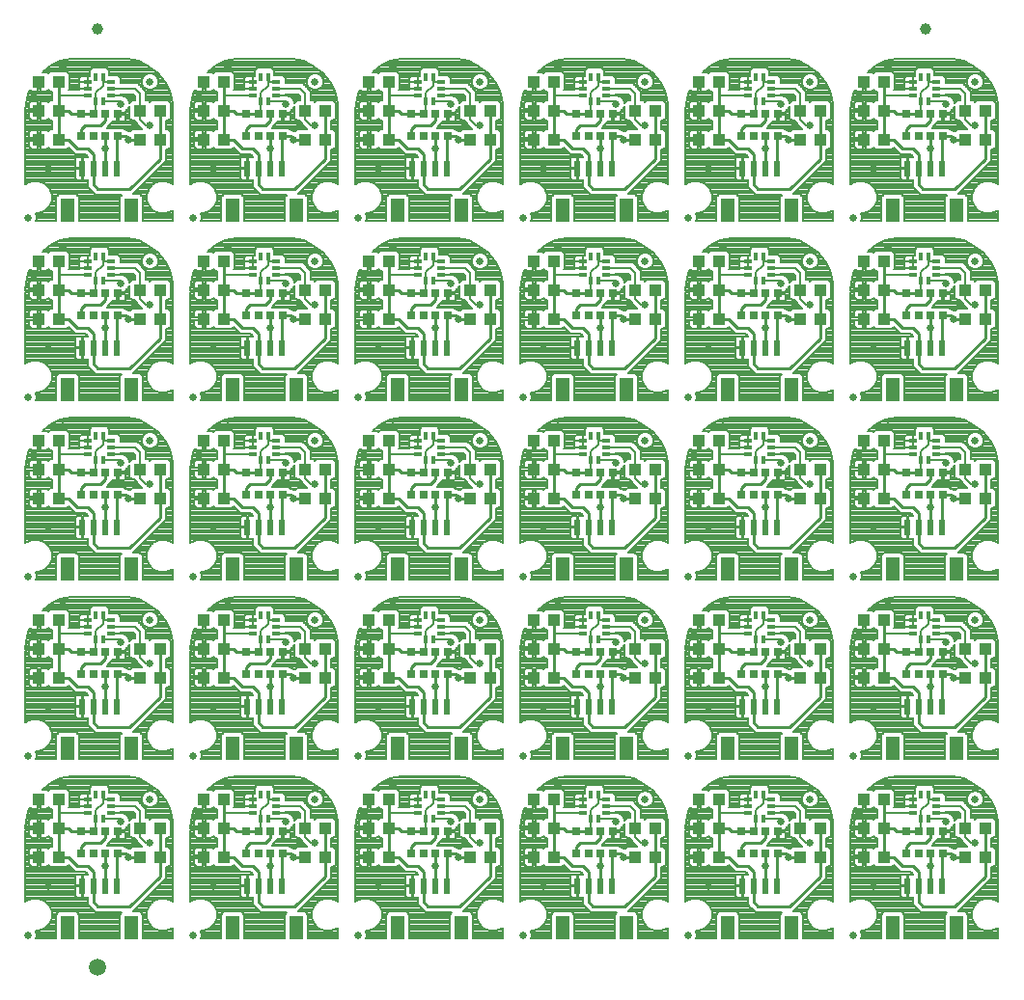
<source format=gtl>
G75*
%MOIN*%
%OFA0B0*%
%FSLAX25Y25*%
%IPPOS*%
%LPD*%
%AMOC8*
5,1,8,0,0,1.08239X$1,22.5*
%
%ADD10R,0.04331X0.03937*%
%ADD11R,0.02854X0.02756*%
%ADD12R,0.04724X0.07874*%
%ADD13R,0.02362X0.05315*%
%ADD14C,0.02500*%
%ADD15R,0.01378X0.03150*%
%ADD16R,0.03150X0.01378*%
%ADD17C,0.03937*%
%ADD18C,0.05906*%
%ADD19C,0.00800*%
%ADD20C,0.02600*%
%ADD21C,0.00600*%
%ADD22C,0.01000*%
D10*
X0061615Y0078933D03*
X0068308Y0078933D03*
X0068308Y0088933D03*
X0061615Y0088933D03*
X0061615Y0098933D03*
X0068308Y0098933D03*
X0096615Y0088933D03*
X0103308Y0088933D03*
X0103308Y0078933D03*
X0096615Y0078933D03*
X0118615Y0078933D03*
X0125308Y0078933D03*
X0125308Y0088933D03*
X0118615Y0088933D03*
X0118615Y0098933D03*
X0125308Y0098933D03*
X0153615Y0088933D03*
X0160308Y0088933D03*
X0160308Y0078933D03*
X0153615Y0078933D03*
X0175615Y0078933D03*
X0182308Y0078933D03*
X0182308Y0088933D03*
X0175615Y0088933D03*
X0175615Y0098933D03*
X0182308Y0098933D03*
X0210615Y0088933D03*
X0217308Y0088933D03*
X0217308Y0078933D03*
X0210615Y0078933D03*
X0232615Y0078933D03*
X0239308Y0078933D03*
X0239308Y0088933D03*
X0232615Y0088933D03*
X0232615Y0098933D03*
X0239308Y0098933D03*
X0267615Y0088933D03*
X0274308Y0088933D03*
X0274308Y0078933D03*
X0267615Y0078933D03*
X0289615Y0078933D03*
X0296308Y0078933D03*
X0296308Y0088933D03*
X0289615Y0088933D03*
X0289615Y0098933D03*
X0296308Y0098933D03*
X0324615Y0088933D03*
X0331308Y0088933D03*
X0331308Y0078933D03*
X0324615Y0078933D03*
X0346615Y0078933D03*
X0353308Y0078933D03*
X0353308Y0088933D03*
X0346615Y0088933D03*
X0346615Y0098933D03*
X0353308Y0098933D03*
X0381615Y0088933D03*
X0388308Y0088933D03*
X0388308Y0078933D03*
X0381615Y0078933D03*
X0381615Y0140933D03*
X0388308Y0140933D03*
X0388308Y0150933D03*
X0381615Y0150933D03*
X0353308Y0150933D03*
X0346615Y0150933D03*
X0346615Y0140933D03*
X0353308Y0140933D03*
X0353308Y0160933D03*
X0346615Y0160933D03*
X0331308Y0150933D03*
X0324615Y0150933D03*
X0324615Y0140933D03*
X0331308Y0140933D03*
X0296308Y0140933D03*
X0289615Y0140933D03*
X0289615Y0150933D03*
X0296308Y0150933D03*
X0296308Y0160933D03*
X0289615Y0160933D03*
X0274308Y0150933D03*
X0267615Y0150933D03*
X0267615Y0140933D03*
X0274308Y0140933D03*
X0239308Y0140933D03*
X0232615Y0140933D03*
X0232615Y0150933D03*
X0239308Y0150933D03*
X0239308Y0160933D03*
X0232615Y0160933D03*
X0217308Y0150933D03*
X0210615Y0150933D03*
X0210615Y0140933D03*
X0217308Y0140933D03*
X0182308Y0140933D03*
X0175615Y0140933D03*
X0175615Y0150933D03*
X0182308Y0150933D03*
X0182308Y0160933D03*
X0175615Y0160933D03*
X0160308Y0150933D03*
X0153615Y0150933D03*
X0153615Y0140933D03*
X0160308Y0140933D03*
X0125308Y0140933D03*
X0118615Y0140933D03*
X0118615Y0150933D03*
X0125308Y0150933D03*
X0125308Y0160933D03*
X0118615Y0160933D03*
X0103308Y0150933D03*
X0096615Y0150933D03*
X0096615Y0140933D03*
X0103308Y0140933D03*
X0068308Y0140933D03*
X0061615Y0140933D03*
X0061615Y0150933D03*
X0068308Y0150933D03*
X0068308Y0160933D03*
X0061615Y0160933D03*
X0061615Y0202933D03*
X0068308Y0202933D03*
X0068308Y0212933D03*
X0061615Y0212933D03*
X0061615Y0222933D03*
X0068308Y0222933D03*
X0096615Y0212933D03*
X0103308Y0212933D03*
X0103308Y0202933D03*
X0096615Y0202933D03*
X0118615Y0202933D03*
X0125308Y0202933D03*
X0125308Y0212933D03*
X0118615Y0212933D03*
X0118615Y0222933D03*
X0125308Y0222933D03*
X0153615Y0212933D03*
X0160308Y0212933D03*
X0160308Y0202933D03*
X0153615Y0202933D03*
X0175615Y0202933D03*
X0182308Y0202933D03*
X0182308Y0212933D03*
X0175615Y0212933D03*
X0175615Y0222933D03*
X0182308Y0222933D03*
X0210615Y0212933D03*
X0217308Y0212933D03*
X0217308Y0202933D03*
X0210615Y0202933D03*
X0232615Y0202933D03*
X0239308Y0202933D03*
X0239308Y0212933D03*
X0232615Y0212933D03*
X0232615Y0222933D03*
X0239308Y0222933D03*
X0267615Y0212933D03*
X0274308Y0212933D03*
X0274308Y0202933D03*
X0267615Y0202933D03*
X0289615Y0202933D03*
X0296308Y0202933D03*
X0296308Y0212933D03*
X0289615Y0212933D03*
X0289615Y0222933D03*
X0296308Y0222933D03*
X0324615Y0212933D03*
X0331308Y0212933D03*
X0331308Y0202933D03*
X0324615Y0202933D03*
X0346615Y0202933D03*
X0353308Y0202933D03*
X0353308Y0212933D03*
X0346615Y0212933D03*
X0346615Y0222933D03*
X0353308Y0222933D03*
X0381615Y0212933D03*
X0388308Y0212933D03*
X0388308Y0202933D03*
X0381615Y0202933D03*
X0381615Y0264933D03*
X0388308Y0264933D03*
X0388308Y0274933D03*
X0381615Y0274933D03*
X0353308Y0274933D03*
X0346615Y0274933D03*
X0346615Y0264933D03*
X0353308Y0264933D03*
X0353308Y0284933D03*
X0346615Y0284933D03*
X0331308Y0274933D03*
X0324615Y0274933D03*
X0324615Y0264933D03*
X0331308Y0264933D03*
X0296308Y0264933D03*
X0289615Y0264933D03*
X0289615Y0274933D03*
X0296308Y0274933D03*
X0296308Y0284933D03*
X0289615Y0284933D03*
X0274308Y0274933D03*
X0267615Y0274933D03*
X0267615Y0264933D03*
X0274308Y0264933D03*
X0239308Y0264933D03*
X0232615Y0264933D03*
X0232615Y0274933D03*
X0239308Y0274933D03*
X0239308Y0284933D03*
X0232615Y0284933D03*
X0217308Y0274933D03*
X0210615Y0274933D03*
X0210615Y0264933D03*
X0217308Y0264933D03*
X0182308Y0264933D03*
X0175615Y0264933D03*
X0175615Y0274933D03*
X0182308Y0274933D03*
X0182308Y0284933D03*
X0175615Y0284933D03*
X0160308Y0274933D03*
X0153615Y0274933D03*
X0153615Y0264933D03*
X0160308Y0264933D03*
X0125308Y0264933D03*
X0118615Y0264933D03*
X0118615Y0274933D03*
X0125308Y0274933D03*
X0125308Y0284933D03*
X0118615Y0284933D03*
X0103308Y0274933D03*
X0096615Y0274933D03*
X0096615Y0264933D03*
X0103308Y0264933D03*
X0068308Y0264933D03*
X0061615Y0264933D03*
X0061615Y0274933D03*
X0068308Y0274933D03*
X0068308Y0284933D03*
X0061615Y0284933D03*
X0061615Y0326933D03*
X0068308Y0326933D03*
X0068308Y0336933D03*
X0061615Y0336933D03*
X0061615Y0346933D03*
X0068308Y0346933D03*
X0096615Y0336933D03*
X0103308Y0336933D03*
X0103308Y0326933D03*
X0096615Y0326933D03*
X0118615Y0326933D03*
X0125308Y0326933D03*
X0125308Y0336933D03*
X0118615Y0336933D03*
X0118615Y0346933D03*
X0125308Y0346933D03*
X0153615Y0336933D03*
X0160308Y0336933D03*
X0160308Y0326933D03*
X0153615Y0326933D03*
X0175615Y0326933D03*
X0182308Y0326933D03*
X0182308Y0336933D03*
X0175615Y0336933D03*
X0175615Y0346933D03*
X0182308Y0346933D03*
X0210615Y0336933D03*
X0217308Y0336933D03*
X0217308Y0326933D03*
X0210615Y0326933D03*
X0232615Y0326933D03*
X0239308Y0326933D03*
X0239308Y0336933D03*
X0232615Y0336933D03*
X0232615Y0346933D03*
X0239308Y0346933D03*
X0267615Y0336933D03*
X0274308Y0336933D03*
X0274308Y0326933D03*
X0267615Y0326933D03*
X0289615Y0326933D03*
X0296308Y0326933D03*
X0296308Y0336933D03*
X0289615Y0336933D03*
X0289615Y0346933D03*
X0296308Y0346933D03*
X0324615Y0336933D03*
X0331308Y0336933D03*
X0331308Y0326933D03*
X0324615Y0326933D03*
X0346615Y0326933D03*
X0353308Y0326933D03*
X0353308Y0336933D03*
X0346615Y0336933D03*
X0346615Y0346933D03*
X0353308Y0346933D03*
X0381615Y0336933D03*
X0388308Y0336933D03*
X0388308Y0326933D03*
X0381615Y0326933D03*
D11*
X0373810Y0327996D03*
X0369578Y0327996D03*
X0365346Y0327996D03*
X0361113Y0327996D03*
X0361113Y0335870D03*
X0365346Y0335870D03*
X0369578Y0335870D03*
X0373810Y0335870D03*
X0316810Y0335870D03*
X0312578Y0335870D03*
X0308346Y0335870D03*
X0304113Y0335870D03*
X0304113Y0327996D03*
X0308346Y0327996D03*
X0312578Y0327996D03*
X0316810Y0327996D03*
X0259810Y0327996D03*
X0255578Y0327996D03*
X0251346Y0327996D03*
X0247113Y0327996D03*
X0247113Y0335870D03*
X0251346Y0335870D03*
X0255578Y0335870D03*
X0259810Y0335870D03*
X0202810Y0335870D03*
X0198578Y0335870D03*
X0194346Y0335870D03*
X0190113Y0335870D03*
X0190113Y0327996D03*
X0194346Y0327996D03*
X0198578Y0327996D03*
X0202810Y0327996D03*
X0145810Y0327996D03*
X0141578Y0327996D03*
X0137346Y0327996D03*
X0133113Y0327996D03*
X0133113Y0335870D03*
X0137346Y0335870D03*
X0141578Y0335870D03*
X0145810Y0335870D03*
X0088810Y0335870D03*
X0084578Y0335870D03*
X0080346Y0335870D03*
X0076113Y0335870D03*
X0076113Y0327996D03*
X0080346Y0327996D03*
X0084578Y0327996D03*
X0088810Y0327996D03*
X0088810Y0273870D03*
X0084578Y0273870D03*
X0080346Y0273870D03*
X0076113Y0273870D03*
X0076113Y0265996D03*
X0080346Y0265996D03*
X0084578Y0265996D03*
X0088810Y0265996D03*
X0133113Y0265996D03*
X0137346Y0265996D03*
X0141578Y0265996D03*
X0145810Y0265996D03*
X0145810Y0273870D03*
X0141578Y0273870D03*
X0137346Y0273870D03*
X0133113Y0273870D03*
X0190113Y0273870D03*
X0194346Y0273870D03*
X0198578Y0273870D03*
X0202810Y0273870D03*
X0202810Y0265996D03*
X0198578Y0265996D03*
X0194346Y0265996D03*
X0190113Y0265996D03*
X0247113Y0265996D03*
X0251346Y0265996D03*
X0255578Y0265996D03*
X0259810Y0265996D03*
X0259810Y0273870D03*
X0255578Y0273870D03*
X0251346Y0273870D03*
X0247113Y0273870D03*
X0304113Y0273870D03*
X0308346Y0273870D03*
X0312578Y0273870D03*
X0316810Y0273870D03*
X0316810Y0265996D03*
X0312578Y0265996D03*
X0308346Y0265996D03*
X0304113Y0265996D03*
X0361113Y0265996D03*
X0365346Y0265996D03*
X0369578Y0265996D03*
X0373810Y0265996D03*
X0373810Y0273870D03*
X0369578Y0273870D03*
X0365346Y0273870D03*
X0361113Y0273870D03*
X0361113Y0211870D03*
X0365346Y0211870D03*
X0369578Y0211870D03*
X0373810Y0211870D03*
X0373810Y0203996D03*
X0369578Y0203996D03*
X0365346Y0203996D03*
X0361113Y0203996D03*
X0316810Y0203996D03*
X0312578Y0203996D03*
X0308346Y0203996D03*
X0304113Y0203996D03*
X0304113Y0211870D03*
X0308346Y0211870D03*
X0312578Y0211870D03*
X0316810Y0211870D03*
X0259810Y0211870D03*
X0255578Y0211870D03*
X0251346Y0211870D03*
X0247113Y0211870D03*
X0247113Y0203996D03*
X0251346Y0203996D03*
X0255578Y0203996D03*
X0259810Y0203996D03*
X0259810Y0149870D03*
X0255578Y0149870D03*
X0251346Y0149870D03*
X0247113Y0149870D03*
X0247113Y0141996D03*
X0251346Y0141996D03*
X0255578Y0141996D03*
X0259810Y0141996D03*
X0304113Y0141996D03*
X0308346Y0141996D03*
X0312578Y0141996D03*
X0316810Y0141996D03*
X0316810Y0149870D03*
X0312578Y0149870D03*
X0308346Y0149870D03*
X0304113Y0149870D03*
X0361113Y0149870D03*
X0365346Y0149870D03*
X0369578Y0149870D03*
X0373810Y0149870D03*
X0373810Y0141996D03*
X0369578Y0141996D03*
X0365346Y0141996D03*
X0361113Y0141996D03*
X0361113Y0087870D03*
X0365346Y0087870D03*
X0369578Y0087870D03*
X0373810Y0087870D03*
X0373810Y0079996D03*
X0369578Y0079996D03*
X0365346Y0079996D03*
X0361113Y0079996D03*
X0316810Y0079996D03*
X0312578Y0079996D03*
X0308346Y0079996D03*
X0304113Y0079996D03*
X0304113Y0087870D03*
X0308346Y0087870D03*
X0312578Y0087870D03*
X0316810Y0087870D03*
X0259810Y0087870D03*
X0255578Y0087870D03*
X0251346Y0087870D03*
X0247113Y0087870D03*
X0247113Y0079996D03*
X0251346Y0079996D03*
X0255578Y0079996D03*
X0259810Y0079996D03*
X0202810Y0079996D03*
X0198578Y0079996D03*
X0194346Y0079996D03*
X0190113Y0079996D03*
X0190113Y0087870D03*
X0194346Y0087870D03*
X0198578Y0087870D03*
X0202810Y0087870D03*
X0145810Y0087870D03*
X0141578Y0087870D03*
X0137346Y0087870D03*
X0133113Y0087870D03*
X0133113Y0079996D03*
X0137346Y0079996D03*
X0141578Y0079996D03*
X0145810Y0079996D03*
X0088810Y0079996D03*
X0084578Y0079996D03*
X0080346Y0079996D03*
X0076113Y0079996D03*
X0076113Y0087870D03*
X0080346Y0087870D03*
X0084578Y0087870D03*
X0088810Y0087870D03*
X0088810Y0141996D03*
X0084578Y0141996D03*
X0080346Y0141996D03*
X0076113Y0141996D03*
X0076113Y0149870D03*
X0080346Y0149870D03*
X0084578Y0149870D03*
X0088810Y0149870D03*
X0133113Y0149870D03*
X0137346Y0149870D03*
X0141578Y0149870D03*
X0145810Y0149870D03*
X0145810Y0141996D03*
X0141578Y0141996D03*
X0137346Y0141996D03*
X0133113Y0141996D03*
X0190113Y0141996D03*
X0194346Y0141996D03*
X0198578Y0141996D03*
X0202810Y0141996D03*
X0202810Y0149870D03*
X0198578Y0149870D03*
X0194346Y0149870D03*
X0190113Y0149870D03*
X0190113Y0203996D03*
X0194346Y0203996D03*
X0198578Y0203996D03*
X0202810Y0203996D03*
X0202810Y0211870D03*
X0198578Y0211870D03*
X0194346Y0211870D03*
X0190113Y0211870D03*
X0145810Y0211870D03*
X0141578Y0211870D03*
X0137346Y0211870D03*
X0133113Y0211870D03*
X0133113Y0203996D03*
X0137346Y0203996D03*
X0141578Y0203996D03*
X0145810Y0203996D03*
X0088810Y0203996D03*
X0084578Y0203996D03*
X0080346Y0203996D03*
X0076113Y0203996D03*
X0076113Y0211870D03*
X0080346Y0211870D03*
X0084578Y0211870D03*
X0088810Y0211870D03*
D12*
X0093485Y0240465D03*
X0071438Y0240465D03*
X0128438Y0240465D03*
X0150485Y0240465D03*
X0185438Y0240465D03*
X0207485Y0240465D03*
X0242438Y0240465D03*
X0264485Y0240465D03*
X0299438Y0240465D03*
X0321485Y0240465D03*
X0356438Y0240465D03*
X0378485Y0240465D03*
X0378485Y0302465D03*
X0356438Y0302465D03*
X0321485Y0302465D03*
X0299438Y0302465D03*
X0264485Y0302465D03*
X0242438Y0302465D03*
X0207485Y0302465D03*
X0185438Y0302465D03*
X0150485Y0302465D03*
X0128438Y0302465D03*
X0093485Y0302465D03*
X0071438Y0302465D03*
X0071438Y0178465D03*
X0093485Y0178465D03*
X0128438Y0178465D03*
X0150485Y0178465D03*
X0185438Y0178465D03*
X0207485Y0178465D03*
X0242438Y0178465D03*
X0264485Y0178465D03*
X0299438Y0178465D03*
X0321485Y0178465D03*
X0356438Y0178465D03*
X0378485Y0178465D03*
X0378485Y0116465D03*
X0356438Y0116465D03*
X0321485Y0116465D03*
X0299438Y0116465D03*
X0264485Y0116465D03*
X0242438Y0116465D03*
X0207485Y0116465D03*
X0185438Y0116465D03*
X0150485Y0116465D03*
X0128438Y0116465D03*
X0093485Y0116465D03*
X0071438Y0116465D03*
X0071438Y0054465D03*
X0093485Y0054465D03*
X0128438Y0054465D03*
X0150485Y0054465D03*
X0185438Y0054465D03*
X0207485Y0054465D03*
X0242438Y0054465D03*
X0264485Y0054465D03*
X0299438Y0054465D03*
X0321485Y0054465D03*
X0356438Y0054465D03*
X0378485Y0054465D03*
D13*
X0373367Y0068933D03*
X0369430Y0068933D03*
X0365493Y0068933D03*
X0361556Y0068933D03*
X0316367Y0068933D03*
X0312430Y0068933D03*
X0308493Y0068933D03*
X0304556Y0068933D03*
X0259367Y0068933D03*
X0255430Y0068933D03*
X0251493Y0068933D03*
X0247556Y0068933D03*
X0202367Y0068933D03*
X0198430Y0068933D03*
X0194493Y0068933D03*
X0190556Y0068933D03*
X0145367Y0068933D03*
X0141430Y0068933D03*
X0137493Y0068933D03*
X0133556Y0068933D03*
X0088367Y0068933D03*
X0084430Y0068933D03*
X0080493Y0068933D03*
X0076556Y0068933D03*
X0076556Y0130933D03*
X0080493Y0130933D03*
X0084430Y0130933D03*
X0088367Y0130933D03*
X0133556Y0130933D03*
X0137493Y0130933D03*
X0141430Y0130933D03*
X0145367Y0130933D03*
X0190556Y0130933D03*
X0194493Y0130933D03*
X0198430Y0130933D03*
X0202367Y0130933D03*
X0247556Y0130933D03*
X0251493Y0130933D03*
X0255430Y0130933D03*
X0259367Y0130933D03*
X0304556Y0130933D03*
X0308493Y0130933D03*
X0312430Y0130933D03*
X0316367Y0130933D03*
X0361556Y0130933D03*
X0365493Y0130933D03*
X0369430Y0130933D03*
X0373367Y0130933D03*
X0373367Y0192933D03*
X0369430Y0192933D03*
X0365493Y0192933D03*
X0361556Y0192933D03*
X0316367Y0192933D03*
X0312430Y0192933D03*
X0308493Y0192933D03*
X0304556Y0192933D03*
X0259367Y0192933D03*
X0255430Y0192933D03*
X0251493Y0192933D03*
X0247556Y0192933D03*
X0202367Y0192933D03*
X0198430Y0192933D03*
X0194493Y0192933D03*
X0190556Y0192933D03*
X0145367Y0192933D03*
X0141430Y0192933D03*
X0137493Y0192933D03*
X0133556Y0192933D03*
X0088367Y0192933D03*
X0084430Y0192933D03*
X0080493Y0192933D03*
X0076556Y0192933D03*
X0076556Y0254933D03*
X0080493Y0254933D03*
X0084430Y0254933D03*
X0088367Y0254933D03*
X0133556Y0254933D03*
X0137493Y0254933D03*
X0141430Y0254933D03*
X0145367Y0254933D03*
X0190556Y0254933D03*
X0194493Y0254933D03*
X0198430Y0254933D03*
X0202367Y0254933D03*
X0247556Y0254933D03*
X0251493Y0254933D03*
X0255430Y0254933D03*
X0259367Y0254933D03*
X0304556Y0254933D03*
X0308493Y0254933D03*
X0312430Y0254933D03*
X0316367Y0254933D03*
X0361556Y0254933D03*
X0365493Y0254933D03*
X0369430Y0254933D03*
X0373367Y0254933D03*
X0373367Y0316933D03*
X0369430Y0316933D03*
X0365493Y0316933D03*
X0361556Y0316933D03*
X0316367Y0316933D03*
X0312430Y0316933D03*
X0308493Y0316933D03*
X0304556Y0316933D03*
X0259367Y0316933D03*
X0255430Y0316933D03*
X0251493Y0316933D03*
X0247556Y0316933D03*
X0202367Y0316933D03*
X0198430Y0316933D03*
X0194493Y0316933D03*
X0190556Y0316933D03*
X0145367Y0316933D03*
X0141430Y0316933D03*
X0137493Y0316933D03*
X0133556Y0316933D03*
X0088367Y0316933D03*
X0084430Y0316933D03*
X0080493Y0316933D03*
X0076556Y0316933D03*
D14*
X0057962Y0051933D03*
X0099962Y0098933D03*
X0114962Y0113933D03*
X0156962Y0098933D03*
X0171962Y0113933D03*
X0213962Y0098933D03*
X0228962Y0113933D03*
X0270962Y0098933D03*
X0285962Y0113933D03*
X0327962Y0098933D03*
X0342962Y0113933D03*
X0384962Y0098933D03*
X0342962Y0051933D03*
X0285962Y0051933D03*
X0228962Y0051933D03*
X0171962Y0051933D03*
X0114962Y0051933D03*
X0057962Y0113933D03*
X0099962Y0160933D03*
X0114962Y0175933D03*
X0156962Y0160933D03*
X0171962Y0175933D03*
X0213962Y0160933D03*
X0228962Y0175933D03*
X0270962Y0160933D03*
X0285962Y0175933D03*
X0327962Y0160933D03*
X0342962Y0175933D03*
X0384962Y0160933D03*
X0384962Y0222933D03*
X0342962Y0237933D03*
X0327962Y0222933D03*
X0285962Y0237933D03*
X0270962Y0222933D03*
X0228962Y0237933D03*
X0213962Y0222933D03*
X0171962Y0237933D03*
X0156962Y0222933D03*
X0114962Y0237933D03*
X0099962Y0222933D03*
X0057962Y0237933D03*
X0099962Y0284933D03*
X0114962Y0299933D03*
X0156962Y0284933D03*
X0171962Y0299933D03*
X0213962Y0284933D03*
X0228962Y0299933D03*
X0270962Y0284933D03*
X0285962Y0299933D03*
X0327962Y0284933D03*
X0342962Y0299933D03*
X0384962Y0284933D03*
X0384962Y0346933D03*
X0327962Y0346933D03*
X0270962Y0346933D03*
X0213962Y0346933D03*
X0156962Y0346933D03*
X0099962Y0346933D03*
X0057962Y0299933D03*
X0057962Y0175933D03*
D15*
X0081281Y0162567D03*
X0083643Y0162567D03*
X0083643Y0154299D03*
X0081281Y0154299D03*
X0138281Y0154299D03*
X0140643Y0154299D03*
X0140643Y0162567D03*
X0138281Y0162567D03*
X0138281Y0216299D03*
X0140643Y0216299D03*
X0140643Y0224567D03*
X0138281Y0224567D03*
X0083643Y0224567D03*
X0081281Y0224567D03*
X0081281Y0216299D03*
X0083643Y0216299D03*
X0083643Y0278299D03*
X0081281Y0278299D03*
X0081281Y0286567D03*
X0083643Y0286567D03*
X0138281Y0286567D03*
X0140643Y0286567D03*
X0140643Y0278299D03*
X0138281Y0278299D03*
X0195281Y0278299D03*
X0197643Y0278299D03*
X0197643Y0286567D03*
X0195281Y0286567D03*
X0252281Y0286567D03*
X0254643Y0286567D03*
X0254643Y0278299D03*
X0252281Y0278299D03*
X0309281Y0278299D03*
X0311643Y0278299D03*
X0311643Y0286567D03*
X0309281Y0286567D03*
X0366281Y0286567D03*
X0368643Y0286567D03*
X0368643Y0278299D03*
X0366281Y0278299D03*
X0366281Y0224567D03*
X0368643Y0224567D03*
X0368643Y0216299D03*
X0366281Y0216299D03*
X0311643Y0216299D03*
X0309281Y0216299D03*
X0309281Y0224567D03*
X0311643Y0224567D03*
X0254643Y0224567D03*
X0252281Y0224567D03*
X0252281Y0216299D03*
X0254643Y0216299D03*
X0254643Y0162567D03*
X0252281Y0162567D03*
X0252281Y0154299D03*
X0254643Y0154299D03*
X0309281Y0154299D03*
X0311643Y0154299D03*
X0311643Y0162567D03*
X0309281Y0162567D03*
X0366281Y0162567D03*
X0368643Y0162567D03*
X0368643Y0154299D03*
X0366281Y0154299D03*
X0366281Y0100567D03*
X0368643Y0100567D03*
X0368643Y0092299D03*
X0366281Y0092299D03*
X0311643Y0092299D03*
X0309281Y0092299D03*
X0309281Y0100567D03*
X0311643Y0100567D03*
X0254643Y0100567D03*
X0252281Y0100567D03*
X0252281Y0092299D03*
X0254643Y0092299D03*
X0197643Y0092299D03*
X0195281Y0092299D03*
X0195281Y0100567D03*
X0197643Y0100567D03*
X0140643Y0100567D03*
X0138281Y0100567D03*
X0138281Y0092299D03*
X0140643Y0092299D03*
X0083643Y0092299D03*
X0081281Y0092299D03*
X0081281Y0100567D03*
X0083643Y0100567D03*
X0195281Y0154299D03*
X0197643Y0154299D03*
X0197643Y0162567D03*
X0195281Y0162567D03*
X0195281Y0216299D03*
X0197643Y0216299D03*
X0197643Y0224567D03*
X0195281Y0224567D03*
X0195281Y0340299D03*
X0197643Y0340299D03*
X0197643Y0348567D03*
X0195281Y0348567D03*
X0140643Y0348567D03*
X0138281Y0348567D03*
X0138281Y0340299D03*
X0140643Y0340299D03*
X0083643Y0340299D03*
X0081281Y0340299D03*
X0081281Y0348567D03*
X0083643Y0348567D03*
X0252281Y0348567D03*
X0254643Y0348567D03*
X0254643Y0340299D03*
X0252281Y0340299D03*
X0309281Y0340299D03*
X0311643Y0340299D03*
X0311643Y0348567D03*
X0309281Y0348567D03*
X0366281Y0348567D03*
X0368643Y0348567D03*
X0368643Y0340299D03*
X0366281Y0340299D03*
D16*
X0363328Y0342071D03*
X0363328Y0344433D03*
X0363328Y0346795D03*
X0371596Y0346795D03*
X0371596Y0344433D03*
X0371596Y0342071D03*
X0314596Y0342071D03*
X0314596Y0344433D03*
X0314596Y0346795D03*
X0306328Y0346795D03*
X0306328Y0344433D03*
X0306328Y0342071D03*
X0257596Y0342071D03*
X0257596Y0344433D03*
X0257596Y0346795D03*
X0249328Y0346795D03*
X0249328Y0344433D03*
X0249328Y0342071D03*
X0200596Y0342071D03*
X0200596Y0344433D03*
X0200596Y0346795D03*
X0192328Y0346795D03*
X0192328Y0344433D03*
X0192328Y0342071D03*
X0143596Y0342071D03*
X0143596Y0344433D03*
X0143596Y0346795D03*
X0135328Y0346795D03*
X0135328Y0344433D03*
X0135328Y0342071D03*
X0086596Y0342071D03*
X0086596Y0344433D03*
X0086596Y0346795D03*
X0078328Y0346795D03*
X0078328Y0344433D03*
X0078328Y0342071D03*
X0078328Y0284795D03*
X0078328Y0282433D03*
X0078328Y0280071D03*
X0086596Y0280071D03*
X0086596Y0282433D03*
X0086596Y0284795D03*
X0135328Y0284795D03*
X0135328Y0282433D03*
X0135328Y0280071D03*
X0143596Y0280071D03*
X0143596Y0282433D03*
X0143596Y0284795D03*
X0192328Y0284795D03*
X0192328Y0282433D03*
X0192328Y0280071D03*
X0200596Y0280071D03*
X0200596Y0282433D03*
X0200596Y0284795D03*
X0249328Y0284795D03*
X0249328Y0282433D03*
X0249328Y0280071D03*
X0257596Y0280071D03*
X0257596Y0282433D03*
X0257596Y0284795D03*
X0306328Y0284795D03*
X0306328Y0282433D03*
X0306328Y0280071D03*
X0314596Y0280071D03*
X0314596Y0282433D03*
X0314596Y0284795D03*
X0363328Y0284795D03*
X0363328Y0282433D03*
X0363328Y0280071D03*
X0371596Y0280071D03*
X0371596Y0282433D03*
X0371596Y0284795D03*
X0371596Y0222795D03*
X0371596Y0220433D03*
X0371596Y0218071D03*
X0363328Y0218071D03*
X0363328Y0220433D03*
X0363328Y0222795D03*
X0314596Y0222795D03*
X0314596Y0220433D03*
X0314596Y0218071D03*
X0306328Y0218071D03*
X0306328Y0220433D03*
X0306328Y0222795D03*
X0257596Y0222795D03*
X0257596Y0220433D03*
X0257596Y0218071D03*
X0249328Y0218071D03*
X0249328Y0220433D03*
X0249328Y0222795D03*
X0200596Y0222795D03*
X0200596Y0220433D03*
X0200596Y0218071D03*
X0192328Y0218071D03*
X0192328Y0220433D03*
X0192328Y0222795D03*
X0143596Y0222795D03*
X0143596Y0220433D03*
X0143596Y0218071D03*
X0135328Y0218071D03*
X0135328Y0220433D03*
X0135328Y0222795D03*
X0086596Y0222795D03*
X0086596Y0220433D03*
X0086596Y0218071D03*
X0078328Y0218071D03*
X0078328Y0220433D03*
X0078328Y0222795D03*
X0078328Y0160795D03*
X0078328Y0158433D03*
X0078328Y0156071D03*
X0086596Y0156071D03*
X0086596Y0158433D03*
X0086596Y0160795D03*
X0135328Y0160795D03*
X0135328Y0158433D03*
X0135328Y0156071D03*
X0143596Y0156071D03*
X0143596Y0158433D03*
X0143596Y0160795D03*
X0192328Y0160795D03*
X0192328Y0158433D03*
X0192328Y0156071D03*
X0200596Y0156071D03*
X0200596Y0158433D03*
X0200596Y0160795D03*
X0249328Y0160795D03*
X0249328Y0158433D03*
X0249328Y0156071D03*
X0257596Y0156071D03*
X0257596Y0158433D03*
X0257596Y0160795D03*
X0306328Y0160795D03*
X0306328Y0158433D03*
X0306328Y0156071D03*
X0314596Y0156071D03*
X0314596Y0158433D03*
X0314596Y0160795D03*
X0363328Y0160795D03*
X0363328Y0158433D03*
X0363328Y0156071D03*
X0371596Y0156071D03*
X0371596Y0158433D03*
X0371596Y0160795D03*
X0371596Y0098795D03*
X0371596Y0096433D03*
X0371596Y0094071D03*
X0363328Y0094071D03*
X0363328Y0096433D03*
X0363328Y0098795D03*
X0314596Y0098795D03*
X0314596Y0096433D03*
X0314596Y0094071D03*
X0306328Y0094071D03*
X0306328Y0096433D03*
X0306328Y0098795D03*
X0257596Y0098795D03*
X0257596Y0096433D03*
X0257596Y0094071D03*
X0249328Y0094071D03*
X0249328Y0096433D03*
X0249328Y0098795D03*
X0200596Y0098795D03*
X0200596Y0096433D03*
X0200596Y0094071D03*
X0192328Y0094071D03*
X0192328Y0096433D03*
X0192328Y0098795D03*
X0143596Y0098795D03*
X0143596Y0096433D03*
X0143596Y0094071D03*
X0135328Y0094071D03*
X0135328Y0096433D03*
X0135328Y0098795D03*
X0086596Y0098795D03*
X0086596Y0096433D03*
X0086596Y0094071D03*
X0078328Y0094071D03*
X0078328Y0096433D03*
X0078328Y0098795D03*
D17*
X0081962Y0365183D03*
X0367962Y0365183D03*
D18*
X0081962Y0040683D03*
D19*
X0075400Y0050933D02*
X0075400Y0059064D01*
X0074463Y0060002D01*
X0068413Y0060002D01*
X0067476Y0059064D01*
X0067476Y0050933D01*
X0060632Y0050933D01*
X0060812Y0051366D01*
X0060812Y0052500D01*
X0060467Y0053333D01*
X0061576Y0053333D01*
X0063634Y0054186D01*
X0065209Y0055761D01*
X0066062Y0057819D01*
X0066062Y0060047D01*
X0065209Y0062105D01*
X0063634Y0063681D01*
X0061576Y0064533D01*
X0059348Y0064533D01*
X0057290Y0063681D01*
X0056962Y0063353D01*
X0056962Y0088126D01*
X0056977Y0088142D01*
X0056962Y0088952D01*
X0056962Y0088979D01*
X0057040Y0090994D01*
X0057887Y0094947D01*
X0058400Y0096035D01*
X0058590Y0095844D01*
X0058910Y0095660D01*
X0059266Y0095565D01*
X0061215Y0095565D01*
X0061215Y0098533D01*
X0062015Y0098533D01*
X0062015Y0095565D01*
X0063965Y0095565D01*
X0064321Y0095660D01*
X0064640Y0095844D01*
X0064820Y0096024D01*
X0065480Y0095365D01*
X0066208Y0095365D01*
X0066208Y0092502D01*
X0065480Y0092502D01*
X0064820Y0091842D01*
X0064640Y0092022D01*
X0064321Y0092206D01*
X0063965Y0092302D01*
X0062015Y0092302D01*
X0062015Y0089333D01*
X0061215Y0089333D01*
X0061215Y0088533D01*
X0058050Y0088533D01*
X0058050Y0086780D01*
X0058145Y0086424D01*
X0058330Y0086105D01*
X0058590Y0085844D01*
X0058910Y0085660D01*
X0059266Y0085565D01*
X0061215Y0085565D01*
X0061215Y0088533D01*
X0062015Y0088533D01*
X0062015Y0085565D01*
X0063965Y0085565D01*
X0064321Y0085660D01*
X0064640Y0085844D01*
X0064820Y0086024D01*
X0065480Y0085365D01*
X0066208Y0085365D01*
X0066208Y0082502D01*
X0065480Y0082502D01*
X0064820Y0081842D01*
X0064640Y0082022D01*
X0064321Y0082206D01*
X0063965Y0082302D01*
X0062015Y0082302D01*
X0062015Y0079333D01*
X0061215Y0079333D01*
X0061215Y0078533D01*
X0058050Y0078533D01*
X0058050Y0076780D01*
X0058145Y0076424D01*
X0058330Y0076105D01*
X0058590Y0075844D01*
X0058910Y0075660D01*
X0059266Y0075565D01*
X0061215Y0075565D01*
X0061215Y0078533D01*
X0062015Y0078533D01*
X0062015Y0075565D01*
X0063965Y0075565D01*
X0064321Y0075660D01*
X0064640Y0075844D01*
X0064820Y0076024D01*
X0065480Y0075365D01*
X0071136Y0075365D01*
X0071848Y0076077D01*
X0072862Y0075063D01*
X0074092Y0073833D01*
X0077592Y0073833D01*
X0078393Y0073032D01*
X0078393Y0072934D01*
X0078326Y0072867D01*
X0078278Y0072895D01*
X0077922Y0072991D01*
X0076747Y0072991D01*
X0076747Y0069124D01*
X0076366Y0069124D01*
X0076366Y0072991D01*
X0075191Y0072991D01*
X0074835Y0072895D01*
X0074516Y0072711D01*
X0074255Y0072450D01*
X0074071Y0072131D01*
X0073975Y0071775D01*
X0073975Y0069124D01*
X0076366Y0069124D01*
X0076366Y0068742D01*
X0076747Y0068742D01*
X0076747Y0064876D01*
X0077922Y0064876D01*
X0078278Y0064971D01*
X0078326Y0064999D01*
X0078393Y0064932D01*
X0078393Y0062532D01*
X0079862Y0061063D01*
X0081092Y0059833D01*
X0090292Y0059833D01*
X0089523Y0059064D01*
X0089523Y0050933D01*
X0075400Y0050933D01*
X0075400Y0051329D02*
X0089523Y0051329D01*
X0089523Y0052127D02*
X0075400Y0052127D01*
X0075400Y0052926D02*
X0089523Y0052926D01*
X0089523Y0053724D02*
X0075400Y0053724D01*
X0075400Y0054523D02*
X0089523Y0054523D01*
X0089523Y0055321D02*
X0075400Y0055321D01*
X0075400Y0056120D02*
X0089523Y0056120D01*
X0089523Y0056918D02*
X0075400Y0056918D01*
X0075400Y0057717D02*
X0089523Y0057717D01*
X0089523Y0058515D02*
X0075400Y0058515D01*
X0075151Y0059314D02*
X0089773Y0059314D01*
X0094000Y0060002D02*
X0105408Y0071410D01*
X0105408Y0075365D01*
X0106136Y0075365D01*
X0107074Y0076302D01*
X0107074Y0081564D01*
X0106136Y0082502D01*
X0105408Y0082502D01*
X0105408Y0085365D01*
X0106136Y0085365D01*
X0107074Y0086302D01*
X0107074Y0091564D01*
X0106136Y0092502D01*
X0100480Y0092502D01*
X0099962Y0091983D01*
X0099443Y0092502D01*
X0098515Y0092502D01*
X0098515Y0095567D01*
X0095749Y0098333D01*
X0089770Y0098333D01*
X0089770Y0100147D01*
X0088833Y0101084D01*
X0085932Y0101084D01*
X0085932Y0102804D01*
X0084995Y0103742D01*
X0079929Y0103742D01*
X0078992Y0102804D01*
X0078992Y0100884D01*
X0078328Y0100884D01*
X0078328Y0098795D01*
X0078328Y0096433D01*
X0075353Y0096433D01*
X0075353Y0096071D01*
X0071843Y0096071D01*
X0072074Y0096302D01*
X0072074Y0101564D01*
X0071136Y0102502D01*
X0065480Y0102502D01*
X0064820Y0101842D01*
X0064640Y0102022D01*
X0064321Y0102206D01*
X0063965Y0102302D01*
X0062793Y0102302D01*
X0065291Y0104283D01*
X0068948Y0106008D01*
X0072901Y0106855D01*
X0074915Y0106933D01*
X0074943Y0106933D01*
X0075753Y0106918D01*
X0075768Y0106933D01*
X0089155Y0106933D01*
X0089171Y0106918D01*
X0089981Y0106933D01*
X0090008Y0106933D01*
X0092023Y0106855D01*
X0095976Y0106008D01*
X0099632Y0104283D01*
X0102800Y0101771D01*
X0105312Y0098603D01*
X0107037Y0094947D01*
X0107884Y0090994D01*
X0107962Y0088979D01*
X0107962Y0088952D01*
X0107947Y0088142D01*
X0107962Y0088126D01*
X0107962Y0063353D01*
X0107634Y0063681D01*
X0105576Y0064533D01*
X0103348Y0064533D01*
X0101290Y0063681D01*
X0099714Y0062105D01*
X0098862Y0060047D01*
X0098862Y0057819D01*
X0099714Y0055761D01*
X0101290Y0054186D01*
X0103348Y0053333D01*
X0105576Y0053333D01*
X0107634Y0054186D01*
X0107962Y0054513D01*
X0107962Y0050933D01*
X0097448Y0050933D01*
X0097448Y0059064D01*
X0096510Y0060002D01*
X0094000Y0060002D01*
X0094111Y0060112D02*
X0098889Y0060112D01*
X0098862Y0059314D02*
X0097198Y0059314D01*
X0097448Y0058515D02*
X0098862Y0058515D01*
X0098904Y0057717D02*
X0097448Y0057717D01*
X0097448Y0056918D02*
X0099235Y0056918D01*
X0099566Y0056120D02*
X0097448Y0056120D01*
X0097448Y0055321D02*
X0100154Y0055321D01*
X0100953Y0054523D02*
X0097448Y0054523D01*
X0097448Y0053724D02*
X0102404Y0053724D01*
X0106520Y0053724D02*
X0107962Y0053724D01*
X0107962Y0052926D02*
X0097448Y0052926D01*
X0097448Y0052127D02*
X0107962Y0052127D01*
X0107962Y0051329D02*
X0097448Y0051329D01*
X0099220Y0060911D02*
X0094909Y0060911D01*
X0095708Y0061709D02*
X0099550Y0061709D01*
X0100117Y0062508D02*
X0096506Y0062508D01*
X0097305Y0063306D02*
X0100915Y0063306D01*
X0102314Y0064105D02*
X0098103Y0064105D01*
X0098902Y0064903D02*
X0107962Y0064903D01*
X0107962Y0064105D02*
X0106610Y0064105D01*
X0107962Y0065702D02*
X0099700Y0065702D01*
X0100499Y0066500D02*
X0107962Y0066500D01*
X0107962Y0067299D02*
X0101297Y0067299D01*
X0102096Y0068097D02*
X0107962Y0068097D01*
X0107962Y0068896D02*
X0102894Y0068896D01*
X0103693Y0069694D02*
X0107962Y0069694D01*
X0107962Y0070493D02*
X0104491Y0070493D01*
X0105290Y0071291D02*
X0107962Y0071291D01*
X0107962Y0072090D02*
X0105408Y0072090D01*
X0105408Y0072888D02*
X0107962Y0072888D01*
X0107962Y0073687D02*
X0105408Y0073687D01*
X0105408Y0074485D02*
X0107962Y0074485D01*
X0107962Y0075284D02*
X0105408Y0075284D01*
X0106854Y0076082D02*
X0107962Y0076082D01*
X0107962Y0076881D02*
X0107074Y0076881D01*
X0107074Y0077679D02*
X0107962Y0077679D01*
X0107962Y0078478D02*
X0107074Y0078478D01*
X0107074Y0079277D02*
X0107962Y0079277D01*
X0107962Y0080075D02*
X0107074Y0080075D01*
X0107074Y0080874D02*
X0107962Y0080874D01*
X0107962Y0081672D02*
X0106966Y0081672D01*
X0106167Y0082471D02*
X0107962Y0082471D01*
X0107962Y0083269D02*
X0105408Y0083269D01*
X0105408Y0084068D02*
X0107962Y0084068D01*
X0107962Y0084866D02*
X0105408Y0084866D01*
X0106436Y0085665D02*
X0107962Y0085665D01*
X0107962Y0086463D02*
X0107074Y0086463D01*
X0107074Y0087262D02*
X0107962Y0087262D01*
X0107962Y0088060D02*
X0107074Y0088060D01*
X0107074Y0088859D02*
X0107960Y0088859D01*
X0107936Y0089657D02*
X0107074Y0089657D01*
X0107074Y0090456D02*
X0107905Y0090456D01*
X0107828Y0091254D02*
X0107074Y0091254D01*
X0106585Y0092053D02*
X0107657Y0092053D01*
X0107486Y0092851D02*
X0098515Y0092851D01*
X0098515Y0093650D02*
X0107315Y0093650D01*
X0107144Y0094448D02*
X0098515Y0094448D01*
X0098515Y0095247D02*
X0106896Y0095247D01*
X0106519Y0096045D02*
X0098037Y0096045D01*
X0098347Y0096517D02*
X0099395Y0096083D01*
X0100529Y0096083D01*
X0101576Y0096517D01*
X0102378Y0097319D01*
X0102812Y0098366D01*
X0102812Y0099500D01*
X0102378Y0100547D01*
X0101576Y0101349D01*
X0100529Y0101783D01*
X0099395Y0101783D01*
X0098347Y0101349D01*
X0097546Y0100547D01*
X0097112Y0099500D01*
X0097112Y0098366D01*
X0097546Y0097319D01*
X0098347Y0096517D01*
X0098021Y0096844D02*
X0097238Y0096844D01*
X0097412Y0097642D02*
X0096440Y0097642D01*
X0097112Y0098441D02*
X0089770Y0098441D01*
X0089770Y0099239D02*
X0097112Y0099239D01*
X0097335Y0100038D02*
X0089770Y0100038D01*
X0089081Y0100836D02*
X0097835Y0100836D01*
X0099037Y0101635D02*
X0085932Y0101635D01*
X0085932Y0102433D02*
X0101965Y0102433D01*
X0102908Y0101635D02*
X0100887Y0101635D01*
X0102089Y0100836D02*
X0103541Y0100836D01*
X0104175Y0100038D02*
X0102589Y0100038D01*
X0102812Y0099239D02*
X0104808Y0099239D01*
X0105389Y0098441D02*
X0102812Y0098441D01*
X0102512Y0097642D02*
X0105766Y0097642D01*
X0106142Y0096844D02*
X0101903Y0096844D01*
X0100031Y0092053D02*
X0099892Y0092053D01*
X0094715Y0092502D02*
X0094715Y0093993D01*
X0094175Y0094533D01*
X0089570Y0094533D01*
X0089570Y0094199D01*
X0089883Y0094199D01*
X0089934Y0094148D01*
X0090539Y0094148D01*
X0091605Y0093707D01*
X0092420Y0092891D01*
X0092862Y0091825D01*
X0092862Y0091576D01*
X0093787Y0092502D01*
X0094715Y0092502D01*
X0094715Y0092851D02*
X0092437Y0092851D01*
X0092767Y0092053D02*
X0093338Y0092053D01*
X0092850Y0090643D02*
X0092850Y0086302D01*
X0093787Y0085365D01*
X0094715Y0085365D01*
X0094715Y0084993D01*
X0096562Y0083146D01*
X0097206Y0082502D01*
X0093787Y0082502D01*
X0093095Y0081810D01*
X0093039Y0081833D01*
X0092532Y0081833D01*
X0092269Y0082096D01*
X0091778Y0082096D01*
X0090900Y0082974D01*
X0086720Y0082974D01*
X0086694Y0082948D01*
X0086668Y0082974D01*
X0084973Y0082974D01*
X0085448Y0083449D01*
X0086678Y0084679D01*
X0086678Y0084902D01*
X0086938Y0085162D01*
X0087199Y0085092D01*
X0088521Y0085092D01*
X0088521Y0087581D01*
X0089099Y0087581D01*
X0089099Y0085092D01*
X0090422Y0085092D01*
X0090778Y0085188D01*
X0091097Y0085372D01*
X0091358Y0085633D01*
X0091542Y0085952D01*
X0091637Y0086308D01*
X0091637Y0087581D01*
X0089099Y0087581D01*
X0089099Y0088159D01*
X0091637Y0088159D01*
X0091637Y0088822D01*
X0092420Y0089605D01*
X0092850Y0090643D01*
X0092850Y0090456D02*
X0092773Y0090456D01*
X0092850Y0089657D02*
X0092442Y0089657D01*
X0092850Y0088859D02*
X0091674Y0088859D01*
X0092850Y0088060D02*
X0089099Y0088060D01*
X0089099Y0087262D02*
X0088521Y0087262D01*
X0088521Y0086463D02*
X0089099Y0086463D01*
X0089099Y0085665D02*
X0088521Y0085665D01*
X0086678Y0084866D02*
X0094842Y0084866D01*
X0095640Y0084068D02*
X0086066Y0084068D01*
X0085268Y0083269D02*
X0096439Y0083269D01*
X0093756Y0082471D02*
X0091404Y0082471D01*
X0091376Y0085665D02*
X0093487Y0085665D01*
X0092850Y0086463D02*
X0091637Y0086463D01*
X0091637Y0087262D02*
X0092850Y0087262D01*
X0091661Y0093650D02*
X0094715Y0093650D01*
X0094260Y0094448D02*
X0089570Y0094448D01*
X0081281Y0092299D02*
X0081281Y0088805D01*
X0080346Y0087870D01*
X0078328Y0094071D02*
X0068446Y0094071D01*
X0068308Y0093933D01*
X0066208Y0093650D02*
X0057609Y0093650D01*
X0057780Y0094448D02*
X0066208Y0094448D01*
X0066208Y0095247D02*
X0058028Y0095247D01*
X0057438Y0092851D02*
X0066208Y0092851D01*
X0065031Y0092053D02*
X0064587Y0092053D01*
X0062015Y0092053D02*
X0061215Y0092053D01*
X0061215Y0092302D02*
X0059266Y0092302D01*
X0058910Y0092206D01*
X0058590Y0092022D01*
X0058330Y0091761D01*
X0058145Y0091442D01*
X0058050Y0091086D01*
X0058050Y0089333D01*
X0061215Y0089333D01*
X0061215Y0092302D01*
X0061215Y0091254D02*
X0062015Y0091254D01*
X0062015Y0090456D02*
X0061215Y0090456D01*
X0061215Y0089657D02*
X0062015Y0089657D01*
X0061215Y0088859D02*
X0056964Y0088859D01*
X0056988Y0089657D02*
X0058050Y0089657D01*
X0058050Y0090456D02*
X0057019Y0090456D01*
X0057096Y0091254D02*
X0058095Y0091254D01*
X0058644Y0092053D02*
X0057267Y0092053D01*
X0056962Y0088060D02*
X0058050Y0088060D01*
X0058050Y0087262D02*
X0056962Y0087262D01*
X0056962Y0086463D02*
X0058135Y0086463D01*
X0058902Y0085665D02*
X0056962Y0085665D01*
X0056962Y0084866D02*
X0066208Y0084866D01*
X0066208Y0084068D02*
X0056962Y0084068D01*
X0056962Y0083269D02*
X0066208Y0083269D01*
X0065449Y0082471D02*
X0056962Y0082471D01*
X0056962Y0081672D02*
X0058278Y0081672D01*
X0058330Y0081761D02*
X0058145Y0081442D01*
X0058050Y0081086D01*
X0058050Y0079333D01*
X0061215Y0079333D01*
X0061215Y0082302D01*
X0059266Y0082302D01*
X0058910Y0082206D01*
X0058590Y0082022D01*
X0058330Y0081761D01*
X0058050Y0080874D02*
X0056962Y0080874D01*
X0056962Y0080075D02*
X0058050Y0080075D01*
X0056962Y0079277D02*
X0061215Y0079277D01*
X0061215Y0080075D02*
X0062015Y0080075D01*
X0062015Y0080874D02*
X0061215Y0080874D01*
X0061215Y0081672D02*
X0062015Y0081672D01*
X0062015Y0078478D02*
X0061215Y0078478D01*
X0061215Y0077679D02*
X0062015Y0077679D01*
X0062015Y0076881D02*
X0061215Y0076881D01*
X0061215Y0076082D02*
X0062015Y0076082D01*
X0058352Y0076082D02*
X0056962Y0076082D01*
X0056962Y0075284D02*
X0072641Y0075284D01*
X0072862Y0075063D02*
X0072862Y0075063D01*
X0073440Y0074485D02*
X0056962Y0074485D01*
X0056962Y0073687D02*
X0077738Y0073687D01*
X0078289Y0072888D02*
X0078347Y0072888D01*
X0076747Y0072888D02*
X0076366Y0072888D01*
X0076366Y0072090D02*
X0076747Y0072090D01*
X0076747Y0071291D02*
X0076366Y0071291D01*
X0076366Y0070493D02*
X0076747Y0070493D01*
X0076747Y0069694D02*
X0076366Y0069694D01*
X0076366Y0068896D02*
X0056962Y0068896D01*
X0056962Y0069694D02*
X0073975Y0069694D01*
X0073975Y0070493D02*
X0056962Y0070493D01*
X0056962Y0071291D02*
X0073975Y0071291D01*
X0074060Y0072090D02*
X0056962Y0072090D01*
X0056962Y0072888D02*
X0074823Y0072888D01*
X0073975Y0068742D02*
X0073975Y0066091D01*
X0074071Y0065735D01*
X0074255Y0065416D01*
X0074516Y0065155D01*
X0074835Y0064971D01*
X0075191Y0064876D01*
X0076366Y0064876D01*
X0076366Y0068742D01*
X0073975Y0068742D01*
X0073975Y0068097D02*
X0056962Y0068097D01*
X0056962Y0067299D02*
X0073975Y0067299D01*
X0073975Y0066500D02*
X0056962Y0066500D01*
X0056962Y0065702D02*
X0074090Y0065702D01*
X0075087Y0064903D02*
X0056962Y0064903D01*
X0056962Y0064105D02*
X0058314Y0064105D01*
X0062610Y0064105D02*
X0078393Y0064105D01*
X0078393Y0064903D02*
X0078025Y0064903D01*
X0076747Y0064903D02*
X0076366Y0064903D01*
X0076366Y0065702D02*
X0076747Y0065702D01*
X0076747Y0066500D02*
X0076366Y0066500D01*
X0076366Y0067299D02*
X0076747Y0067299D01*
X0076747Y0068097D02*
X0076366Y0068097D01*
X0078393Y0063306D02*
X0064008Y0063306D01*
X0064807Y0062508D02*
X0078417Y0062508D01*
X0079216Y0061709D02*
X0065373Y0061709D01*
X0065704Y0060911D02*
X0080014Y0060911D01*
X0080813Y0060112D02*
X0066035Y0060112D01*
X0066062Y0059314D02*
X0067725Y0059314D01*
X0067476Y0058515D02*
X0066062Y0058515D01*
X0066019Y0057717D02*
X0067476Y0057717D01*
X0067476Y0056918D02*
X0065689Y0056918D01*
X0065358Y0056120D02*
X0067476Y0056120D01*
X0067476Y0055321D02*
X0064769Y0055321D01*
X0063971Y0054523D02*
X0067476Y0054523D01*
X0067476Y0053724D02*
X0062520Y0053724D01*
X0060635Y0052926D02*
X0067476Y0052926D01*
X0067476Y0052127D02*
X0060812Y0052127D01*
X0060796Y0051329D02*
X0067476Y0051329D01*
X0058050Y0076881D02*
X0056962Y0076881D01*
X0056962Y0077679D02*
X0058050Y0077679D01*
X0058050Y0078478D02*
X0056962Y0078478D01*
X0061215Y0085665D02*
X0062015Y0085665D01*
X0062015Y0086463D02*
X0061215Y0086463D01*
X0061215Y0087262D02*
X0062015Y0087262D01*
X0062015Y0088060D02*
X0061215Y0088060D01*
X0064329Y0085665D02*
X0065180Y0085665D01*
X0062015Y0096045D02*
X0061215Y0096045D01*
X0061215Y0096844D02*
X0062015Y0096844D01*
X0062015Y0097642D02*
X0061215Y0097642D01*
X0061215Y0098441D02*
X0062015Y0098441D01*
X0062959Y0102433D02*
X0065412Y0102433D01*
X0063966Y0103232D02*
X0079419Y0103232D01*
X0078992Y0102433D02*
X0071205Y0102433D01*
X0072003Y0101635D02*
X0078992Y0101635D01*
X0078328Y0100884D02*
X0076569Y0100884D01*
X0076213Y0100789D01*
X0075894Y0100605D01*
X0075633Y0100344D01*
X0075449Y0100025D01*
X0075353Y0099669D01*
X0075353Y0098795D01*
X0075353Y0097922D01*
X0075436Y0097614D01*
X0075353Y0097306D01*
X0075353Y0096433D01*
X0078328Y0096433D01*
X0078328Y0096433D01*
X0078328Y0096433D01*
X0078328Y0098522D01*
X0078328Y0098795D01*
X0078328Y0098795D01*
X0075353Y0098795D01*
X0078328Y0098795D01*
X0078328Y0098795D01*
X0078328Y0098795D01*
X0078328Y0100884D01*
X0078328Y0100836D02*
X0078328Y0100836D01*
X0078328Y0100038D02*
X0078328Y0100038D01*
X0078328Y0099239D02*
X0078328Y0099239D01*
X0078328Y0098441D02*
X0078328Y0098441D01*
X0078328Y0097642D02*
X0078328Y0097642D01*
X0078328Y0096844D02*
X0078328Y0096844D01*
X0075353Y0096844D02*
X0072074Y0096844D01*
X0072074Y0097642D02*
X0075428Y0097642D01*
X0075353Y0098441D02*
X0072074Y0098441D01*
X0072074Y0099239D02*
X0075353Y0099239D01*
X0075456Y0100038D02*
X0072074Y0100038D01*
X0072074Y0100836D02*
X0076390Y0100836D01*
X0070898Y0106426D02*
X0094026Y0106426D01*
X0096783Y0105627D02*
X0068141Y0105627D01*
X0066448Y0104829D02*
X0098476Y0104829D01*
X0099951Y0104030D02*
X0064972Y0104030D01*
X0067476Y0112933D02*
X0060632Y0112933D01*
X0060812Y0113366D01*
X0060812Y0114500D01*
X0060467Y0115333D01*
X0061576Y0115333D01*
X0063634Y0116186D01*
X0065209Y0117761D01*
X0066062Y0119819D01*
X0066062Y0122047D01*
X0065209Y0124105D01*
X0063634Y0125681D01*
X0061576Y0126533D01*
X0059348Y0126533D01*
X0057290Y0125681D01*
X0056962Y0125353D01*
X0056962Y0150126D01*
X0056977Y0150142D01*
X0056962Y0150952D01*
X0056962Y0150979D01*
X0057040Y0152994D01*
X0057887Y0156947D01*
X0058400Y0158035D01*
X0058590Y0157844D01*
X0058910Y0157660D01*
X0059266Y0157565D01*
X0061215Y0157565D01*
X0061215Y0160533D01*
X0062015Y0160533D01*
X0062015Y0157565D01*
X0063965Y0157565D01*
X0064321Y0157660D01*
X0064640Y0157844D01*
X0064820Y0158024D01*
X0065480Y0157365D01*
X0066208Y0157365D01*
X0066208Y0154502D01*
X0065480Y0154502D01*
X0064820Y0153842D01*
X0064640Y0154022D01*
X0064321Y0154206D01*
X0063965Y0154302D01*
X0062015Y0154302D01*
X0062015Y0151333D01*
X0061215Y0151333D01*
X0061215Y0150533D01*
X0058050Y0150533D01*
X0058050Y0148780D01*
X0058145Y0148424D01*
X0058330Y0148105D01*
X0058590Y0147844D01*
X0058910Y0147660D01*
X0059266Y0147565D01*
X0061215Y0147565D01*
X0061215Y0150533D01*
X0062015Y0150533D01*
X0062015Y0147565D01*
X0063965Y0147565D01*
X0064321Y0147660D01*
X0064640Y0147844D01*
X0064820Y0148024D01*
X0065480Y0147365D01*
X0066208Y0147365D01*
X0066208Y0144502D01*
X0065480Y0144502D01*
X0064820Y0143842D01*
X0064640Y0144022D01*
X0064321Y0144206D01*
X0063965Y0144302D01*
X0062015Y0144302D01*
X0062015Y0141333D01*
X0061215Y0141333D01*
X0061215Y0140533D01*
X0058050Y0140533D01*
X0058050Y0138780D01*
X0058145Y0138424D01*
X0058330Y0138105D01*
X0058590Y0137844D01*
X0058910Y0137660D01*
X0059266Y0137565D01*
X0061215Y0137565D01*
X0061215Y0140533D01*
X0062015Y0140533D01*
X0062015Y0137565D01*
X0063965Y0137565D01*
X0064321Y0137660D01*
X0064640Y0137844D01*
X0064820Y0138024D01*
X0065480Y0137365D01*
X0071136Y0137365D01*
X0071848Y0138077D01*
X0074092Y0135833D01*
X0077592Y0135833D01*
X0078393Y0135032D01*
X0078393Y0134934D01*
X0078326Y0134867D01*
X0078278Y0134895D01*
X0077922Y0134991D01*
X0076747Y0134991D01*
X0076747Y0131124D01*
X0076366Y0131124D01*
X0076366Y0134991D01*
X0075191Y0134991D01*
X0074835Y0134895D01*
X0074516Y0134711D01*
X0074255Y0134450D01*
X0074071Y0134131D01*
X0073975Y0133775D01*
X0073975Y0131124D01*
X0076366Y0131124D01*
X0076366Y0130742D01*
X0076747Y0130742D01*
X0076747Y0126876D01*
X0077922Y0126876D01*
X0078278Y0126971D01*
X0078326Y0126999D01*
X0078393Y0126932D01*
X0078393Y0124532D01*
X0079862Y0123063D01*
X0081092Y0121833D01*
X0090292Y0121833D01*
X0089523Y0121064D01*
X0089523Y0112933D01*
X0075400Y0112933D01*
X0075400Y0121064D01*
X0074463Y0122002D01*
X0068413Y0122002D01*
X0067476Y0121064D01*
X0067476Y0112933D01*
X0067476Y0113612D02*
X0060812Y0113612D01*
X0060812Y0114411D02*
X0067476Y0114411D01*
X0067476Y0115210D02*
X0060518Y0115210D01*
X0063205Y0116008D02*
X0067476Y0116008D01*
X0067476Y0116807D02*
X0064255Y0116807D01*
X0065053Y0117605D02*
X0067476Y0117605D01*
X0067476Y0118404D02*
X0065475Y0118404D01*
X0065806Y0119202D02*
X0067476Y0119202D01*
X0067476Y0120001D02*
X0066062Y0120001D01*
X0066062Y0120799D02*
X0067476Y0120799D01*
X0068009Y0121598D02*
X0066062Y0121598D01*
X0065917Y0122396D02*
X0080529Y0122396D01*
X0079730Y0123195D02*
X0065586Y0123195D01*
X0065256Y0123993D02*
X0078932Y0123993D01*
X0078393Y0124792D02*
X0064523Y0124792D01*
X0063724Y0125590D02*
X0078393Y0125590D01*
X0078393Y0126389D02*
X0061924Y0126389D01*
X0058999Y0126389D02*
X0056962Y0126389D01*
X0056962Y0127187D02*
X0074484Y0127187D01*
X0074516Y0127155D02*
X0074835Y0126971D01*
X0075191Y0126876D01*
X0076366Y0126876D01*
X0076366Y0130742D01*
X0073975Y0130742D01*
X0073975Y0128091D01*
X0074071Y0127735D01*
X0074255Y0127416D01*
X0074516Y0127155D01*
X0074003Y0127986D02*
X0056962Y0127986D01*
X0056962Y0128784D02*
X0073975Y0128784D01*
X0073975Y0129583D02*
X0056962Y0129583D01*
X0056962Y0130381D02*
X0073975Y0130381D01*
X0073975Y0131180D02*
X0056962Y0131180D01*
X0056962Y0131978D02*
X0073975Y0131978D01*
X0073975Y0132777D02*
X0056962Y0132777D01*
X0056962Y0133575D02*
X0073975Y0133575D01*
X0074211Y0134374D02*
X0056962Y0134374D01*
X0056962Y0135172D02*
X0078253Y0135172D01*
X0076747Y0134374D02*
X0076366Y0134374D01*
X0076366Y0133575D02*
X0076747Y0133575D01*
X0076747Y0132777D02*
X0076366Y0132777D01*
X0076366Y0131978D02*
X0076747Y0131978D01*
X0076747Y0131180D02*
X0076366Y0131180D01*
X0076366Y0130381D02*
X0076747Y0130381D01*
X0076747Y0129583D02*
X0076366Y0129583D01*
X0076366Y0128784D02*
X0076747Y0128784D01*
X0076747Y0127986D02*
X0076366Y0127986D01*
X0076366Y0127187D02*
X0076747Y0127187D01*
X0074867Y0121598D02*
X0090057Y0121598D01*
X0089523Y0120799D02*
X0075400Y0120799D01*
X0075400Y0120001D02*
X0089523Y0120001D01*
X0089523Y0119202D02*
X0075400Y0119202D01*
X0075400Y0118404D02*
X0089523Y0118404D01*
X0089523Y0117605D02*
X0075400Y0117605D01*
X0075400Y0116807D02*
X0089523Y0116807D01*
X0089523Y0116008D02*
X0075400Y0116008D01*
X0075400Y0115210D02*
X0089523Y0115210D01*
X0089523Y0114411D02*
X0075400Y0114411D01*
X0075400Y0113612D02*
X0089523Y0113612D01*
X0097448Y0113612D02*
X0107962Y0113612D01*
X0107962Y0112933D02*
X0097448Y0112933D01*
X0097448Y0121064D01*
X0096510Y0122002D01*
X0094000Y0122002D01*
X0105408Y0133410D01*
X0105408Y0137365D01*
X0106136Y0137365D01*
X0107074Y0138302D01*
X0107074Y0143564D01*
X0106136Y0144502D01*
X0105408Y0144502D01*
X0105408Y0147365D01*
X0106136Y0147365D01*
X0107074Y0148302D01*
X0107074Y0153564D01*
X0106136Y0154502D01*
X0100480Y0154502D01*
X0099962Y0153983D01*
X0099443Y0154502D01*
X0098515Y0154502D01*
X0098515Y0157567D01*
X0095749Y0160333D01*
X0089770Y0160333D01*
X0089770Y0162147D01*
X0088833Y0163084D01*
X0085932Y0163084D01*
X0085932Y0164804D01*
X0084995Y0165742D01*
X0079929Y0165742D01*
X0078992Y0164804D01*
X0078992Y0162884D01*
X0078328Y0162884D01*
X0078328Y0160795D01*
X0078328Y0158433D01*
X0075353Y0158433D01*
X0075353Y0158071D01*
X0071843Y0158071D01*
X0072074Y0158302D01*
X0072074Y0163564D01*
X0071136Y0164502D01*
X0065480Y0164502D01*
X0064820Y0163842D01*
X0064640Y0164022D01*
X0064321Y0164206D01*
X0063965Y0164302D01*
X0062793Y0164302D01*
X0065291Y0166283D01*
X0068948Y0168008D01*
X0072901Y0168855D01*
X0074915Y0168933D01*
X0074943Y0168933D01*
X0075753Y0168918D01*
X0075768Y0168933D01*
X0089155Y0168933D01*
X0089171Y0168918D01*
X0089981Y0168933D01*
X0090008Y0168933D01*
X0092023Y0168855D01*
X0095976Y0168008D01*
X0099632Y0166283D01*
X0102800Y0163771D01*
X0105312Y0160603D01*
X0107037Y0156947D01*
X0107884Y0152994D01*
X0107962Y0150979D01*
X0107962Y0150952D01*
X0107947Y0150142D01*
X0107962Y0150126D01*
X0107962Y0125353D01*
X0107634Y0125681D01*
X0105576Y0126533D01*
X0103348Y0126533D01*
X0101290Y0125681D01*
X0099714Y0124105D01*
X0098862Y0122047D01*
X0098862Y0119819D01*
X0099714Y0117761D01*
X0101290Y0116186D01*
X0103348Y0115333D01*
X0105576Y0115333D01*
X0107634Y0116186D01*
X0107962Y0116513D01*
X0107962Y0112933D01*
X0107962Y0114411D02*
X0097448Y0114411D01*
X0097448Y0115210D02*
X0107962Y0115210D01*
X0107962Y0116008D02*
X0107205Y0116008D01*
X0101718Y0116008D02*
X0097448Y0116008D01*
X0097448Y0116807D02*
X0100669Y0116807D01*
X0099870Y0117605D02*
X0097448Y0117605D01*
X0097448Y0118404D02*
X0099448Y0118404D01*
X0099117Y0119202D02*
X0097448Y0119202D01*
X0097448Y0120001D02*
X0098862Y0120001D01*
X0098862Y0120799D02*
X0097448Y0120799D01*
X0096914Y0121598D02*
X0098862Y0121598D01*
X0099006Y0122396D02*
X0094395Y0122396D01*
X0095193Y0123195D02*
X0099337Y0123195D01*
X0099668Y0123993D02*
X0095992Y0123993D01*
X0096790Y0124792D02*
X0100401Y0124792D01*
X0101199Y0125590D02*
X0097589Y0125590D01*
X0098387Y0126389D02*
X0102999Y0126389D01*
X0105924Y0126389D02*
X0107962Y0126389D01*
X0107962Y0127187D02*
X0099186Y0127187D01*
X0099984Y0127986D02*
X0107962Y0127986D01*
X0107962Y0128784D02*
X0100783Y0128784D01*
X0101581Y0129583D02*
X0107962Y0129583D01*
X0107962Y0130381D02*
X0102380Y0130381D01*
X0103178Y0131180D02*
X0107962Y0131180D01*
X0107962Y0131978D02*
X0103977Y0131978D01*
X0104775Y0132777D02*
X0107962Y0132777D01*
X0107962Y0133575D02*
X0105408Y0133575D01*
X0105408Y0134374D02*
X0107962Y0134374D01*
X0107962Y0135172D02*
X0105408Y0135172D01*
X0105408Y0135971D02*
X0107962Y0135971D01*
X0107962Y0136769D02*
X0105408Y0136769D01*
X0106340Y0137568D02*
X0107962Y0137568D01*
X0107962Y0138366D02*
X0107074Y0138366D01*
X0107074Y0139165D02*
X0107962Y0139165D01*
X0107962Y0139963D02*
X0107074Y0139963D01*
X0107074Y0140762D02*
X0107962Y0140762D01*
X0107962Y0141560D02*
X0107074Y0141560D01*
X0107074Y0142359D02*
X0107962Y0142359D01*
X0107962Y0143157D02*
X0107074Y0143157D01*
X0106682Y0143956D02*
X0107962Y0143956D01*
X0107962Y0144754D02*
X0105408Y0144754D01*
X0105408Y0145553D02*
X0107962Y0145553D01*
X0107962Y0146351D02*
X0105408Y0146351D01*
X0105408Y0147150D02*
X0107962Y0147150D01*
X0107962Y0147948D02*
X0106720Y0147948D01*
X0107074Y0148747D02*
X0107962Y0148747D01*
X0107962Y0149545D02*
X0107074Y0149545D01*
X0107074Y0150344D02*
X0107950Y0150344D01*
X0107955Y0151143D02*
X0107074Y0151143D01*
X0107074Y0151941D02*
X0107925Y0151941D01*
X0107894Y0152740D02*
X0107074Y0152740D01*
X0107074Y0153538D02*
X0107767Y0153538D01*
X0107596Y0154337D02*
X0106301Y0154337D01*
X0107425Y0155135D02*
X0098515Y0155135D01*
X0098515Y0155934D02*
X0107254Y0155934D01*
X0107083Y0156732D02*
X0098515Y0156732D01*
X0098515Y0157531D02*
X0106762Y0157531D01*
X0106385Y0158329D02*
X0101123Y0158329D01*
X0101576Y0158517D02*
X0102378Y0159319D01*
X0102812Y0160366D01*
X0102812Y0161500D01*
X0102378Y0162547D01*
X0101576Y0163349D01*
X0100529Y0163783D01*
X0099395Y0163783D01*
X0098347Y0163349D01*
X0097546Y0162547D01*
X0097112Y0161500D01*
X0097112Y0160366D01*
X0097546Y0159319D01*
X0098347Y0158517D01*
X0099395Y0158083D01*
X0100529Y0158083D01*
X0101576Y0158517D01*
X0102187Y0159128D02*
X0106008Y0159128D01*
X0105632Y0159926D02*
X0102630Y0159926D01*
X0102812Y0160725D02*
X0105216Y0160725D01*
X0104583Y0161523D02*
X0102802Y0161523D01*
X0102471Y0162322D02*
X0103949Y0162322D01*
X0103316Y0163120D02*
X0101805Y0163120D01*
X0102614Y0163919D02*
X0085932Y0163919D01*
X0085932Y0164717D02*
X0101607Y0164717D01*
X0100600Y0165516D02*
X0085221Y0165516D01*
X0085932Y0163120D02*
X0098118Y0163120D01*
X0097452Y0162322D02*
X0089596Y0162322D01*
X0089770Y0161523D02*
X0097121Y0161523D01*
X0097112Y0160725D02*
X0089770Y0160725D01*
X0089570Y0156533D02*
X0094175Y0156533D01*
X0094715Y0155993D01*
X0094715Y0154502D01*
X0093787Y0154502D01*
X0092862Y0153576D01*
X0092862Y0153825D01*
X0092420Y0154891D01*
X0091605Y0155707D01*
X0090539Y0156148D01*
X0089934Y0156148D01*
X0089883Y0156199D01*
X0089570Y0156199D01*
X0089570Y0156533D01*
X0091056Y0155934D02*
X0094715Y0155934D01*
X0094715Y0155135D02*
X0092176Y0155135D01*
X0092650Y0154337D02*
X0093622Y0154337D01*
X0092850Y0152643D02*
X0092850Y0148302D01*
X0093787Y0147365D01*
X0094715Y0147365D01*
X0094715Y0146993D01*
X0096562Y0145146D01*
X0097206Y0144502D01*
X0093787Y0144502D01*
X0093095Y0143810D01*
X0093039Y0143833D01*
X0092532Y0143833D01*
X0092269Y0144096D01*
X0091778Y0144096D01*
X0090900Y0144974D01*
X0086720Y0144974D01*
X0086694Y0144948D01*
X0086668Y0144974D01*
X0084973Y0144974D01*
X0085448Y0145449D01*
X0086678Y0146679D01*
X0086678Y0146902D01*
X0086938Y0147162D01*
X0087199Y0147092D01*
X0088521Y0147092D01*
X0088521Y0149581D01*
X0089099Y0149581D01*
X0089099Y0147092D01*
X0090422Y0147092D01*
X0090778Y0147188D01*
X0091097Y0147372D01*
X0091358Y0147633D01*
X0091542Y0147952D01*
X0091637Y0148308D01*
X0091637Y0149581D01*
X0089099Y0149581D01*
X0089099Y0150159D01*
X0091637Y0150159D01*
X0091637Y0150822D01*
X0092420Y0151605D01*
X0092850Y0152643D01*
X0092850Y0151941D02*
X0092559Y0151941D01*
X0092850Y0151143D02*
X0091958Y0151143D01*
X0091637Y0150344D02*
X0092850Y0150344D01*
X0092850Y0149545D02*
X0091637Y0149545D01*
X0091637Y0148747D02*
X0092850Y0148747D01*
X0093203Y0147948D02*
X0091540Y0147948D01*
X0090638Y0147150D02*
X0094715Y0147150D01*
X0095356Y0146351D02*
X0086350Y0146351D01*
X0086926Y0147150D02*
X0086983Y0147150D01*
X0088521Y0147150D02*
X0089099Y0147150D01*
X0089099Y0147948D02*
X0088521Y0147948D01*
X0088521Y0148747D02*
X0089099Y0148747D01*
X0089099Y0149545D02*
X0088521Y0149545D01*
X0085552Y0145553D02*
X0096155Y0145553D01*
X0096953Y0144754D02*
X0091120Y0144754D01*
X0092409Y0143956D02*
X0093242Y0143956D01*
X0081281Y0150805D02*
X0080346Y0149870D01*
X0081281Y0150805D02*
X0081281Y0154299D01*
X0078328Y0156071D02*
X0068446Y0156071D01*
X0068308Y0155933D01*
X0066208Y0155934D02*
X0057670Y0155934D01*
X0057841Y0156732D02*
X0066208Y0156732D01*
X0065314Y0157531D02*
X0058162Y0157531D01*
X0057498Y0155135D02*
X0066208Y0155135D01*
X0065315Y0154337D02*
X0057327Y0154337D01*
X0057156Y0153538D02*
X0058201Y0153538D01*
X0058145Y0153442D02*
X0058050Y0153086D01*
X0058050Y0151333D01*
X0061215Y0151333D01*
X0061215Y0154302D01*
X0059266Y0154302D01*
X0058910Y0154206D01*
X0058590Y0154022D01*
X0058330Y0153761D01*
X0058145Y0153442D01*
X0058050Y0152740D02*
X0057030Y0152740D01*
X0056999Y0151941D02*
X0058050Y0151941D01*
X0056968Y0151143D02*
X0061215Y0151143D01*
X0061215Y0151941D02*
X0062015Y0151941D01*
X0062015Y0152740D02*
X0061215Y0152740D01*
X0061215Y0153538D02*
X0062015Y0153538D01*
X0062015Y0150344D02*
X0061215Y0150344D01*
X0061215Y0149545D02*
X0062015Y0149545D01*
X0062015Y0148747D02*
X0061215Y0148747D01*
X0061215Y0147948D02*
X0062015Y0147948D01*
X0064745Y0147948D02*
X0064896Y0147948D01*
X0066208Y0147150D02*
X0056962Y0147150D01*
X0056962Y0147948D02*
X0058486Y0147948D01*
X0058059Y0148747D02*
X0056962Y0148747D01*
X0056962Y0149545D02*
X0058050Y0149545D01*
X0058050Y0150344D02*
X0056973Y0150344D01*
X0056962Y0146351D02*
X0066208Y0146351D01*
X0066208Y0145553D02*
X0056962Y0145553D01*
X0056962Y0144754D02*
X0066208Y0144754D01*
X0064935Y0143956D02*
X0064706Y0143956D01*
X0062015Y0143956D02*
X0061215Y0143956D01*
X0061215Y0144302D02*
X0059266Y0144302D01*
X0058910Y0144206D01*
X0058590Y0144022D01*
X0058330Y0143761D01*
X0058145Y0143442D01*
X0058050Y0143086D01*
X0058050Y0141333D01*
X0061215Y0141333D01*
X0061215Y0144302D01*
X0061215Y0143157D02*
X0062015Y0143157D01*
X0062015Y0142359D02*
X0061215Y0142359D01*
X0061215Y0141560D02*
X0062015Y0141560D01*
X0061215Y0140762D02*
X0056962Y0140762D01*
X0056962Y0141560D02*
X0058050Y0141560D01*
X0058050Y0142359D02*
X0056962Y0142359D01*
X0056962Y0143157D02*
X0058069Y0143157D01*
X0058524Y0143956D02*
X0056962Y0143956D01*
X0056962Y0139963D02*
X0058050Y0139963D01*
X0058050Y0139165D02*
X0056962Y0139165D01*
X0056962Y0138366D02*
X0058179Y0138366D01*
X0059254Y0137568D02*
X0056962Y0137568D01*
X0056962Y0136769D02*
X0073156Y0136769D01*
X0073954Y0135971D02*
X0056962Y0135971D01*
X0061215Y0137568D02*
X0062015Y0137568D01*
X0062015Y0138366D02*
X0061215Y0138366D01*
X0061215Y0139165D02*
X0062015Y0139165D01*
X0062015Y0139963D02*
X0061215Y0139963D01*
X0063977Y0137568D02*
X0065277Y0137568D01*
X0071340Y0137568D02*
X0072357Y0137568D01*
X0057199Y0125590D02*
X0056962Y0125590D01*
X0085505Y0103232D02*
X0100958Y0103232D01*
X0115400Y0096035D02*
X0115590Y0095844D01*
X0115910Y0095660D01*
X0116266Y0095565D01*
X0118215Y0095565D01*
X0118215Y0098533D01*
X0119015Y0098533D01*
X0119015Y0095565D01*
X0120965Y0095565D01*
X0121321Y0095660D01*
X0121640Y0095844D01*
X0121820Y0096024D01*
X0122480Y0095365D01*
X0123208Y0095365D01*
X0123208Y0092502D01*
X0122480Y0092502D01*
X0121820Y0091842D01*
X0121640Y0092022D01*
X0121321Y0092206D01*
X0120965Y0092302D01*
X0119015Y0092302D01*
X0119015Y0089333D01*
X0118215Y0089333D01*
X0118215Y0088533D01*
X0115050Y0088533D01*
X0115050Y0086780D01*
X0115145Y0086424D01*
X0115330Y0086105D01*
X0115590Y0085844D01*
X0115910Y0085660D01*
X0116266Y0085565D01*
X0118215Y0085565D01*
X0118215Y0088533D01*
X0119015Y0088533D01*
X0119015Y0085565D01*
X0120965Y0085565D01*
X0121321Y0085660D01*
X0121640Y0085844D01*
X0121820Y0086024D01*
X0122480Y0085365D01*
X0123208Y0085365D01*
X0123208Y0082502D01*
X0122480Y0082502D01*
X0121820Y0081842D01*
X0121640Y0082022D01*
X0121321Y0082206D01*
X0120965Y0082302D01*
X0119015Y0082302D01*
X0119015Y0079333D01*
X0118215Y0079333D01*
X0118215Y0078533D01*
X0115050Y0078533D01*
X0115050Y0076780D01*
X0115145Y0076424D01*
X0115330Y0076105D01*
X0115590Y0075844D01*
X0115910Y0075660D01*
X0116266Y0075565D01*
X0118215Y0075565D01*
X0118215Y0078533D01*
X0119015Y0078533D01*
X0119015Y0075565D01*
X0120965Y0075565D01*
X0121321Y0075660D01*
X0121640Y0075844D01*
X0121820Y0076024D01*
X0122480Y0075365D01*
X0128136Y0075365D01*
X0128848Y0076077D01*
X0131092Y0073833D01*
X0134592Y0073833D01*
X0135393Y0073032D01*
X0135393Y0072934D01*
X0135326Y0072867D01*
X0135278Y0072895D01*
X0134922Y0072991D01*
X0133747Y0072991D01*
X0133747Y0069124D01*
X0133366Y0069124D01*
X0133366Y0072991D01*
X0132191Y0072991D01*
X0131835Y0072895D01*
X0131516Y0072711D01*
X0131255Y0072450D01*
X0131071Y0072131D01*
X0130975Y0071775D01*
X0130975Y0069124D01*
X0133366Y0069124D01*
X0133366Y0068742D01*
X0133747Y0068742D01*
X0133747Y0064876D01*
X0134922Y0064876D01*
X0135278Y0064971D01*
X0135326Y0064999D01*
X0135393Y0064932D01*
X0135393Y0062532D01*
X0136862Y0061063D01*
X0138092Y0059833D01*
X0147292Y0059833D01*
X0146523Y0059064D01*
X0146523Y0050933D01*
X0132400Y0050933D01*
X0132400Y0059064D01*
X0131463Y0060002D01*
X0125413Y0060002D01*
X0124476Y0059064D01*
X0124476Y0050933D01*
X0117632Y0050933D01*
X0117812Y0051366D01*
X0117812Y0052500D01*
X0117467Y0053333D01*
X0118576Y0053333D01*
X0120634Y0054186D01*
X0122209Y0055761D01*
X0123062Y0057819D01*
X0123062Y0060047D01*
X0122209Y0062105D01*
X0120634Y0063681D01*
X0118576Y0064533D01*
X0116348Y0064533D01*
X0114290Y0063681D01*
X0113962Y0063353D01*
X0113962Y0088126D01*
X0113977Y0088142D01*
X0113962Y0088952D01*
X0113962Y0088979D01*
X0114040Y0090994D01*
X0114887Y0094947D01*
X0115400Y0096035D01*
X0115028Y0095247D02*
X0123208Y0095247D01*
X0123208Y0094448D02*
X0114780Y0094448D01*
X0114609Y0093650D02*
X0123208Y0093650D01*
X0123208Y0092851D02*
X0114438Y0092851D01*
X0114267Y0092053D02*
X0115644Y0092053D01*
X0115590Y0092022D02*
X0115330Y0091761D01*
X0115145Y0091442D01*
X0115050Y0091086D01*
X0115050Y0089333D01*
X0118215Y0089333D01*
X0118215Y0092302D01*
X0116266Y0092302D01*
X0115910Y0092206D01*
X0115590Y0092022D01*
X0115095Y0091254D02*
X0114096Y0091254D01*
X0114019Y0090456D02*
X0115050Y0090456D01*
X0115050Y0089657D02*
X0113988Y0089657D01*
X0113964Y0088859D02*
X0118215Y0088859D01*
X0118215Y0089657D02*
X0119015Y0089657D01*
X0119015Y0090456D02*
X0118215Y0090456D01*
X0118215Y0091254D02*
X0119015Y0091254D01*
X0119015Y0092053D02*
X0118215Y0092053D01*
X0121587Y0092053D02*
X0122031Y0092053D01*
X0125308Y0093933D02*
X0125446Y0094071D01*
X0135328Y0094071D01*
X0135328Y0096433D02*
X0132353Y0096433D01*
X0132353Y0096071D01*
X0128843Y0096071D01*
X0129074Y0096302D01*
X0129074Y0101564D01*
X0128136Y0102502D01*
X0122480Y0102502D01*
X0121820Y0101842D01*
X0121640Y0102022D01*
X0121321Y0102206D01*
X0120965Y0102302D01*
X0119793Y0102302D01*
X0122291Y0104283D01*
X0125948Y0106008D01*
X0129901Y0106855D01*
X0131916Y0106933D01*
X0131943Y0106933D01*
X0132753Y0106918D01*
X0132768Y0106933D01*
X0146155Y0106933D01*
X0146171Y0106918D01*
X0146981Y0106933D01*
X0147008Y0106933D01*
X0149023Y0106855D01*
X0152976Y0106008D01*
X0156632Y0104283D01*
X0159800Y0101771D01*
X0162312Y0098603D01*
X0164037Y0094947D01*
X0164884Y0090994D01*
X0164962Y0088979D01*
X0164962Y0088952D01*
X0164947Y0088142D01*
X0164962Y0088127D01*
X0164962Y0063353D01*
X0164634Y0063681D01*
X0162576Y0064533D01*
X0160348Y0064533D01*
X0158290Y0063681D01*
X0156714Y0062105D01*
X0155862Y0060047D01*
X0155862Y0057819D01*
X0156714Y0055761D01*
X0158290Y0054186D01*
X0160348Y0053333D01*
X0162576Y0053333D01*
X0164634Y0054186D01*
X0164962Y0054513D01*
X0164962Y0050933D01*
X0154448Y0050933D01*
X0154448Y0059064D01*
X0153510Y0060002D01*
X0151000Y0060002D01*
X0162408Y0071410D01*
X0162408Y0075365D01*
X0163136Y0075365D01*
X0164074Y0076302D01*
X0164074Y0081564D01*
X0163136Y0082502D01*
X0162408Y0082502D01*
X0162408Y0085365D01*
X0163136Y0085365D01*
X0164074Y0086302D01*
X0164074Y0091564D01*
X0163136Y0092502D01*
X0157480Y0092502D01*
X0156962Y0091983D01*
X0156443Y0092502D01*
X0155515Y0092502D01*
X0155515Y0095567D01*
X0152749Y0098333D01*
X0146770Y0098333D01*
X0146770Y0100147D01*
X0145833Y0101084D01*
X0142932Y0101084D01*
X0142932Y0102804D01*
X0141995Y0103742D01*
X0136929Y0103742D01*
X0135992Y0102804D01*
X0135992Y0100884D01*
X0135328Y0100884D01*
X0135328Y0098795D01*
X0135328Y0096433D01*
X0135328Y0096433D01*
X0135328Y0096433D01*
X0135328Y0098522D01*
X0135328Y0098795D01*
X0135328Y0098795D01*
X0132353Y0098795D01*
X0132353Y0097922D01*
X0132436Y0097614D01*
X0132353Y0097306D01*
X0132353Y0096433D01*
X0135328Y0096433D01*
X0135328Y0096844D02*
X0135328Y0096844D01*
X0135328Y0097642D02*
X0135328Y0097642D01*
X0135328Y0098441D02*
X0135328Y0098441D01*
X0135328Y0098795D02*
X0135328Y0098795D01*
X0132353Y0098795D01*
X0132353Y0099669D01*
X0132449Y0100025D01*
X0132633Y0100344D01*
X0132894Y0100605D01*
X0133213Y0100789D01*
X0133569Y0100884D01*
X0135328Y0100884D01*
X0135328Y0098795D01*
X0135328Y0098795D01*
X0135328Y0099239D02*
X0135328Y0099239D01*
X0135328Y0100038D02*
X0135328Y0100038D01*
X0135328Y0100836D02*
X0135328Y0100836D01*
X0135992Y0101635D02*
X0129003Y0101635D01*
X0129074Y0100836D02*
X0133390Y0100836D01*
X0132456Y0100038D02*
X0129074Y0100038D01*
X0129074Y0099239D02*
X0132353Y0099239D01*
X0132353Y0098441D02*
X0129074Y0098441D01*
X0129074Y0097642D02*
X0132428Y0097642D01*
X0132353Y0096844D02*
X0129074Y0096844D01*
X0128205Y0102433D02*
X0135992Y0102433D01*
X0136419Y0103232D02*
X0120966Y0103232D01*
X0121972Y0104030D02*
X0156951Y0104030D01*
X0157958Y0103232D02*
X0142505Y0103232D01*
X0142932Y0102433D02*
X0158965Y0102433D01*
X0158576Y0101349D02*
X0157529Y0101783D01*
X0156395Y0101783D01*
X0155347Y0101349D01*
X0154546Y0100547D01*
X0154112Y0099500D01*
X0154112Y0098366D01*
X0154546Y0097319D01*
X0155347Y0096517D01*
X0156395Y0096083D01*
X0157529Y0096083D01*
X0158576Y0096517D01*
X0159378Y0097319D01*
X0159812Y0098366D01*
X0159812Y0099500D01*
X0159378Y0100547D01*
X0158576Y0101349D01*
X0159089Y0100836D02*
X0160541Y0100836D01*
X0161175Y0100038D02*
X0159589Y0100038D01*
X0159812Y0099239D02*
X0161808Y0099239D01*
X0162389Y0098441D02*
X0159812Y0098441D01*
X0159512Y0097642D02*
X0162766Y0097642D01*
X0163142Y0096844D02*
X0158903Y0096844D01*
X0155515Y0095247D02*
X0163896Y0095247D01*
X0164144Y0094448D02*
X0155515Y0094448D01*
X0155515Y0093650D02*
X0164315Y0093650D01*
X0164486Y0092851D02*
X0155515Y0092851D01*
X0156892Y0092053D02*
X0157031Y0092053D01*
X0155037Y0096045D02*
X0163519Y0096045D01*
X0163585Y0092053D02*
X0164657Y0092053D01*
X0164828Y0091254D02*
X0164074Y0091254D01*
X0164074Y0090456D02*
X0164905Y0090456D01*
X0164936Y0089657D02*
X0164074Y0089657D01*
X0164074Y0088859D02*
X0164960Y0088859D01*
X0164962Y0088060D02*
X0164074Y0088060D01*
X0164074Y0087262D02*
X0164962Y0087262D01*
X0164962Y0086463D02*
X0164074Y0086463D01*
X0163436Y0085665D02*
X0164962Y0085665D01*
X0164962Y0084866D02*
X0162408Y0084866D01*
X0162408Y0084068D02*
X0164962Y0084068D01*
X0164962Y0083269D02*
X0162408Y0083269D01*
X0163167Y0082471D02*
X0164962Y0082471D01*
X0164962Y0081672D02*
X0163966Y0081672D01*
X0164074Y0080874D02*
X0164962Y0080874D01*
X0164962Y0080075D02*
X0164074Y0080075D01*
X0164074Y0079277D02*
X0164962Y0079277D01*
X0164962Y0078478D02*
X0164074Y0078478D01*
X0164074Y0077679D02*
X0164962Y0077679D01*
X0164962Y0076881D02*
X0164074Y0076881D01*
X0163854Y0076082D02*
X0164962Y0076082D01*
X0164962Y0075284D02*
X0162408Y0075284D01*
X0162408Y0074485D02*
X0164962Y0074485D01*
X0164962Y0073687D02*
X0162408Y0073687D01*
X0162408Y0072888D02*
X0164962Y0072888D01*
X0164962Y0072090D02*
X0162408Y0072090D01*
X0162290Y0071291D02*
X0164962Y0071291D01*
X0164962Y0070493D02*
X0161491Y0070493D01*
X0160693Y0069694D02*
X0164962Y0069694D01*
X0164962Y0068896D02*
X0159894Y0068896D01*
X0159096Y0068097D02*
X0164962Y0068097D01*
X0164962Y0067299D02*
X0158297Y0067299D01*
X0157499Y0066500D02*
X0164962Y0066500D01*
X0164962Y0065702D02*
X0156700Y0065702D01*
X0155902Y0064903D02*
X0164962Y0064903D01*
X0164962Y0064105D02*
X0163610Y0064105D01*
X0159314Y0064105D02*
X0155103Y0064105D01*
X0154305Y0063306D02*
X0157915Y0063306D01*
X0157117Y0062508D02*
X0153506Y0062508D01*
X0152708Y0061709D02*
X0156550Y0061709D01*
X0156220Y0060911D02*
X0151909Y0060911D01*
X0151111Y0060112D02*
X0155889Y0060112D01*
X0155862Y0059314D02*
X0154198Y0059314D01*
X0154448Y0058515D02*
X0155862Y0058515D01*
X0155904Y0057717D02*
X0154448Y0057717D01*
X0154448Y0056918D02*
X0156235Y0056918D01*
X0156566Y0056120D02*
X0154448Y0056120D01*
X0154448Y0055321D02*
X0157154Y0055321D01*
X0157953Y0054523D02*
X0154448Y0054523D01*
X0154448Y0053724D02*
X0159404Y0053724D01*
X0163520Y0053724D02*
X0164962Y0053724D01*
X0164962Y0052926D02*
X0154448Y0052926D01*
X0154448Y0052127D02*
X0164962Y0052127D01*
X0164962Y0051329D02*
X0154448Y0051329D01*
X0146523Y0051329D02*
X0132400Y0051329D01*
X0132400Y0052127D02*
X0146523Y0052127D01*
X0146523Y0052926D02*
X0132400Y0052926D01*
X0132400Y0053724D02*
X0146523Y0053724D01*
X0146523Y0054523D02*
X0132400Y0054523D01*
X0132400Y0055321D02*
X0146523Y0055321D01*
X0146523Y0056120D02*
X0132400Y0056120D01*
X0132400Y0056918D02*
X0146523Y0056918D01*
X0146523Y0057717D02*
X0132400Y0057717D01*
X0132400Y0058515D02*
X0146523Y0058515D01*
X0146773Y0059314D02*
X0132151Y0059314D01*
X0135417Y0062508D02*
X0121807Y0062508D01*
X0122373Y0061709D02*
X0136216Y0061709D01*
X0137014Y0060911D02*
X0122704Y0060911D01*
X0123035Y0060112D02*
X0137813Y0060112D01*
X0135393Y0063306D02*
X0121008Y0063306D01*
X0119610Y0064105D02*
X0135393Y0064105D01*
X0135393Y0064903D02*
X0135025Y0064903D01*
X0133747Y0064903D02*
X0133366Y0064903D01*
X0133366Y0064876D02*
X0133366Y0068742D01*
X0130975Y0068742D01*
X0130975Y0066091D01*
X0131071Y0065735D01*
X0131255Y0065416D01*
X0131516Y0065155D01*
X0131835Y0064971D01*
X0132191Y0064876D01*
X0133366Y0064876D01*
X0133366Y0065702D02*
X0133747Y0065702D01*
X0133747Y0066500D02*
X0133366Y0066500D01*
X0133366Y0067299D02*
X0133747Y0067299D01*
X0133747Y0068097D02*
X0133366Y0068097D01*
X0133366Y0068896D02*
X0113962Y0068896D01*
X0113962Y0069694D02*
X0130975Y0069694D01*
X0130975Y0070493D02*
X0113962Y0070493D01*
X0113962Y0071291D02*
X0130975Y0071291D01*
X0131060Y0072090D02*
X0113962Y0072090D01*
X0113962Y0072888D02*
X0131823Y0072888D01*
X0133366Y0072888D02*
X0133747Y0072888D01*
X0133747Y0072090D02*
X0133366Y0072090D01*
X0133366Y0071291D02*
X0133747Y0071291D01*
X0133747Y0070493D02*
X0133366Y0070493D01*
X0133366Y0069694D02*
X0133747Y0069694D01*
X0130975Y0068097D02*
X0113962Y0068097D01*
X0113962Y0067299D02*
X0130975Y0067299D01*
X0130975Y0066500D02*
X0113962Y0066500D01*
X0113962Y0065702D02*
X0131090Y0065702D01*
X0132087Y0064903D02*
X0113962Y0064903D01*
X0113962Y0064105D02*
X0115314Y0064105D01*
X0123062Y0059314D02*
X0124725Y0059314D01*
X0124476Y0058515D02*
X0123062Y0058515D01*
X0123019Y0057717D02*
X0124476Y0057717D01*
X0124476Y0056918D02*
X0122689Y0056918D01*
X0122358Y0056120D02*
X0124476Y0056120D01*
X0124476Y0055321D02*
X0121769Y0055321D01*
X0120971Y0054523D02*
X0124476Y0054523D01*
X0124476Y0053724D02*
X0119520Y0053724D01*
X0117635Y0052926D02*
X0124476Y0052926D01*
X0124476Y0052127D02*
X0117812Y0052127D01*
X0117796Y0051329D02*
X0124476Y0051329D01*
X0130440Y0074485D02*
X0113962Y0074485D01*
X0113962Y0073687D02*
X0134738Y0073687D01*
X0135289Y0072888D02*
X0135347Y0072888D01*
X0129641Y0075284D02*
X0113962Y0075284D01*
X0113962Y0076082D02*
X0115352Y0076082D01*
X0115050Y0076881D02*
X0113962Y0076881D01*
X0113962Y0077679D02*
X0115050Y0077679D01*
X0115050Y0078478D02*
X0113962Y0078478D01*
X0113962Y0079277D02*
X0118215Y0079277D01*
X0118215Y0079333D02*
X0115050Y0079333D01*
X0115050Y0081086D01*
X0115145Y0081442D01*
X0115330Y0081761D01*
X0115590Y0082022D01*
X0115910Y0082206D01*
X0116266Y0082302D01*
X0118215Y0082302D01*
X0118215Y0079333D01*
X0118215Y0080075D02*
X0119015Y0080075D01*
X0119015Y0080874D02*
X0118215Y0080874D01*
X0118215Y0081672D02*
X0119015Y0081672D01*
X0119015Y0078478D02*
X0118215Y0078478D01*
X0118215Y0077679D02*
X0119015Y0077679D01*
X0119015Y0076881D02*
X0118215Y0076881D01*
X0118215Y0076082D02*
X0119015Y0076082D01*
X0115050Y0080075D02*
X0113962Y0080075D01*
X0113962Y0080874D02*
X0115050Y0080874D01*
X0115278Y0081672D02*
X0113962Y0081672D01*
X0113962Y0082471D02*
X0122449Y0082471D01*
X0123208Y0083269D02*
X0113962Y0083269D01*
X0113962Y0084068D02*
X0123208Y0084068D01*
X0123208Y0084866D02*
X0113962Y0084866D01*
X0113962Y0085665D02*
X0115902Y0085665D01*
X0115135Y0086463D02*
X0113962Y0086463D01*
X0113962Y0087262D02*
X0115050Y0087262D01*
X0115050Y0088060D02*
X0113962Y0088060D01*
X0118215Y0088060D02*
X0119015Y0088060D01*
X0119015Y0087262D02*
X0118215Y0087262D01*
X0118215Y0086463D02*
X0119015Y0086463D01*
X0119015Y0085665D02*
X0118215Y0085665D01*
X0121329Y0085665D02*
X0122180Y0085665D01*
X0119015Y0096045D02*
X0118215Y0096045D01*
X0118215Y0096844D02*
X0119015Y0096844D01*
X0119015Y0097642D02*
X0118215Y0097642D01*
X0118215Y0098441D02*
X0119015Y0098441D01*
X0119959Y0102433D02*
X0122412Y0102433D01*
X0123448Y0104829D02*
X0155476Y0104829D01*
X0153783Y0105627D02*
X0125141Y0105627D01*
X0127898Y0106426D02*
X0151026Y0106426D01*
X0154448Y0112933D02*
X0154448Y0121064D01*
X0153510Y0122002D01*
X0151000Y0122002D01*
X0162408Y0133410D01*
X0162408Y0137365D01*
X0163136Y0137365D01*
X0164074Y0138302D01*
X0164074Y0143564D01*
X0163136Y0144502D01*
X0162408Y0144502D01*
X0162408Y0147365D01*
X0163136Y0147365D01*
X0164074Y0148302D01*
X0164074Y0153564D01*
X0163136Y0154502D01*
X0157480Y0154502D01*
X0156962Y0153983D01*
X0156443Y0154502D01*
X0155515Y0154502D01*
X0155515Y0157567D01*
X0152749Y0160333D01*
X0146770Y0160333D01*
X0146770Y0162147D01*
X0145833Y0163084D01*
X0142932Y0163084D01*
X0142932Y0164804D01*
X0141995Y0165742D01*
X0136929Y0165742D01*
X0135992Y0164804D01*
X0135992Y0162884D01*
X0135328Y0162884D01*
X0135328Y0160795D01*
X0135328Y0158433D01*
X0132353Y0158433D01*
X0132353Y0158071D01*
X0128843Y0158071D01*
X0129074Y0158302D01*
X0129074Y0163564D01*
X0128136Y0164502D01*
X0122480Y0164502D01*
X0121820Y0163842D01*
X0121640Y0164022D01*
X0121321Y0164206D01*
X0120965Y0164302D01*
X0119793Y0164302D01*
X0122291Y0166283D01*
X0125948Y0168008D01*
X0129901Y0168855D01*
X0131916Y0168933D01*
X0131943Y0168933D01*
X0132753Y0168918D01*
X0132768Y0168933D01*
X0146155Y0168933D01*
X0146171Y0168918D01*
X0146981Y0168933D01*
X0147008Y0168933D01*
X0149023Y0168855D01*
X0152976Y0168008D01*
X0156632Y0166283D01*
X0159800Y0163771D01*
X0162312Y0160603D01*
X0164037Y0156947D01*
X0164884Y0152994D01*
X0164962Y0150979D01*
X0164962Y0150952D01*
X0164947Y0150142D01*
X0164962Y0150127D01*
X0164962Y0125353D01*
X0164634Y0125681D01*
X0162576Y0126533D01*
X0160348Y0126533D01*
X0158290Y0125681D01*
X0156714Y0124105D01*
X0155862Y0122047D01*
X0155862Y0119819D01*
X0156714Y0117761D01*
X0158290Y0116186D01*
X0160348Y0115333D01*
X0162576Y0115333D01*
X0164634Y0116186D01*
X0164962Y0116513D01*
X0164962Y0112933D01*
X0154448Y0112933D01*
X0154448Y0113612D02*
X0164962Y0113612D01*
X0164962Y0114411D02*
X0154448Y0114411D01*
X0154448Y0115210D02*
X0164962Y0115210D01*
X0164962Y0116008D02*
X0164205Y0116008D01*
X0158718Y0116008D02*
X0154448Y0116008D01*
X0154448Y0116807D02*
X0157669Y0116807D01*
X0156870Y0117605D02*
X0154448Y0117605D01*
X0154448Y0118404D02*
X0156448Y0118404D01*
X0156117Y0119202D02*
X0154448Y0119202D01*
X0154448Y0120001D02*
X0155862Y0120001D01*
X0155862Y0120799D02*
X0154448Y0120799D01*
X0153914Y0121598D02*
X0155862Y0121598D01*
X0156006Y0122396D02*
X0151395Y0122396D01*
X0152193Y0123195D02*
X0156337Y0123195D01*
X0156668Y0123993D02*
X0152992Y0123993D01*
X0153790Y0124792D02*
X0157401Y0124792D01*
X0158199Y0125590D02*
X0154589Y0125590D01*
X0155387Y0126389D02*
X0159999Y0126389D01*
X0162924Y0126389D02*
X0164962Y0126389D01*
X0164962Y0127187D02*
X0156186Y0127187D01*
X0156984Y0127986D02*
X0164962Y0127986D01*
X0164962Y0128784D02*
X0157783Y0128784D01*
X0158581Y0129583D02*
X0164962Y0129583D01*
X0164962Y0130381D02*
X0159380Y0130381D01*
X0160178Y0131180D02*
X0164962Y0131180D01*
X0164962Y0131978D02*
X0160977Y0131978D01*
X0161775Y0132777D02*
X0164962Y0132777D01*
X0164962Y0133575D02*
X0162408Y0133575D01*
X0162408Y0134374D02*
X0164962Y0134374D01*
X0164962Y0135172D02*
X0162408Y0135172D01*
X0162408Y0135971D02*
X0164962Y0135971D01*
X0164962Y0136769D02*
X0162408Y0136769D01*
X0163340Y0137568D02*
X0164962Y0137568D01*
X0164962Y0138366D02*
X0164074Y0138366D01*
X0164074Y0139165D02*
X0164962Y0139165D01*
X0164962Y0139963D02*
X0164074Y0139963D01*
X0164074Y0140762D02*
X0164962Y0140762D01*
X0164962Y0141560D02*
X0164074Y0141560D01*
X0164074Y0142359D02*
X0164962Y0142359D01*
X0164962Y0143157D02*
X0164074Y0143157D01*
X0163682Y0143956D02*
X0164962Y0143956D01*
X0164962Y0144754D02*
X0162408Y0144754D01*
X0162408Y0145553D02*
X0164962Y0145553D01*
X0164962Y0146351D02*
X0162408Y0146351D01*
X0162408Y0147150D02*
X0164962Y0147150D01*
X0164962Y0147948D02*
X0163720Y0147948D01*
X0164074Y0148747D02*
X0164962Y0148747D01*
X0164962Y0149545D02*
X0164074Y0149545D01*
X0164074Y0150344D02*
X0164950Y0150344D01*
X0164955Y0151143D02*
X0164074Y0151143D01*
X0164074Y0151941D02*
X0164925Y0151941D01*
X0164894Y0152740D02*
X0164074Y0152740D01*
X0164074Y0153538D02*
X0164767Y0153538D01*
X0164596Y0154337D02*
X0163301Y0154337D01*
X0164425Y0155135D02*
X0155515Y0155135D01*
X0155515Y0155934D02*
X0164254Y0155934D01*
X0164083Y0156732D02*
X0155515Y0156732D01*
X0155515Y0157531D02*
X0163762Y0157531D01*
X0163385Y0158329D02*
X0158123Y0158329D01*
X0158576Y0158517D02*
X0159378Y0159319D01*
X0159812Y0160366D01*
X0159812Y0161500D01*
X0159378Y0162547D01*
X0158576Y0163349D01*
X0157529Y0163783D01*
X0156395Y0163783D01*
X0155347Y0163349D01*
X0154546Y0162547D01*
X0154112Y0161500D01*
X0154112Y0160366D01*
X0154546Y0159319D01*
X0155347Y0158517D01*
X0156395Y0158083D01*
X0157529Y0158083D01*
X0158576Y0158517D01*
X0159187Y0159128D02*
X0163008Y0159128D01*
X0162632Y0159926D02*
X0159630Y0159926D01*
X0159812Y0160725D02*
X0162216Y0160725D01*
X0161583Y0161523D02*
X0159802Y0161523D01*
X0159471Y0162322D02*
X0160949Y0162322D01*
X0160316Y0163120D02*
X0158805Y0163120D01*
X0159614Y0163919D02*
X0142932Y0163919D01*
X0142932Y0164717D02*
X0158607Y0164717D01*
X0157600Y0165516D02*
X0142221Y0165516D01*
X0142932Y0163120D02*
X0155118Y0163120D01*
X0154452Y0162322D02*
X0146596Y0162322D01*
X0146770Y0161523D02*
X0154121Y0161523D01*
X0154112Y0160725D02*
X0146770Y0160725D01*
X0146570Y0156533D02*
X0151175Y0156533D01*
X0151715Y0155993D01*
X0151715Y0154502D01*
X0150787Y0154502D01*
X0149862Y0153576D01*
X0149862Y0153825D01*
X0149420Y0154891D01*
X0148605Y0155707D01*
X0147539Y0156148D01*
X0146934Y0156148D01*
X0146883Y0156199D01*
X0146570Y0156199D01*
X0146570Y0156533D01*
X0148056Y0155934D02*
X0151715Y0155934D01*
X0151715Y0155135D02*
X0149176Y0155135D01*
X0149650Y0154337D02*
X0150622Y0154337D01*
X0149850Y0152643D02*
X0149850Y0148302D01*
X0150787Y0147365D01*
X0151715Y0147365D01*
X0151715Y0146993D01*
X0153562Y0145146D01*
X0154206Y0144502D01*
X0150787Y0144502D01*
X0150095Y0143810D01*
X0150039Y0143833D01*
X0149532Y0143833D01*
X0149269Y0144096D01*
X0148778Y0144096D01*
X0147900Y0144974D01*
X0143720Y0144974D01*
X0143694Y0144948D01*
X0143668Y0144974D01*
X0141973Y0144974D01*
X0142448Y0145449D01*
X0143678Y0146679D01*
X0143678Y0146902D01*
X0143938Y0147162D01*
X0144199Y0147092D01*
X0145521Y0147092D01*
X0145521Y0149581D01*
X0146099Y0149581D01*
X0146099Y0147092D01*
X0147422Y0147092D01*
X0147778Y0147188D01*
X0148097Y0147372D01*
X0148358Y0147633D01*
X0148542Y0147952D01*
X0148637Y0148308D01*
X0148637Y0149581D01*
X0146099Y0149581D01*
X0146099Y0150159D01*
X0148637Y0150159D01*
X0148637Y0150822D01*
X0149420Y0151605D01*
X0149850Y0152643D01*
X0149850Y0151941D02*
X0149559Y0151941D01*
X0149850Y0151143D02*
X0148958Y0151143D01*
X0148637Y0150344D02*
X0149850Y0150344D01*
X0149850Y0149545D02*
X0148637Y0149545D01*
X0148637Y0148747D02*
X0149850Y0148747D01*
X0150203Y0147948D02*
X0148540Y0147948D01*
X0147638Y0147150D02*
X0151715Y0147150D01*
X0152356Y0146351D02*
X0143350Y0146351D01*
X0143926Y0147150D02*
X0143983Y0147150D01*
X0145521Y0147150D02*
X0146099Y0147150D01*
X0146099Y0147948D02*
X0145521Y0147948D01*
X0145521Y0148747D02*
X0146099Y0148747D01*
X0146099Y0149545D02*
X0145521Y0149545D01*
X0142552Y0145553D02*
X0153155Y0145553D01*
X0153953Y0144754D02*
X0148120Y0144754D01*
X0149409Y0143956D02*
X0150242Y0143956D01*
X0156608Y0154337D02*
X0157315Y0154337D01*
X0155801Y0158329D02*
X0154753Y0158329D01*
X0154737Y0159128D02*
X0153954Y0159128D01*
X0154294Y0159926D02*
X0153156Y0159926D01*
X0156567Y0166314D02*
X0122357Y0166314D01*
X0121323Y0165516D02*
X0136703Y0165516D01*
X0135992Y0164717D02*
X0120317Y0164717D01*
X0121743Y0163919D02*
X0121897Y0163919D01*
X0124050Y0167113D02*
X0154874Y0167113D01*
X0153181Y0167911D02*
X0125742Y0167911D01*
X0129223Y0168710D02*
X0149701Y0168710D01*
X0146523Y0174933D02*
X0132400Y0174933D01*
X0132400Y0183064D01*
X0131463Y0184002D01*
X0125413Y0184002D01*
X0124476Y0183064D01*
X0124476Y0174933D01*
X0117632Y0174933D01*
X0117812Y0175366D01*
X0117812Y0176500D01*
X0117467Y0177333D01*
X0118576Y0177333D01*
X0120634Y0178186D01*
X0122209Y0179761D01*
X0123062Y0181819D01*
X0123062Y0184047D01*
X0122209Y0186105D01*
X0120634Y0187681D01*
X0118576Y0188533D01*
X0116348Y0188533D01*
X0114290Y0187681D01*
X0113962Y0187353D01*
X0113962Y0212126D01*
X0113977Y0212142D01*
X0113962Y0212952D01*
X0113962Y0212979D01*
X0114040Y0214994D01*
X0114887Y0218947D01*
X0115400Y0220035D01*
X0115590Y0219844D01*
X0115910Y0219660D01*
X0116266Y0219565D01*
X0118215Y0219565D01*
X0118215Y0222533D01*
X0119015Y0222533D01*
X0119015Y0219565D01*
X0120965Y0219565D01*
X0121321Y0219660D01*
X0121640Y0219844D01*
X0121820Y0220024D01*
X0122480Y0219365D01*
X0123208Y0219365D01*
X0123208Y0216502D01*
X0122480Y0216502D01*
X0121820Y0215842D01*
X0121640Y0216022D01*
X0121321Y0216206D01*
X0120965Y0216302D01*
X0119015Y0216302D01*
X0119015Y0213333D01*
X0118215Y0213333D01*
X0118215Y0212533D01*
X0115050Y0212533D01*
X0115050Y0210780D01*
X0115145Y0210424D01*
X0115330Y0210105D01*
X0115590Y0209844D01*
X0115910Y0209660D01*
X0116266Y0209565D01*
X0118215Y0209565D01*
X0118215Y0212533D01*
X0119015Y0212533D01*
X0119015Y0209565D01*
X0120965Y0209565D01*
X0121321Y0209660D01*
X0121640Y0209844D01*
X0121820Y0210024D01*
X0122480Y0209365D01*
X0123208Y0209365D01*
X0123208Y0206502D01*
X0122480Y0206502D01*
X0121820Y0205842D01*
X0121640Y0206022D01*
X0121321Y0206206D01*
X0120965Y0206302D01*
X0119015Y0206302D01*
X0119015Y0203333D01*
X0118215Y0203333D01*
X0118215Y0202533D01*
X0115050Y0202533D01*
X0115050Y0200780D01*
X0115145Y0200424D01*
X0115330Y0200105D01*
X0115590Y0199844D01*
X0115910Y0199660D01*
X0116266Y0199565D01*
X0118215Y0199565D01*
X0118215Y0202533D01*
X0119015Y0202533D01*
X0119015Y0199565D01*
X0120965Y0199565D01*
X0121321Y0199660D01*
X0121640Y0199844D01*
X0121820Y0200024D01*
X0122480Y0199365D01*
X0128136Y0199365D01*
X0128848Y0200077D01*
X0131092Y0197833D01*
X0134592Y0197833D01*
X0135393Y0197032D01*
X0135393Y0196934D01*
X0135326Y0196867D01*
X0135278Y0196895D01*
X0134922Y0196991D01*
X0133747Y0196991D01*
X0133747Y0193124D01*
X0133366Y0193124D01*
X0133366Y0196991D01*
X0132191Y0196991D01*
X0131835Y0196895D01*
X0131516Y0196711D01*
X0131255Y0196450D01*
X0131071Y0196131D01*
X0130975Y0195775D01*
X0130975Y0193124D01*
X0133366Y0193124D01*
X0133366Y0192742D01*
X0133747Y0192742D01*
X0133747Y0188876D01*
X0134922Y0188876D01*
X0135278Y0188971D01*
X0135326Y0188999D01*
X0135393Y0188932D01*
X0135393Y0186532D01*
X0136862Y0185063D01*
X0138092Y0183833D01*
X0147292Y0183833D01*
X0146523Y0183064D01*
X0146523Y0174933D01*
X0146523Y0175098D02*
X0132400Y0175098D01*
X0132400Y0175896D02*
X0146523Y0175896D01*
X0146523Y0176695D02*
X0132400Y0176695D01*
X0132400Y0177493D02*
X0146523Y0177493D01*
X0146523Y0178292D02*
X0132400Y0178292D01*
X0132400Y0179090D02*
X0146523Y0179090D01*
X0146523Y0179889D02*
X0132400Y0179889D01*
X0132400Y0180687D02*
X0146523Y0180687D01*
X0146523Y0181486D02*
X0132400Y0181486D01*
X0132400Y0182284D02*
X0146523Y0182284D01*
X0146542Y0183083D02*
X0132382Y0183083D01*
X0131583Y0183881D02*
X0138044Y0183881D01*
X0137245Y0184680D02*
X0122800Y0184680D01*
X0123062Y0183881D02*
X0125293Y0183881D01*
X0124495Y0183083D02*
X0123062Y0183083D01*
X0123062Y0182284D02*
X0124476Y0182284D01*
X0124476Y0181486D02*
X0122924Y0181486D01*
X0122593Y0180687D02*
X0124476Y0180687D01*
X0124476Y0179889D02*
X0122262Y0179889D01*
X0121539Y0179090D02*
X0124476Y0179090D01*
X0124476Y0178292D02*
X0120740Y0178292D01*
X0118963Y0177493D02*
X0124476Y0177493D01*
X0124476Y0176695D02*
X0117731Y0176695D01*
X0117812Y0175896D02*
X0124476Y0175896D01*
X0124476Y0175098D02*
X0117701Y0175098D01*
X0107962Y0175098D02*
X0097448Y0175098D01*
X0097448Y0174933D02*
X0097448Y0183064D01*
X0096510Y0184002D01*
X0094000Y0184002D01*
X0105408Y0195410D01*
X0105408Y0199365D01*
X0106136Y0199365D01*
X0107074Y0200302D01*
X0107074Y0205564D01*
X0106136Y0206502D01*
X0105408Y0206502D01*
X0105408Y0209365D01*
X0106136Y0209365D01*
X0107074Y0210302D01*
X0107074Y0215564D01*
X0106136Y0216502D01*
X0100480Y0216502D01*
X0099962Y0215983D01*
X0099443Y0216502D01*
X0098515Y0216502D01*
X0098515Y0219567D01*
X0095749Y0222333D01*
X0089770Y0222333D01*
X0089770Y0224147D01*
X0088833Y0225084D01*
X0085932Y0225084D01*
X0085932Y0226804D01*
X0084995Y0227742D01*
X0079929Y0227742D01*
X0078992Y0226804D01*
X0078992Y0224884D01*
X0078328Y0224884D01*
X0078328Y0222795D01*
X0078328Y0220433D01*
X0075353Y0220433D01*
X0075353Y0220071D01*
X0071843Y0220071D01*
X0072074Y0220302D01*
X0072074Y0225564D01*
X0071136Y0226502D01*
X0065480Y0226502D01*
X0064820Y0225842D01*
X0064640Y0226022D01*
X0064321Y0226206D01*
X0063965Y0226302D01*
X0062793Y0226302D01*
X0065291Y0228283D01*
X0068948Y0230008D01*
X0072901Y0230855D01*
X0074915Y0230933D01*
X0074943Y0230933D01*
X0075753Y0230918D01*
X0075768Y0230933D01*
X0089155Y0230933D01*
X0089171Y0230918D01*
X0089981Y0230933D01*
X0090008Y0230933D01*
X0092023Y0230855D01*
X0095976Y0230008D01*
X0099632Y0228283D01*
X0102800Y0225771D01*
X0105312Y0222603D01*
X0107037Y0218947D01*
X0107884Y0214994D01*
X0107962Y0212979D01*
X0107962Y0212952D01*
X0107947Y0212142D01*
X0107962Y0212126D01*
X0107962Y0187353D01*
X0107634Y0187681D01*
X0105576Y0188533D01*
X0103348Y0188533D01*
X0101290Y0187681D01*
X0099714Y0186105D01*
X0098862Y0184047D01*
X0098862Y0181819D01*
X0099714Y0179761D01*
X0101290Y0178186D01*
X0103348Y0177333D01*
X0105576Y0177333D01*
X0107634Y0178186D01*
X0107962Y0178513D01*
X0107962Y0174933D01*
X0097448Y0174933D01*
X0097448Y0175896D02*
X0107962Y0175896D01*
X0107962Y0176695D02*
X0097448Y0176695D01*
X0097448Y0177493D02*
X0102961Y0177493D01*
X0101183Y0178292D02*
X0097448Y0178292D01*
X0097448Y0179090D02*
X0100385Y0179090D01*
X0099661Y0179889D02*
X0097448Y0179889D01*
X0097448Y0180687D02*
X0099331Y0180687D01*
X0099000Y0181486D02*
X0097448Y0181486D01*
X0097448Y0182284D02*
X0098862Y0182284D01*
X0098862Y0183083D02*
X0097429Y0183083D01*
X0096630Y0183881D02*
X0098862Y0183881D01*
X0099124Y0184680D02*
X0094679Y0184680D01*
X0095477Y0185479D02*
X0099455Y0185479D01*
X0099886Y0186277D02*
X0096276Y0186277D01*
X0097074Y0187076D02*
X0100685Y0187076D01*
X0101757Y0187874D02*
X0097873Y0187874D01*
X0098671Y0188673D02*
X0107962Y0188673D01*
X0107962Y0189471D02*
X0099470Y0189471D01*
X0100268Y0190270D02*
X0107962Y0190270D01*
X0107962Y0191068D02*
X0101067Y0191068D01*
X0101865Y0191867D02*
X0107962Y0191867D01*
X0107962Y0192665D02*
X0102664Y0192665D01*
X0103462Y0193464D02*
X0107962Y0193464D01*
X0107962Y0194262D02*
X0104261Y0194262D01*
X0105059Y0195061D02*
X0107962Y0195061D01*
X0107962Y0195859D02*
X0105408Y0195859D01*
X0105408Y0196658D02*
X0107962Y0196658D01*
X0107962Y0197456D02*
X0105408Y0197456D01*
X0105408Y0198255D02*
X0107962Y0198255D01*
X0107962Y0199053D02*
X0105408Y0199053D01*
X0106623Y0199852D02*
X0107962Y0199852D01*
X0107962Y0200650D02*
X0107074Y0200650D01*
X0107074Y0201449D02*
X0107962Y0201449D01*
X0107962Y0202247D02*
X0107074Y0202247D01*
X0107074Y0203046D02*
X0107962Y0203046D01*
X0107962Y0203844D02*
X0107074Y0203844D01*
X0107074Y0204643D02*
X0107962Y0204643D01*
X0107962Y0205441D02*
X0107074Y0205441D01*
X0106398Y0206240D02*
X0107962Y0206240D01*
X0107962Y0207038D02*
X0105408Y0207038D01*
X0105408Y0207837D02*
X0107962Y0207837D01*
X0107962Y0208635D02*
X0105408Y0208635D01*
X0106206Y0209434D02*
X0107962Y0209434D01*
X0107962Y0210232D02*
X0107004Y0210232D01*
X0107074Y0211031D02*
X0107962Y0211031D01*
X0107962Y0211829D02*
X0107074Y0211829D01*
X0107074Y0212628D02*
X0107956Y0212628D01*
X0107944Y0213426D02*
X0107074Y0213426D01*
X0107074Y0214225D02*
X0107914Y0214225D01*
X0107877Y0215023D02*
X0107074Y0215023D01*
X0106816Y0215822D02*
X0107706Y0215822D01*
X0107535Y0216620D02*
X0098515Y0216620D01*
X0098515Y0217419D02*
X0107364Y0217419D01*
X0107193Y0218217D02*
X0098515Y0218217D01*
X0098515Y0219016D02*
X0107004Y0219016D01*
X0106628Y0219814D02*
X0098267Y0219814D01*
X0098347Y0220517D02*
X0099395Y0220083D01*
X0100529Y0220083D01*
X0101576Y0220517D01*
X0102378Y0221319D01*
X0102812Y0222366D01*
X0102812Y0223500D01*
X0102378Y0224547D01*
X0101576Y0225349D01*
X0100529Y0225783D01*
X0099395Y0225783D01*
X0098347Y0225349D01*
X0097546Y0224547D01*
X0097112Y0223500D01*
X0097112Y0222366D01*
X0097546Y0221319D01*
X0098347Y0220517D01*
X0098251Y0220613D02*
X0097469Y0220613D01*
X0097507Y0221412D02*
X0096670Y0221412D01*
X0097176Y0222210D02*
X0095872Y0222210D01*
X0097112Y0223009D02*
X0089770Y0223009D01*
X0089770Y0223807D02*
X0097239Y0223807D01*
X0097604Y0224606D02*
X0089312Y0224606D01*
X0085932Y0225404D02*
X0098480Y0225404D01*
X0101444Y0225404D02*
X0103091Y0225404D01*
X0103724Y0224606D02*
X0102320Y0224606D01*
X0102685Y0223807D02*
X0104358Y0223807D01*
X0104991Y0223009D02*
X0102812Y0223009D01*
X0102747Y0222210D02*
X0105498Y0222210D01*
X0105874Y0221412D02*
X0102416Y0221412D01*
X0101672Y0220613D02*
X0106251Y0220613D01*
X0114388Y0216620D02*
X0123208Y0216620D01*
X0123208Y0217419D02*
X0114559Y0217419D01*
X0114730Y0218217D02*
X0123208Y0218217D01*
X0123208Y0219016D02*
X0114919Y0219016D01*
X0115296Y0219814D02*
X0115642Y0219814D01*
X0118215Y0219814D02*
X0119015Y0219814D01*
X0119015Y0220613D02*
X0118215Y0220613D01*
X0118215Y0221412D02*
X0119015Y0221412D01*
X0119015Y0222210D02*
X0118215Y0222210D01*
X0121589Y0219814D02*
X0122030Y0219814D01*
X0125308Y0217933D02*
X0125446Y0218071D01*
X0135328Y0218071D01*
X0135328Y0220433D02*
X0132353Y0220433D01*
X0132353Y0220071D01*
X0128843Y0220071D01*
X0129074Y0220302D01*
X0129074Y0225564D01*
X0128136Y0226502D01*
X0122480Y0226502D01*
X0121820Y0225842D01*
X0121640Y0226022D01*
X0121321Y0226206D01*
X0120965Y0226302D01*
X0119793Y0226302D01*
X0122291Y0228283D01*
X0125948Y0230008D01*
X0129901Y0230855D01*
X0131916Y0230933D01*
X0131943Y0230933D01*
X0132753Y0230918D01*
X0132768Y0230933D01*
X0146155Y0230933D01*
X0146171Y0230918D01*
X0146981Y0230933D01*
X0147008Y0230933D01*
X0149023Y0230855D01*
X0152976Y0230008D01*
X0156632Y0228283D01*
X0159800Y0225771D01*
X0162312Y0222603D01*
X0164037Y0218947D01*
X0164884Y0214994D01*
X0164962Y0212979D01*
X0164962Y0212952D01*
X0164947Y0212142D01*
X0164962Y0212127D01*
X0164962Y0187353D01*
X0164634Y0187681D01*
X0162576Y0188533D01*
X0160348Y0188533D01*
X0158290Y0187681D01*
X0156714Y0186105D01*
X0155862Y0184047D01*
X0155862Y0181819D01*
X0156714Y0179761D01*
X0158290Y0178186D01*
X0160348Y0177333D01*
X0162576Y0177333D01*
X0164634Y0178186D01*
X0164962Y0178513D01*
X0164962Y0174933D01*
X0154448Y0174933D01*
X0154448Y0183064D01*
X0153510Y0184002D01*
X0151000Y0184002D01*
X0162408Y0195410D01*
X0162408Y0199365D01*
X0163136Y0199365D01*
X0164074Y0200302D01*
X0164074Y0205564D01*
X0163136Y0206502D01*
X0162408Y0206502D01*
X0162408Y0209365D01*
X0163136Y0209365D01*
X0164074Y0210302D01*
X0164074Y0215564D01*
X0163136Y0216502D01*
X0157480Y0216502D01*
X0156962Y0215983D01*
X0156443Y0216502D01*
X0155515Y0216502D01*
X0155515Y0219567D01*
X0152749Y0222333D01*
X0146770Y0222333D01*
X0146770Y0224147D01*
X0145833Y0225084D01*
X0142932Y0225084D01*
X0142932Y0226804D01*
X0141995Y0227742D01*
X0136929Y0227742D01*
X0135992Y0226804D01*
X0135992Y0224884D01*
X0135328Y0224884D01*
X0135328Y0222795D01*
X0135328Y0220433D01*
X0135328Y0220433D01*
X0135328Y0220433D01*
X0135328Y0222522D01*
X0135328Y0222795D01*
X0135328Y0222795D01*
X0132353Y0222795D01*
X0132353Y0221922D01*
X0132436Y0221614D01*
X0132353Y0221306D01*
X0132353Y0220433D01*
X0135328Y0220433D01*
X0135328Y0220613D02*
X0135328Y0220613D01*
X0135328Y0221412D02*
X0135328Y0221412D01*
X0135328Y0222210D02*
X0135328Y0222210D01*
X0135328Y0222795D02*
X0135328Y0222795D01*
X0132353Y0222795D01*
X0132353Y0223669D01*
X0132449Y0224025D01*
X0132633Y0224344D01*
X0132894Y0224605D01*
X0133213Y0224789D01*
X0133569Y0224884D01*
X0135328Y0224884D01*
X0135328Y0222795D01*
X0135328Y0222795D01*
X0135328Y0223009D02*
X0135328Y0223009D01*
X0135328Y0223807D02*
X0135328Y0223807D01*
X0135328Y0224606D02*
X0135328Y0224606D01*
X0135992Y0225404D02*
X0129074Y0225404D01*
X0129074Y0224606D02*
X0132895Y0224606D01*
X0132390Y0223807D02*
X0129074Y0223807D01*
X0129074Y0223009D02*
X0132353Y0223009D01*
X0132353Y0222210D02*
X0129074Y0222210D01*
X0129074Y0221412D02*
X0132381Y0221412D01*
X0132353Y0220613D02*
X0129074Y0220613D01*
X0128435Y0226203D02*
X0135992Y0226203D01*
X0136188Y0227001D02*
X0120675Y0227001D01*
X0121327Y0226203D02*
X0122181Y0226203D01*
X0121681Y0227800D02*
X0157242Y0227800D01*
X0158249Y0227001D02*
X0142735Y0227001D01*
X0142932Y0226203D02*
X0159256Y0226203D01*
X0158576Y0225349D02*
X0157529Y0225783D01*
X0156395Y0225783D01*
X0155347Y0225349D01*
X0154546Y0224547D01*
X0154112Y0223500D01*
X0154112Y0222366D01*
X0154546Y0221319D01*
X0155347Y0220517D01*
X0156395Y0220083D01*
X0157529Y0220083D01*
X0158576Y0220517D01*
X0159378Y0221319D01*
X0159812Y0222366D01*
X0159812Y0223500D01*
X0159378Y0224547D01*
X0158576Y0225349D01*
X0158444Y0225404D02*
X0160091Y0225404D01*
X0160724Y0224606D02*
X0159320Y0224606D01*
X0159685Y0223807D02*
X0161358Y0223807D01*
X0161991Y0223009D02*
X0159812Y0223009D01*
X0159747Y0222210D02*
X0162498Y0222210D01*
X0162874Y0221412D02*
X0159416Y0221412D01*
X0158672Y0220613D02*
X0163251Y0220613D01*
X0163628Y0219814D02*
X0155267Y0219814D01*
X0155251Y0220613D02*
X0154469Y0220613D01*
X0154507Y0221412D02*
X0153670Y0221412D01*
X0154176Y0222210D02*
X0152872Y0222210D01*
X0154112Y0223009D02*
X0146770Y0223009D01*
X0146770Y0223807D02*
X0154239Y0223807D01*
X0154604Y0224606D02*
X0146312Y0224606D01*
X0142932Y0225404D02*
X0155480Y0225404D01*
X0155965Y0228598D02*
X0122959Y0228598D01*
X0124651Y0229397D02*
X0154272Y0229397D01*
X0152103Y0230195D02*
X0126820Y0230195D01*
X0124476Y0236933D02*
X0117632Y0236933D01*
X0117812Y0237366D01*
X0117812Y0238500D01*
X0117467Y0239333D01*
X0118576Y0239333D01*
X0120634Y0240186D01*
X0122209Y0241761D01*
X0123062Y0243819D01*
X0123062Y0246047D01*
X0122209Y0248105D01*
X0120634Y0249681D01*
X0118576Y0250533D01*
X0116348Y0250533D01*
X0114290Y0249681D01*
X0113962Y0249353D01*
X0113962Y0274126D01*
X0113977Y0274142D01*
X0113962Y0274952D01*
X0113962Y0274979D01*
X0114040Y0276994D01*
X0114887Y0280947D01*
X0115400Y0282035D01*
X0115590Y0281844D01*
X0115910Y0281660D01*
X0116266Y0281565D01*
X0118215Y0281565D01*
X0118215Y0284533D01*
X0119015Y0284533D01*
X0119015Y0281565D01*
X0120965Y0281565D01*
X0121321Y0281660D01*
X0121640Y0281844D01*
X0121820Y0282024D01*
X0122480Y0281365D01*
X0123208Y0281365D01*
X0123208Y0278502D01*
X0122480Y0278502D01*
X0121820Y0277842D01*
X0121640Y0278022D01*
X0121321Y0278206D01*
X0120965Y0278302D01*
X0119015Y0278302D01*
X0119015Y0275333D01*
X0118215Y0275333D01*
X0118215Y0274533D01*
X0115050Y0274533D01*
X0115050Y0272780D01*
X0115145Y0272424D01*
X0115330Y0272105D01*
X0115590Y0271844D01*
X0115910Y0271660D01*
X0116266Y0271565D01*
X0118215Y0271565D01*
X0118215Y0274533D01*
X0119015Y0274533D01*
X0119015Y0271565D01*
X0120965Y0271565D01*
X0121321Y0271660D01*
X0121640Y0271844D01*
X0121820Y0272024D01*
X0122480Y0271365D01*
X0123208Y0271365D01*
X0123208Y0268502D01*
X0122480Y0268502D01*
X0121820Y0267842D01*
X0121640Y0268022D01*
X0121321Y0268206D01*
X0120965Y0268302D01*
X0119015Y0268302D01*
X0119015Y0265333D01*
X0118215Y0265333D01*
X0118215Y0264533D01*
X0115050Y0264533D01*
X0115050Y0262780D01*
X0115145Y0262424D01*
X0115330Y0262105D01*
X0115590Y0261844D01*
X0115910Y0261660D01*
X0116266Y0261565D01*
X0118215Y0261565D01*
X0118215Y0264533D01*
X0119015Y0264533D01*
X0119015Y0261565D01*
X0120965Y0261565D01*
X0121321Y0261660D01*
X0121640Y0261844D01*
X0121820Y0262024D01*
X0122480Y0261365D01*
X0128136Y0261365D01*
X0128848Y0262077D01*
X0131092Y0259833D01*
X0134592Y0259833D01*
X0135393Y0259032D01*
X0135393Y0258934D01*
X0135326Y0258867D01*
X0135278Y0258895D01*
X0134922Y0258991D01*
X0133747Y0258991D01*
X0133747Y0255124D01*
X0133366Y0255124D01*
X0133366Y0258991D01*
X0132191Y0258991D01*
X0131835Y0258895D01*
X0131516Y0258711D01*
X0131255Y0258450D01*
X0131071Y0258131D01*
X0130975Y0257775D01*
X0130975Y0255124D01*
X0133366Y0255124D01*
X0133366Y0254742D01*
X0133747Y0254742D01*
X0133747Y0250876D01*
X0134922Y0250876D01*
X0135278Y0250971D01*
X0135326Y0250999D01*
X0135393Y0250932D01*
X0135393Y0248532D01*
X0136862Y0247063D01*
X0138092Y0245833D01*
X0147292Y0245833D01*
X0146523Y0245064D01*
X0146523Y0236933D01*
X0132400Y0236933D01*
X0132400Y0245064D01*
X0131463Y0246002D01*
X0125413Y0246002D01*
X0124476Y0245064D01*
X0124476Y0236933D01*
X0124476Y0237382D02*
X0117812Y0237382D01*
X0117812Y0238180D02*
X0124476Y0238180D01*
X0124476Y0238979D02*
X0117613Y0238979D01*
X0119648Y0239777D02*
X0124476Y0239777D01*
X0124476Y0240576D02*
X0121024Y0240576D01*
X0121823Y0241374D02*
X0124476Y0241374D01*
X0124476Y0242173D02*
X0122380Y0242173D01*
X0122711Y0242971D02*
X0124476Y0242971D01*
X0124476Y0243770D02*
X0123041Y0243770D01*
X0123062Y0244568D02*
X0124476Y0244568D01*
X0124779Y0245367D02*
X0123062Y0245367D01*
X0123013Y0246165D02*
X0137760Y0246165D01*
X0136961Y0246964D02*
X0122682Y0246964D01*
X0122351Y0247762D02*
X0136163Y0247762D01*
X0135393Y0248561D02*
X0121754Y0248561D01*
X0120955Y0249359D02*
X0135393Y0249359D01*
X0135393Y0250158D02*
X0119481Y0250158D01*
X0115442Y0250158D02*
X0113962Y0250158D01*
X0113962Y0250956D02*
X0131889Y0250956D01*
X0131835Y0250971D02*
X0132191Y0250876D01*
X0133366Y0250876D01*
X0133366Y0254742D01*
X0130975Y0254742D01*
X0130975Y0252091D01*
X0131071Y0251735D01*
X0131255Y0251416D01*
X0131516Y0251155D01*
X0131835Y0250971D01*
X0131065Y0251755D02*
X0113962Y0251755D01*
X0113962Y0252553D02*
X0130975Y0252553D01*
X0130975Y0253352D02*
X0113962Y0253352D01*
X0113962Y0254150D02*
X0130975Y0254150D01*
X0130975Y0255748D02*
X0113962Y0255748D01*
X0113962Y0256546D02*
X0130975Y0256546D01*
X0130975Y0257345D02*
X0113962Y0257345D01*
X0113962Y0258143D02*
X0131078Y0258143D01*
X0132008Y0258942D02*
X0113962Y0258942D01*
X0113962Y0259740D02*
X0134685Y0259740D01*
X0135105Y0258942D02*
X0135393Y0258942D01*
X0133747Y0258942D02*
X0133366Y0258942D01*
X0133366Y0258143D02*
X0133747Y0258143D01*
X0133747Y0257345D02*
X0133366Y0257345D01*
X0133366Y0256546D02*
X0133747Y0256546D01*
X0133747Y0255748D02*
X0133366Y0255748D01*
X0133366Y0254949D02*
X0113962Y0254949D01*
X0113962Y0249359D02*
X0113969Y0249359D01*
X0107962Y0249359D02*
X0107955Y0249359D01*
X0107962Y0249353D02*
X0107634Y0249681D01*
X0105576Y0250533D01*
X0103348Y0250533D01*
X0101290Y0249681D01*
X0099714Y0248105D01*
X0098862Y0246047D01*
X0098862Y0243819D01*
X0099714Y0241761D01*
X0101290Y0240186D01*
X0103348Y0239333D01*
X0105576Y0239333D01*
X0107634Y0240186D01*
X0107962Y0240513D01*
X0107962Y0236933D01*
X0097448Y0236933D01*
X0097448Y0245064D01*
X0096510Y0246002D01*
X0094000Y0246002D01*
X0105408Y0257410D01*
X0105408Y0261365D01*
X0106136Y0261365D01*
X0107074Y0262302D01*
X0107074Y0267564D01*
X0106136Y0268502D01*
X0105408Y0268502D01*
X0105408Y0271365D01*
X0106136Y0271365D01*
X0107074Y0272302D01*
X0107074Y0277564D01*
X0106136Y0278502D01*
X0100480Y0278502D01*
X0099962Y0277983D01*
X0099443Y0278502D01*
X0098515Y0278502D01*
X0098515Y0281567D01*
X0095749Y0284333D01*
X0089770Y0284333D01*
X0089770Y0286147D01*
X0088833Y0287084D01*
X0085932Y0287084D01*
X0085932Y0288804D01*
X0084995Y0289742D01*
X0079929Y0289742D01*
X0078992Y0288804D01*
X0078992Y0286884D01*
X0078328Y0286884D01*
X0078328Y0284795D01*
X0078328Y0282433D01*
X0075353Y0282433D01*
X0075353Y0282071D01*
X0071843Y0282071D01*
X0072074Y0282302D01*
X0072074Y0287564D01*
X0071136Y0288502D01*
X0065480Y0288502D01*
X0064820Y0287842D01*
X0064640Y0288022D01*
X0064321Y0288206D01*
X0063965Y0288302D01*
X0062793Y0288302D01*
X0065291Y0290283D01*
X0068948Y0292008D01*
X0072901Y0292855D01*
X0074915Y0292933D01*
X0074943Y0292933D01*
X0075753Y0292918D01*
X0075768Y0292933D01*
X0089155Y0292933D01*
X0089171Y0292918D01*
X0089981Y0292933D01*
X0090008Y0292933D01*
X0092023Y0292855D01*
X0095976Y0292008D01*
X0099632Y0290283D01*
X0102800Y0287771D01*
X0105312Y0284603D01*
X0107037Y0280947D01*
X0107884Y0276994D01*
X0107962Y0274979D01*
X0107962Y0274952D01*
X0107947Y0274142D01*
X0107962Y0274126D01*
X0107962Y0249353D01*
X0107962Y0250158D02*
X0106481Y0250158D01*
X0107962Y0250956D02*
X0098955Y0250956D01*
X0098156Y0250158D02*
X0102442Y0250158D01*
X0100969Y0249359D02*
X0097358Y0249359D01*
X0096559Y0248561D02*
X0100170Y0248561D01*
X0099572Y0247762D02*
X0095761Y0247762D01*
X0094962Y0246964D02*
X0099242Y0246964D01*
X0098911Y0246165D02*
X0094164Y0246165D01*
X0097145Y0245367D02*
X0098862Y0245367D01*
X0098862Y0244568D02*
X0097448Y0244568D01*
X0097448Y0243770D02*
X0098882Y0243770D01*
X0099213Y0242971D02*
X0097448Y0242971D01*
X0097448Y0242173D02*
X0099544Y0242173D01*
X0100101Y0241374D02*
X0097448Y0241374D01*
X0097448Y0240576D02*
X0100899Y0240576D01*
X0102275Y0239777D02*
X0097448Y0239777D01*
X0097448Y0238979D02*
X0107962Y0238979D01*
X0107962Y0239777D02*
X0106648Y0239777D01*
X0107962Y0238180D02*
X0097448Y0238180D01*
X0097448Y0237382D02*
X0107962Y0237382D01*
X0100242Y0227800D02*
X0064681Y0227800D01*
X0063675Y0227001D02*
X0079188Y0227001D01*
X0078992Y0226203D02*
X0071435Y0226203D01*
X0072074Y0225404D02*
X0078992Y0225404D01*
X0078328Y0224884D02*
X0076569Y0224884D01*
X0076213Y0224789D01*
X0075894Y0224605D01*
X0075633Y0224344D01*
X0075449Y0224025D01*
X0075353Y0223669D01*
X0075353Y0222795D01*
X0075353Y0221922D01*
X0075436Y0221614D01*
X0075353Y0221306D01*
X0075353Y0220433D01*
X0078328Y0220433D01*
X0078328Y0220433D01*
X0078328Y0220433D01*
X0078328Y0222522D01*
X0078328Y0222795D01*
X0078328Y0222795D01*
X0075353Y0222795D01*
X0078328Y0222795D01*
X0078328Y0222795D01*
X0078328Y0222795D01*
X0078328Y0224884D01*
X0078328Y0224606D02*
X0078328Y0224606D01*
X0078328Y0223807D02*
X0078328Y0223807D01*
X0078328Y0223009D02*
X0078328Y0223009D01*
X0078328Y0222210D02*
X0078328Y0222210D01*
X0078328Y0221412D02*
X0078328Y0221412D01*
X0078328Y0220613D02*
X0078328Y0220613D01*
X0078328Y0218071D02*
X0068446Y0218071D01*
X0068308Y0217933D01*
X0066208Y0218217D02*
X0057730Y0218217D01*
X0057887Y0218947D02*
X0058400Y0220035D01*
X0058590Y0219844D01*
X0058910Y0219660D01*
X0059266Y0219565D01*
X0061215Y0219565D01*
X0061215Y0222533D01*
X0062015Y0222533D01*
X0062015Y0219565D01*
X0063965Y0219565D01*
X0064321Y0219660D01*
X0064640Y0219844D01*
X0064820Y0220024D01*
X0065480Y0219365D01*
X0066208Y0219365D01*
X0066208Y0216502D01*
X0065480Y0216502D01*
X0064820Y0215842D01*
X0064640Y0216022D01*
X0064321Y0216206D01*
X0063965Y0216302D01*
X0062015Y0216302D01*
X0062015Y0213333D01*
X0061215Y0213333D01*
X0061215Y0212533D01*
X0058050Y0212533D01*
X0058050Y0210780D01*
X0058145Y0210424D01*
X0058330Y0210105D01*
X0058590Y0209844D01*
X0058910Y0209660D01*
X0059266Y0209565D01*
X0061215Y0209565D01*
X0061215Y0212533D01*
X0062015Y0212533D01*
X0062015Y0209565D01*
X0063965Y0209565D01*
X0064321Y0209660D01*
X0064640Y0209844D01*
X0064820Y0210024D01*
X0065480Y0209365D01*
X0066208Y0209365D01*
X0066208Y0206502D01*
X0065480Y0206502D01*
X0064820Y0205842D01*
X0064640Y0206022D01*
X0064321Y0206206D01*
X0063965Y0206302D01*
X0062015Y0206302D01*
X0062015Y0203333D01*
X0061215Y0203333D01*
X0061215Y0202533D01*
X0058050Y0202533D01*
X0058050Y0200780D01*
X0058145Y0200424D01*
X0058330Y0200105D01*
X0058590Y0199844D01*
X0058910Y0199660D01*
X0059266Y0199565D01*
X0061215Y0199565D01*
X0061215Y0202533D01*
X0062015Y0202533D01*
X0062015Y0199565D01*
X0063965Y0199565D01*
X0064321Y0199660D01*
X0064640Y0199844D01*
X0064820Y0200024D01*
X0065480Y0199365D01*
X0071136Y0199365D01*
X0071848Y0200077D01*
X0074092Y0197833D01*
X0077592Y0197833D01*
X0078393Y0197032D01*
X0078393Y0196934D01*
X0078326Y0196867D01*
X0078278Y0196895D01*
X0077922Y0196991D01*
X0076747Y0196991D01*
X0076747Y0193124D01*
X0076366Y0193124D01*
X0076366Y0196991D01*
X0075191Y0196991D01*
X0074835Y0196895D01*
X0074516Y0196711D01*
X0074255Y0196450D01*
X0074071Y0196131D01*
X0073975Y0195775D01*
X0073975Y0193124D01*
X0076366Y0193124D01*
X0076366Y0192742D01*
X0076747Y0192742D01*
X0076747Y0188876D01*
X0077922Y0188876D01*
X0078278Y0188971D01*
X0078326Y0188999D01*
X0078393Y0188932D01*
X0078393Y0186532D01*
X0079862Y0185063D01*
X0081092Y0183833D01*
X0090292Y0183833D01*
X0089523Y0183064D01*
X0089523Y0174933D01*
X0075400Y0174933D01*
X0075400Y0183064D01*
X0074463Y0184002D01*
X0068413Y0184002D01*
X0067476Y0183064D01*
X0067476Y0174933D01*
X0060632Y0174933D01*
X0060812Y0175366D01*
X0060812Y0176500D01*
X0060467Y0177333D01*
X0061576Y0177333D01*
X0063634Y0178186D01*
X0065209Y0179761D01*
X0066062Y0181819D01*
X0066062Y0184047D01*
X0065209Y0186105D01*
X0063634Y0187681D01*
X0061576Y0188533D01*
X0059348Y0188533D01*
X0057290Y0187681D01*
X0056962Y0187353D01*
X0056962Y0212126D01*
X0056977Y0212142D01*
X0056962Y0212952D01*
X0056962Y0212979D01*
X0057040Y0214994D01*
X0057887Y0218947D01*
X0057919Y0219016D02*
X0066208Y0219016D01*
X0065030Y0219814D02*
X0064589Y0219814D01*
X0062015Y0219814D02*
X0061215Y0219814D01*
X0061215Y0220613D02*
X0062015Y0220613D01*
X0062015Y0221412D02*
X0061215Y0221412D01*
X0061215Y0222210D02*
X0062015Y0222210D01*
X0058642Y0219814D02*
X0058296Y0219814D01*
X0057559Y0217419D02*
X0066208Y0217419D01*
X0066208Y0216620D02*
X0057388Y0216620D01*
X0057217Y0215822D02*
X0058390Y0215822D01*
X0058330Y0215761D02*
X0058145Y0215442D01*
X0058050Y0215086D01*
X0058050Y0213333D01*
X0061215Y0213333D01*
X0061215Y0216302D01*
X0059266Y0216302D01*
X0058910Y0216206D01*
X0058590Y0216022D01*
X0058330Y0215761D01*
X0058050Y0215023D02*
X0057046Y0215023D01*
X0057010Y0214225D02*
X0058050Y0214225D01*
X0058050Y0213426D02*
X0056979Y0213426D01*
X0056968Y0212628D02*
X0061215Y0212628D01*
X0061215Y0213426D02*
X0062015Y0213426D01*
X0062015Y0214225D02*
X0061215Y0214225D01*
X0061215Y0215023D02*
X0062015Y0215023D01*
X0062015Y0215822D02*
X0061215Y0215822D01*
X0061215Y0211829D02*
X0062015Y0211829D01*
X0062015Y0211031D02*
X0061215Y0211031D01*
X0061215Y0210232D02*
X0062015Y0210232D01*
X0065411Y0209434D02*
X0056962Y0209434D01*
X0056962Y0210232D02*
X0058256Y0210232D01*
X0058050Y0211031D02*
X0056962Y0211031D01*
X0056962Y0211829D02*
X0058050Y0211829D01*
X0056962Y0208635D02*
X0066208Y0208635D01*
X0066208Y0207837D02*
X0056962Y0207837D01*
X0056962Y0207038D02*
X0066208Y0207038D01*
X0065218Y0206240D02*
X0064196Y0206240D01*
X0062015Y0206240D02*
X0061215Y0206240D01*
X0061215Y0206302D02*
X0059266Y0206302D01*
X0058910Y0206206D01*
X0058590Y0206022D01*
X0058330Y0205761D01*
X0058145Y0205442D01*
X0058050Y0205086D01*
X0058050Y0203333D01*
X0061215Y0203333D01*
X0061215Y0206302D01*
X0061215Y0205441D02*
X0062015Y0205441D01*
X0062015Y0204643D02*
X0061215Y0204643D01*
X0061215Y0203844D02*
X0062015Y0203844D01*
X0061215Y0203046D02*
X0056962Y0203046D01*
X0056962Y0203844D02*
X0058050Y0203844D01*
X0058050Y0204643D02*
X0056962Y0204643D01*
X0056962Y0205441D02*
X0058145Y0205441D01*
X0059035Y0206240D02*
X0056962Y0206240D01*
X0056962Y0202247D02*
X0058050Y0202247D01*
X0058050Y0201449D02*
X0056962Y0201449D01*
X0056962Y0200650D02*
X0058085Y0200650D01*
X0058583Y0199852D02*
X0056962Y0199852D01*
X0056962Y0199053D02*
X0072872Y0199053D01*
X0073670Y0198255D02*
X0056962Y0198255D01*
X0056962Y0197456D02*
X0077969Y0197456D01*
X0076747Y0196658D02*
X0076366Y0196658D01*
X0076366Y0195859D02*
X0076747Y0195859D01*
X0076747Y0195061D02*
X0076366Y0195061D01*
X0076366Y0194262D02*
X0076747Y0194262D01*
X0076747Y0193464D02*
X0076366Y0193464D01*
X0076366Y0192742D02*
X0073975Y0192742D01*
X0073975Y0190091D01*
X0074071Y0189735D01*
X0074255Y0189416D01*
X0074516Y0189155D01*
X0074835Y0188971D01*
X0075191Y0188876D01*
X0076366Y0188876D01*
X0076366Y0192742D01*
X0076366Y0192665D02*
X0076747Y0192665D01*
X0076747Y0191867D02*
X0076366Y0191867D01*
X0076366Y0191068D02*
X0076747Y0191068D01*
X0076747Y0190270D02*
X0076366Y0190270D01*
X0076366Y0189471D02*
X0076747Y0189471D01*
X0078393Y0188673D02*
X0056962Y0188673D01*
X0056962Y0189471D02*
X0074223Y0189471D01*
X0073975Y0190270D02*
X0056962Y0190270D01*
X0056962Y0191068D02*
X0073975Y0191068D01*
X0073975Y0191867D02*
X0056962Y0191867D01*
X0056962Y0192665D02*
X0073975Y0192665D01*
X0073975Y0193464D02*
X0056962Y0193464D01*
X0056962Y0194262D02*
X0073975Y0194262D01*
X0073975Y0195061D02*
X0056962Y0195061D01*
X0056962Y0195859D02*
X0073998Y0195859D01*
X0074462Y0196658D02*
X0056962Y0196658D01*
X0061215Y0199852D02*
X0062015Y0199852D01*
X0062015Y0200650D02*
X0061215Y0200650D01*
X0061215Y0201449D02*
X0062015Y0201449D01*
X0062015Y0202247D02*
X0061215Y0202247D01*
X0064648Y0199852D02*
X0064993Y0199852D01*
X0071623Y0199852D02*
X0072073Y0199852D01*
X0078393Y0187874D02*
X0063167Y0187874D01*
X0064239Y0187076D02*
X0078393Y0187076D01*
X0078648Y0186277D02*
X0065037Y0186277D01*
X0065469Y0185479D02*
X0079447Y0185479D01*
X0080245Y0184680D02*
X0065800Y0184680D01*
X0066062Y0183881D02*
X0068293Y0183881D01*
X0067495Y0183083D02*
X0066062Y0183083D01*
X0066062Y0182284D02*
X0067476Y0182284D01*
X0067476Y0181486D02*
X0065924Y0181486D01*
X0065593Y0180687D02*
X0067476Y0180687D01*
X0067476Y0179889D02*
X0065262Y0179889D01*
X0064539Y0179090D02*
X0067476Y0179090D01*
X0067476Y0178292D02*
X0063740Y0178292D01*
X0061963Y0177493D02*
X0067476Y0177493D01*
X0067476Y0176695D02*
X0060731Y0176695D01*
X0060812Y0175896D02*
X0067476Y0175896D01*
X0067476Y0175098D02*
X0060701Y0175098D01*
X0065357Y0166314D02*
X0099567Y0166314D01*
X0097874Y0167113D02*
X0067050Y0167113D01*
X0068742Y0167911D02*
X0096181Y0167911D01*
X0092701Y0168710D02*
X0072223Y0168710D01*
X0071719Y0163919D02*
X0078992Y0163919D01*
X0078992Y0164717D02*
X0063317Y0164717D01*
X0064323Y0165516D02*
X0079703Y0165516D01*
X0078992Y0163120D02*
X0072074Y0163120D01*
X0072074Y0162322D02*
X0075620Y0162322D01*
X0075633Y0162344D02*
X0075449Y0162025D01*
X0075353Y0161669D01*
X0075353Y0160795D01*
X0075353Y0159922D01*
X0075436Y0159614D01*
X0075353Y0159306D01*
X0075353Y0158433D01*
X0078328Y0158433D01*
X0078328Y0158433D01*
X0078328Y0158433D01*
X0078328Y0160522D01*
X0078328Y0160795D01*
X0078328Y0160795D01*
X0075353Y0160795D01*
X0078328Y0160795D01*
X0078328Y0160795D01*
X0078328Y0160795D01*
X0078328Y0162884D01*
X0076569Y0162884D01*
X0076213Y0162789D01*
X0075894Y0162605D01*
X0075633Y0162344D01*
X0075353Y0161523D02*
X0072074Y0161523D01*
X0072074Y0160725D02*
X0075353Y0160725D01*
X0075353Y0159926D02*
X0072074Y0159926D01*
X0072074Y0159128D02*
X0075353Y0159128D01*
X0075353Y0158329D02*
X0072074Y0158329D01*
X0078328Y0159128D02*
X0078328Y0159128D01*
X0078328Y0159926D02*
X0078328Y0159926D01*
X0078328Y0160725D02*
X0078328Y0160725D01*
X0078328Y0161523D02*
X0078328Y0161523D01*
X0078328Y0162322D02*
X0078328Y0162322D01*
X0064897Y0163919D02*
X0064743Y0163919D01*
X0062015Y0159926D02*
X0061215Y0159926D01*
X0061215Y0159128D02*
X0062015Y0159128D01*
X0062015Y0158329D02*
X0061215Y0158329D01*
X0075400Y0175098D02*
X0089523Y0175098D01*
X0089523Y0175896D02*
X0075400Y0175896D01*
X0075400Y0176695D02*
X0089523Y0176695D01*
X0089523Y0177493D02*
X0075400Y0177493D01*
X0075400Y0178292D02*
X0089523Y0178292D01*
X0089523Y0179090D02*
X0075400Y0179090D01*
X0075400Y0179889D02*
X0089523Y0179889D01*
X0089523Y0180687D02*
X0075400Y0180687D01*
X0075400Y0181486D02*
X0089523Y0181486D01*
X0089523Y0182284D02*
X0075400Y0182284D01*
X0075382Y0183083D02*
X0089542Y0183083D01*
X0081044Y0183881D02*
X0074583Y0183881D01*
X0057757Y0187874D02*
X0056962Y0187874D01*
X0080346Y0211870D02*
X0081281Y0212805D01*
X0081281Y0216299D01*
X0075353Y0220613D02*
X0072074Y0220613D01*
X0072074Y0221412D02*
X0075381Y0221412D01*
X0075353Y0222210D02*
X0072074Y0222210D01*
X0072074Y0223009D02*
X0075353Y0223009D01*
X0075390Y0223807D02*
X0072074Y0223807D01*
X0072074Y0224606D02*
X0075895Y0224606D01*
X0069820Y0230195D02*
X0095103Y0230195D01*
X0097272Y0229397D02*
X0067651Y0229397D01*
X0065959Y0228598D02*
X0098965Y0228598D01*
X0101249Y0227001D02*
X0085735Y0227001D01*
X0085932Y0226203D02*
X0102256Y0226203D01*
X0094490Y0218217D02*
X0089570Y0218217D01*
X0089570Y0218199D02*
X0089570Y0218533D01*
X0094175Y0218533D01*
X0094715Y0217993D01*
X0094715Y0216502D01*
X0093787Y0216502D01*
X0092862Y0215576D01*
X0092862Y0215825D01*
X0092420Y0216891D01*
X0091605Y0217707D01*
X0090539Y0218148D01*
X0089934Y0218148D01*
X0089883Y0218199D01*
X0089570Y0218199D01*
X0091892Y0217419D02*
X0094715Y0217419D01*
X0094715Y0216620D02*
X0092532Y0216620D01*
X0092862Y0215822D02*
X0093108Y0215822D01*
X0092850Y0214643D02*
X0092850Y0210302D01*
X0093787Y0209365D01*
X0094715Y0209365D01*
X0094715Y0208993D01*
X0096562Y0207146D01*
X0097206Y0206502D01*
X0093787Y0206502D01*
X0093095Y0205810D01*
X0093039Y0205833D01*
X0092532Y0205833D01*
X0092269Y0206096D01*
X0091778Y0206096D01*
X0090900Y0206974D01*
X0086720Y0206974D01*
X0086694Y0206948D01*
X0086668Y0206974D01*
X0084973Y0206974D01*
X0085448Y0207449D01*
X0086678Y0208679D01*
X0086678Y0208902D01*
X0086938Y0209162D01*
X0087199Y0209092D01*
X0088521Y0209092D01*
X0088521Y0211581D01*
X0089099Y0211581D01*
X0089099Y0209092D01*
X0090422Y0209092D01*
X0090778Y0209188D01*
X0091097Y0209372D01*
X0091358Y0209633D01*
X0091542Y0209952D01*
X0091637Y0210308D01*
X0091637Y0211581D01*
X0089099Y0211581D01*
X0089099Y0212159D01*
X0091637Y0212159D01*
X0091637Y0212822D01*
X0092420Y0213605D01*
X0092850Y0214643D01*
X0092850Y0214225D02*
X0092677Y0214225D01*
X0092850Y0213426D02*
X0092241Y0213426D01*
X0091637Y0212628D02*
X0092850Y0212628D01*
X0092850Y0211829D02*
X0089099Y0211829D01*
X0089099Y0211031D02*
X0088521Y0211031D01*
X0088521Y0210232D02*
X0089099Y0210232D01*
X0089099Y0209434D02*
X0088521Y0209434D01*
X0086634Y0208635D02*
X0095073Y0208635D01*
X0095871Y0207837D02*
X0085835Y0207837D01*
X0085037Y0207038D02*
X0096670Y0207038D01*
X0093526Y0206240D02*
X0091634Y0206240D01*
X0091159Y0209434D02*
X0093718Y0209434D01*
X0092919Y0210232D02*
X0091617Y0210232D01*
X0091637Y0211031D02*
X0092850Y0211031D01*
X0113962Y0211031D02*
X0115050Y0211031D01*
X0115050Y0211829D02*
X0113962Y0211829D01*
X0113968Y0212628D02*
X0118215Y0212628D01*
X0118215Y0213333D02*
X0115050Y0213333D01*
X0115050Y0215086D01*
X0115145Y0215442D01*
X0115330Y0215761D01*
X0115590Y0216022D01*
X0115910Y0216206D01*
X0116266Y0216302D01*
X0118215Y0216302D01*
X0118215Y0213333D01*
X0118215Y0213426D02*
X0119015Y0213426D01*
X0119015Y0214225D02*
X0118215Y0214225D01*
X0118215Y0215023D02*
X0119015Y0215023D01*
X0119015Y0215822D02*
X0118215Y0215822D01*
X0115390Y0215822D02*
X0114217Y0215822D01*
X0114046Y0215023D02*
X0115050Y0215023D01*
X0115050Y0214225D02*
X0114010Y0214225D01*
X0113979Y0213426D02*
X0115050Y0213426D01*
X0115256Y0210232D02*
X0113962Y0210232D01*
X0113962Y0209434D02*
X0122411Y0209434D01*
X0123208Y0208635D02*
X0113962Y0208635D01*
X0113962Y0207837D02*
X0123208Y0207837D01*
X0123208Y0207038D02*
X0113962Y0207038D01*
X0113962Y0206240D02*
X0116035Y0206240D01*
X0115910Y0206206D02*
X0115590Y0206022D01*
X0115330Y0205761D01*
X0115145Y0205442D01*
X0115050Y0205086D01*
X0115050Y0203333D01*
X0118215Y0203333D01*
X0118215Y0206302D01*
X0116266Y0206302D01*
X0115910Y0206206D01*
X0115145Y0205441D02*
X0113962Y0205441D01*
X0113962Y0204643D02*
X0115050Y0204643D01*
X0115050Y0203844D02*
X0113962Y0203844D01*
X0113962Y0203046D02*
X0118215Y0203046D01*
X0118215Y0203844D02*
X0119015Y0203844D01*
X0119015Y0204643D02*
X0118215Y0204643D01*
X0118215Y0205441D02*
X0119015Y0205441D01*
X0119015Y0206240D02*
X0118215Y0206240D01*
X0121196Y0206240D02*
X0122218Y0206240D01*
X0119015Y0210232D02*
X0118215Y0210232D01*
X0118215Y0211031D02*
X0119015Y0211031D01*
X0119015Y0211829D02*
X0118215Y0211829D01*
X0118215Y0202247D02*
X0119015Y0202247D01*
X0119015Y0201449D02*
X0118215Y0201449D01*
X0118215Y0200650D02*
X0119015Y0200650D01*
X0119015Y0199852D02*
X0118215Y0199852D01*
X0115583Y0199852D02*
X0113962Y0199852D01*
X0113962Y0200650D02*
X0115085Y0200650D01*
X0115050Y0201449D02*
X0113962Y0201449D01*
X0113962Y0202247D02*
X0115050Y0202247D01*
X0113962Y0199053D02*
X0129872Y0199053D01*
X0130670Y0198255D02*
X0113962Y0198255D01*
X0113962Y0197456D02*
X0134969Y0197456D01*
X0133747Y0196658D02*
X0133366Y0196658D01*
X0133366Y0195859D02*
X0133747Y0195859D01*
X0133747Y0195061D02*
X0133366Y0195061D01*
X0133366Y0194262D02*
X0133747Y0194262D01*
X0133747Y0193464D02*
X0133366Y0193464D01*
X0133366Y0192742D02*
X0130975Y0192742D01*
X0130975Y0190091D01*
X0131071Y0189735D01*
X0131255Y0189416D01*
X0131516Y0189155D01*
X0131835Y0188971D01*
X0132191Y0188876D01*
X0133366Y0188876D01*
X0133366Y0192742D01*
X0133366Y0192665D02*
X0133747Y0192665D01*
X0133747Y0191867D02*
X0133366Y0191867D01*
X0133366Y0191068D02*
X0133747Y0191068D01*
X0133747Y0190270D02*
X0133366Y0190270D01*
X0133366Y0189471D02*
X0133747Y0189471D01*
X0135393Y0188673D02*
X0113962Y0188673D01*
X0113962Y0189471D02*
X0131223Y0189471D01*
X0130975Y0190270D02*
X0113962Y0190270D01*
X0113962Y0191068D02*
X0130975Y0191068D01*
X0130975Y0191867D02*
X0113962Y0191867D01*
X0113962Y0192665D02*
X0130975Y0192665D01*
X0130975Y0193464D02*
X0113962Y0193464D01*
X0113962Y0194262D02*
X0130975Y0194262D01*
X0130975Y0195061D02*
X0113962Y0195061D01*
X0113962Y0195859D02*
X0130998Y0195859D01*
X0131462Y0196658D02*
X0113962Y0196658D01*
X0121648Y0199852D02*
X0121993Y0199852D01*
X0128623Y0199852D02*
X0129073Y0199852D01*
X0135393Y0187874D02*
X0120167Y0187874D01*
X0121239Y0187076D02*
X0135393Y0187076D01*
X0135648Y0186277D02*
X0122037Y0186277D01*
X0122469Y0185479D02*
X0136447Y0185479D01*
X0151679Y0184680D02*
X0156124Y0184680D01*
X0155862Y0183881D02*
X0153630Y0183881D01*
X0154429Y0183083D02*
X0155862Y0183083D01*
X0155862Y0182284D02*
X0154448Y0182284D01*
X0154448Y0181486D02*
X0156000Y0181486D01*
X0156331Y0180687D02*
X0154448Y0180687D01*
X0154448Y0179889D02*
X0156661Y0179889D01*
X0157385Y0179090D02*
X0154448Y0179090D01*
X0154448Y0178292D02*
X0158183Y0178292D01*
X0159961Y0177493D02*
X0154448Y0177493D01*
X0154448Y0176695D02*
X0164962Y0176695D01*
X0164962Y0177493D02*
X0162963Y0177493D01*
X0164740Y0178292D02*
X0164962Y0178292D01*
X0164962Y0175896D02*
X0154448Y0175896D01*
X0154448Y0175098D02*
X0164962Y0175098D01*
X0174632Y0174933D02*
X0174812Y0175366D01*
X0174812Y0176500D01*
X0174467Y0177333D01*
X0175576Y0177333D01*
X0177634Y0178186D01*
X0179209Y0179761D01*
X0180062Y0181819D01*
X0180062Y0184047D01*
X0179209Y0186105D01*
X0177634Y0187681D01*
X0175576Y0188533D01*
X0173348Y0188533D01*
X0171290Y0187681D01*
X0170962Y0187353D01*
X0170962Y0212126D01*
X0170977Y0212142D01*
X0170962Y0212952D01*
X0170962Y0212979D01*
X0171040Y0214994D01*
X0171887Y0218947D01*
X0172400Y0220035D01*
X0172590Y0219844D01*
X0172910Y0219660D01*
X0173266Y0219565D01*
X0175215Y0219565D01*
X0175215Y0222533D01*
X0176015Y0222533D01*
X0176015Y0219565D01*
X0177965Y0219565D01*
X0178321Y0219660D01*
X0178640Y0219844D01*
X0178820Y0220024D01*
X0179480Y0219365D01*
X0180208Y0219365D01*
X0180208Y0216502D01*
X0179480Y0216502D01*
X0178820Y0215842D01*
X0178640Y0216022D01*
X0178321Y0216206D01*
X0177965Y0216302D01*
X0176015Y0216302D01*
X0176015Y0213333D01*
X0175215Y0213333D01*
X0175215Y0212533D01*
X0172050Y0212533D01*
X0172050Y0210780D01*
X0172145Y0210424D01*
X0172330Y0210105D01*
X0172590Y0209844D01*
X0172910Y0209660D01*
X0173266Y0209565D01*
X0175215Y0209565D01*
X0175215Y0212533D01*
X0176015Y0212533D01*
X0176015Y0209565D01*
X0177965Y0209565D01*
X0178321Y0209660D01*
X0178640Y0209844D01*
X0178820Y0210024D01*
X0179480Y0209365D01*
X0180208Y0209365D01*
X0180208Y0206502D01*
X0179480Y0206502D01*
X0178820Y0205842D01*
X0178640Y0206022D01*
X0178321Y0206206D01*
X0177965Y0206302D01*
X0176015Y0206302D01*
X0176015Y0203333D01*
X0175215Y0203333D01*
X0175215Y0202533D01*
X0172050Y0202533D01*
X0172050Y0200780D01*
X0172145Y0200424D01*
X0172330Y0200105D01*
X0172590Y0199844D01*
X0172910Y0199660D01*
X0173266Y0199565D01*
X0175215Y0199565D01*
X0175215Y0202533D01*
X0176015Y0202533D01*
X0176015Y0199565D01*
X0177965Y0199565D01*
X0178321Y0199660D01*
X0178640Y0199844D01*
X0178820Y0200024D01*
X0179480Y0199365D01*
X0185136Y0199365D01*
X0185848Y0200077D01*
X0188092Y0197833D01*
X0191592Y0197833D01*
X0192393Y0197032D01*
X0192393Y0196934D01*
X0192326Y0196867D01*
X0192278Y0196895D01*
X0191922Y0196991D01*
X0190747Y0196991D01*
X0190747Y0193124D01*
X0190366Y0193124D01*
X0190366Y0196991D01*
X0189191Y0196991D01*
X0188835Y0196895D01*
X0188516Y0196711D01*
X0188255Y0196450D01*
X0188071Y0196131D01*
X0187975Y0195775D01*
X0187975Y0193124D01*
X0190366Y0193124D01*
X0190366Y0192742D01*
X0190747Y0192742D01*
X0190747Y0188876D01*
X0191922Y0188876D01*
X0192278Y0188971D01*
X0192326Y0188999D01*
X0192393Y0188932D01*
X0192393Y0186532D01*
X0193862Y0185063D01*
X0195092Y0183833D01*
X0204292Y0183833D01*
X0203523Y0183064D01*
X0203523Y0174933D01*
X0189400Y0174933D01*
X0189400Y0183064D01*
X0188463Y0184002D01*
X0182413Y0184002D01*
X0181476Y0183064D01*
X0181476Y0174933D01*
X0174632Y0174933D01*
X0174701Y0175098D02*
X0181476Y0175098D01*
X0181476Y0175896D02*
X0174812Y0175896D01*
X0174731Y0176695D02*
X0181476Y0176695D01*
X0181476Y0177493D02*
X0175963Y0177493D01*
X0177740Y0178292D02*
X0181476Y0178292D01*
X0181476Y0179090D02*
X0178539Y0179090D01*
X0179262Y0179889D02*
X0181476Y0179889D01*
X0181476Y0180687D02*
X0179593Y0180687D01*
X0179924Y0181486D02*
X0181476Y0181486D01*
X0181476Y0182284D02*
X0180062Y0182284D01*
X0180062Y0183083D02*
X0181495Y0183083D01*
X0182293Y0183881D02*
X0180062Y0183881D01*
X0179800Y0184680D02*
X0194245Y0184680D01*
X0193447Y0185479D02*
X0179469Y0185479D01*
X0179037Y0186277D02*
X0192648Y0186277D01*
X0192393Y0187076D02*
X0178239Y0187076D01*
X0177167Y0187874D02*
X0192393Y0187874D01*
X0192393Y0188673D02*
X0170962Y0188673D01*
X0170962Y0189471D02*
X0188223Y0189471D01*
X0188255Y0189416D02*
X0188516Y0189155D01*
X0188835Y0188971D01*
X0189191Y0188876D01*
X0190366Y0188876D01*
X0190366Y0192742D01*
X0187975Y0192742D01*
X0187975Y0190091D01*
X0188071Y0189735D01*
X0188255Y0189416D01*
X0187975Y0190270D02*
X0170962Y0190270D01*
X0170962Y0191068D02*
X0187975Y0191068D01*
X0187975Y0191867D02*
X0170962Y0191867D01*
X0170962Y0192665D02*
X0187975Y0192665D01*
X0187975Y0193464D02*
X0170962Y0193464D01*
X0170962Y0194262D02*
X0187975Y0194262D01*
X0187975Y0195061D02*
X0170962Y0195061D01*
X0170962Y0195859D02*
X0187998Y0195859D01*
X0188462Y0196658D02*
X0170962Y0196658D01*
X0170962Y0197456D02*
X0191969Y0197456D01*
X0190747Y0196658D02*
X0190366Y0196658D01*
X0190366Y0195859D02*
X0190747Y0195859D01*
X0190747Y0195061D02*
X0190366Y0195061D01*
X0190366Y0194262D02*
X0190747Y0194262D01*
X0190747Y0193464D02*
X0190366Y0193464D01*
X0190366Y0192665D02*
X0190747Y0192665D01*
X0190747Y0191867D02*
X0190366Y0191867D01*
X0190366Y0191068D02*
X0190747Y0191068D01*
X0190747Y0190270D02*
X0190366Y0190270D01*
X0190366Y0189471D02*
X0190747Y0189471D01*
X0188583Y0183881D02*
X0195044Y0183881D01*
X0189382Y0183083D02*
X0203542Y0183083D01*
X0203523Y0182284D02*
X0189400Y0182284D01*
X0189400Y0181486D02*
X0203523Y0181486D01*
X0203523Y0180687D02*
X0189400Y0180687D01*
X0189400Y0179889D02*
X0203523Y0179889D01*
X0203523Y0179090D02*
X0189400Y0179090D01*
X0189400Y0178292D02*
X0203523Y0178292D01*
X0203523Y0177493D02*
X0189400Y0177493D01*
X0189400Y0176695D02*
X0203523Y0176695D01*
X0203523Y0175896D02*
X0189400Y0175896D01*
X0189400Y0175098D02*
X0203523Y0175098D01*
X0203155Y0168933D02*
X0189768Y0168933D01*
X0189753Y0168918D01*
X0188943Y0168933D01*
X0188915Y0168933D01*
X0186901Y0168855D01*
X0182948Y0168008D01*
X0179291Y0166283D01*
X0176793Y0164302D01*
X0177965Y0164302D01*
X0178321Y0164206D01*
X0178640Y0164022D01*
X0178820Y0163842D01*
X0179480Y0164502D01*
X0185136Y0164502D01*
X0186074Y0163564D01*
X0186074Y0158302D01*
X0185843Y0158071D01*
X0189353Y0158071D01*
X0189353Y0158433D01*
X0192328Y0158433D01*
X0192328Y0158433D01*
X0192328Y0158433D01*
X0192328Y0160795D01*
X0192328Y0160795D01*
X0192328Y0160522D01*
X0192328Y0158433D01*
X0189353Y0158433D01*
X0189353Y0159306D01*
X0189436Y0159614D01*
X0189353Y0159922D01*
X0189353Y0160795D01*
X0192328Y0160795D01*
X0192328Y0160795D01*
X0189353Y0160795D01*
X0189353Y0161669D01*
X0189449Y0162025D01*
X0189633Y0162344D01*
X0189894Y0162605D01*
X0190213Y0162789D01*
X0190569Y0162884D01*
X0192328Y0162884D01*
X0192328Y0160795D01*
X0192328Y0160795D01*
X0192328Y0162884D01*
X0192992Y0162884D01*
X0192992Y0164804D01*
X0193929Y0165742D01*
X0198995Y0165742D01*
X0199932Y0164804D01*
X0199932Y0163084D01*
X0202833Y0163084D01*
X0203770Y0162147D01*
X0203770Y0160333D01*
X0209749Y0160333D01*
X0212515Y0157567D01*
X0212515Y0154502D01*
X0213443Y0154502D01*
X0213962Y0153983D01*
X0214480Y0154502D01*
X0220136Y0154502D01*
X0221074Y0153564D01*
X0221074Y0148302D01*
X0220136Y0147365D01*
X0219408Y0147365D01*
X0219408Y0144502D01*
X0220136Y0144502D01*
X0221074Y0143564D01*
X0221074Y0138302D01*
X0220136Y0137365D01*
X0219408Y0137365D01*
X0219408Y0133410D01*
X0208000Y0122002D01*
X0210510Y0122002D01*
X0211448Y0121064D01*
X0211448Y0112933D01*
X0221962Y0112933D01*
X0221962Y0116513D01*
X0221634Y0116186D01*
X0219576Y0115333D01*
X0217348Y0115333D01*
X0215290Y0116186D01*
X0213714Y0117761D01*
X0212862Y0119819D01*
X0212862Y0122047D01*
X0213714Y0124105D01*
X0215290Y0125681D01*
X0217348Y0126533D01*
X0219576Y0126533D01*
X0221634Y0125681D01*
X0221962Y0125353D01*
X0221962Y0150126D01*
X0221947Y0150142D01*
X0221962Y0150952D01*
X0221962Y0150979D01*
X0221884Y0152994D01*
X0221037Y0156947D01*
X0219312Y0160603D01*
X0216800Y0163771D01*
X0213632Y0166283D01*
X0209976Y0168008D01*
X0206023Y0168855D01*
X0204008Y0168933D01*
X0203981Y0168933D01*
X0203171Y0168918D01*
X0203155Y0168933D01*
X0206701Y0168710D02*
X0186223Y0168710D01*
X0182742Y0167911D02*
X0210181Y0167911D01*
X0211874Y0167113D02*
X0181050Y0167113D01*
X0179357Y0166314D02*
X0213567Y0166314D01*
X0214600Y0165516D02*
X0199221Y0165516D01*
X0199932Y0164717D02*
X0215607Y0164717D01*
X0216614Y0163919D02*
X0199932Y0163919D01*
X0199932Y0163120D02*
X0212118Y0163120D01*
X0212347Y0163349D02*
X0211546Y0162547D01*
X0211112Y0161500D01*
X0211112Y0160366D01*
X0211546Y0159319D01*
X0212347Y0158517D01*
X0213395Y0158083D01*
X0214529Y0158083D01*
X0215576Y0158517D01*
X0216378Y0159319D01*
X0216812Y0160366D01*
X0216812Y0161500D01*
X0216378Y0162547D01*
X0215576Y0163349D01*
X0214529Y0163783D01*
X0213395Y0163783D01*
X0212347Y0163349D01*
X0211452Y0162322D02*
X0203596Y0162322D01*
X0203770Y0161523D02*
X0211121Y0161523D01*
X0211112Y0160725D02*
X0203770Y0160725D01*
X0203570Y0156533D02*
X0208175Y0156533D01*
X0208715Y0155993D01*
X0208715Y0154502D01*
X0207787Y0154502D01*
X0206862Y0153576D01*
X0206862Y0153825D01*
X0206420Y0154891D01*
X0205605Y0155707D01*
X0204539Y0156148D01*
X0203934Y0156148D01*
X0203883Y0156199D01*
X0203570Y0156199D01*
X0203570Y0156533D01*
X0205056Y0155934D02*
X0208715Y0155934D01*
X0208715Y0155135D02*
X0206176Y0155135D01*
X0206650Y0154337D02*
X0207622Y0154337D01*
X0206850Y0152643D02*
X0206850Y0148302D01*
X0207787Y0147365D01*
X0208715Y0147365D01*
X0208715Y0146993D01*
X0210562Y0145146D01*
X0211206Y0144502D01*
X0207787Y0144502D01*
X0207095Y0143810D01*
X0207039Y0143833D01*
X0206532Y0143833D01*
X0206269Y0144096D01*
X0205778Y0144096D01*
X0204900Y0144974D01*
X0200720Y0144974D01*
X0200694Y0144948D01*
X0200668Y0144974D01*
X0198973Y0144974D01*
X0199448Y0145449D01*
X0200678Y0146679D01*
X0200678Y0146902D01*
X0200938Y0147162D01*
X0201199Y0147092D01*
X0202521Y0147092D01*
X0202521Y0149581D01*
X0203099Y0149581D01*
X0203099Y0147092D01*
X0204422Y0147092D01*
X0204778Y0147188D01*
X0205097Y0147372D01*
X0205358Y0147633D01*
X0205542Y0147952D01*
X0205637Y0148308D01*
X0205637Y0149581D01*
X0203099Y0149581D01*
X0203099Y0150159D01*
X0205637Y0150159D01*
X0205637Y0150822D01*
X0206420Y0151605D01*
X0206850Y0152643D01*
X0206850Y0151941D02*
X0206559Y0151941D01*
X0206850Y0151143D02*
X0205958Y0151143D01*
X0205637Y0150344D02*
X0206850Y0150344D01*
X0206850Y0149545D02*
X0205637Y0149545D01*
X0205637Y0148747D02*
X0206850Y0148747D01*
X0207203Y0147948D02*
X0205540Y0147948D01*
X0204638Y0147150D02*
X0208715Y0147150D01*
X0209356Y0146351D02*
X0200350Y0146351D01*
X0200926Y0147150D02*
X0200983Y0147150D01*
X0202521Y0147150D02*
X0203099Y0147150D01*
X0203099Y0147948D02*
X0202521Y0147948D01*
X0202521Y0148747D02*
X0203099Y0148747D01*
X0203099Y0149545D02*
X0202521Y0149545D01*
X0199552Y0145553D02*
X0210155Y0145553D01*
X0210953Y0144754D02*
X0205120Y0144754D01*
X0206409Y0143956D02*
X0207242Y0143956D01*
X0199448Y0145449D02*
X0199448Y0145449D01*
X0194346Y0149870D02*
X0195281Y0150805D01*
X0195281Y0154299D01*
X0192328Y0156071D02*
X0182446Y0156071D01*
X0182308Y0155933D01*
X0180208Y0155934D02*
X0171670Y0155934D01*
X0171841Y0156732D02*
X0180208Y0156732D01*
X0180208Y0157365D02*
X0180208Y0154502D01*
X0179480Y0154502D01*
X0178820Y0153842D01*
X0178640Y0154022D01*
X0178321Y0154206D01*
X0177965Y0154302D01*
X0176015Y0154302D01*
X0176015Y0151333D01*
X0175215Y0151333D01*
X0175215Y0150533D01*
X0172050Y0150533D01*
X0172050Y0148780D01*
X0172145Y0148424D01*
X0172330Y0148105D01*
X0172590Y0147844D01*
X0172910Y0147660D01*
X0173266Y0147565D01*
X0175215Y0147565D01*
X0175215Y0150533D01*
X0176015Y0150533D01*
X0176015Y0147565D01*
X0177965Y0147565D01*
X0178321Y0147660D01*
X0178640Y0147844D01*
X0178820Y0148024D01*
X0179480Y0147365D01*
X0180208Y0147365D01*
X0180208Y0144502D01*
X0179480Y0144502D01*
X0178820Y0143842D01*
X0178640Y0144022D01*
X0178321Y0144206D01*
X0177965Y0144302D01*
X0176015Y0144302D01*
X0176015Y0141333D01*
X0175215Y0141333D01*
X0175215Y0140533D01*
X0172050Y0140533D01*
X0172050Y0138780D01*
X0172145Y0138424D01*
X0172330Y0138105D01*
X0172590Y0137844D01*
X0172910Y0137660D01*
X0173266Y0137565D01*
X0175215Y0137565D01*
X0175215Y0140533D01*
X0176015Y0140533D01*
X0176015Y0137565D01*
X0177965Y0137565D01*
X0178321Y0137660D01*
X0178640Y0137844D01*
X0178820Y0138024D01*
X0179480Y0137365D01*
X0185136Y0137365D01*
X0185848Y0138077D01*
X0188092Y0135833D01*
X0191592Y0135833D01*
X0192393Y0135032D01*
X0192393Y0134934D01*
X0192326Y0134867D01*
X0192278Y0134895D01*
X0191922Y0134991D01*
X0190747Y0134991D01*
X0190747Y0131124D01*
X0190366Y0131124D01*
X0190366Y0134991D01*
X0189191Y0134991D01*
X0188835Y0134895D01*
X0188516Y0134711D01*
X0188255Y0134450D01*
X0188071Y0134131D01*
X0187975Y0133775D01*
X0187975Y0131124D01*
X0190366Y0131124D01*
X0190366Y0130742D01*
X0190747Y0130742D01*
X0190747Y0126876D01*
X0191922Y0126876D01*
X0192278Y0126971D01*
X0192326Y0126999D01*
X0192393Y0126932D01*
X0192393Y0124532D01*
X0193862Y0123063D01*
X0195092Y0121833D01*
X0204292Y0121833D01*
X0203523Y0121064D01*
X0203523Y0112933D01*
X0189400Y0112933D01*
X0189400Y0121064D01*
X0188463Y0122002D01*
X0182413Y0122002D01*
X0181476Y0121064D01*
X0181476Y0112933D01*
X0174632Y0112933D01*
X0174812Y0113366D01*
X0174812Y0114500D01*
X0174467Y0115333D01*
X0175576Y0115333D01*
X0177634Y0116186D01*
X0179209Y0117761D01*
X0180062Y0119819D01*
X0180062Y0122047D01*
X0179209Y0124105D01*
X0177634Y0125681D01*
X0175576Y0126533D01*
X0173348Y0126533D01*
X0171290Y0125681D01*
X0170962Y0125353D01*
X0170962Y0150126D01*
X0170977Y0150142D01*
X0170962Y0150952D01*
X0170962Y0150979D01*
X0171040Y0152994D01*
X0171887Y0156947D01*
X0172400Y0158035D01*
X0172590Y0157844D01*
X0172910Y0157660D01*
X0173266Y0157565D01*
X0175215Y0157565D01*
X0175215Y0160533D01*
X0176015Y0160533D01*
X0176015Y0157565D01*
X0177965Y0157565D01*
X0178321Y0157660D01*
X0178640Y0157844D01*
X0178820Y0158024D01*
X0179480Y0157365D01*
X0180208Y0157365D01*
X0179314Y0157531D02*
X0172162Y0157531D01*
X0171498Y0155135D02*
X0180208Y0155135D01*
X0179315Y0154337D02*
X0171327Y0154337D01*
X0171156Y0153538D02*
X0172201Y0153538D01*
X0172145Y0153442D02*
X0172050Y0153086D01*
X0172050Y0151333D01*
X0175215Y0151333D01*
X0175215Y0154302D01*
X0173266Y0154302D01*
X0172910Y0154206D01*
X0172590Y0154022D01*
X0172330Y0153761D01*
X0172145Y0153442D01*
X0172050Y0152740D02*
X0171030Y0152740D01*
X0170999Y0151941D02*
X0172050Y0151941D01*
X0170968Y0151143D02*
X0175215Y0151143D01*
X0175215Y0151941D02*
X0176015Y0151941D01*
X0176015Y0152740D02*
X0175215Y0152740D01*
X0175215Y0153538D02*
X0176015Y0153538D01*
X0176015Y0150344D02*
X0175215Y0150344D01*
X0175215Y0149545D02*
X0176015Y0149545D01*
X0176015Y0148747D02*
X0175215Y0148747D01*
X0175215Y0147948D02*
X0176015Y0147948D01*
X0178744Y0147948D02*
X0178896Y0147948D01*
X0180208Y0147150D02*
X0170962Y0147150D01*
X0170962Y0147948D02*
X0172486Y0147948D01*
X0172059Y0148747D02*
X0170962Y0148747D01*
X0170962Y0149545D02*
X0172050Y0149545D01*
X0172050Y0150344D02*
X0170973Y0150344D01*
X0170962Y0146351D02*
X0180208Y0146351D01*
X0180208Y0145553D02*
X0170962Y0145553D01*
X0170962Y0144754D02*
X0180208Y0144754D01*
X0178935Y0143956D02*
X0178706Y0143956D01*
X0176015Y0143956D02*
X0175215Y0143956D01*
X0175215Y0144302D02*
X0173266Y0144302D01*
X0172910Y0144206D01*
X0172590Y0144022D01*
X0172330Y0143761D01*
X0172145Y0143442D01*
X0172050Y0143086D01*
X0172050Y0141333D01*
X0175215Y0141333D01*
X0175215Y0144302D01*
X0175215Y0143157D02*
X0176015Y0143157D01*
X0176015Y0142359D02*
X0175215Y0142359D01*
X0175215Y0141560D02*
X0176015Y0141560D01*
X0175215Y0140762D02*
X0170962Y0140762D01*
X0170962Y0141560D02*
X0172050Y0141560D01*
X0172050Y0142359D02*
X0170962Y0142359D01*
X0170962Y0143157D02*
X0172069Y0143157D01*
X0172524Y0143956D02*
X0170962Y0143956D01*
X0170962Y0139963D02*
X0172050Y0139963D01*
X0172050Y0139165D02*
X0170962Y0139165D01*
X0170962Y0138366D02*
X0172179Y0138366D01*
X0173254Y0137568D02*
X0170962Y0137568D01*
X0170962Y0136769D02*
X0187156Y0136769D01*
X0187954Y0135971D02*
X0170962Y0135971D01*
X0170962Y0135172D02*
X0192253Y0135172D01*
X0190747Y0134374D02*
X0190366Y0134374D01*
X0190366Y0133575D02*
X0190747Y0133575D01*
X0190747Y0132777D02*
X0190366Y0132777D01*
X0190366Y0131978D02*
X0190747Y0131978D01*
X0190747Y0131180D02*
X0190366Y0131180D01*
X0190366Y0130742D02*
X0187975Y0130742D01*
X0187975Y0128091D01*
X0188071Y0127735D01*
X0188255Y0127416D01*
X0188516Y0127155D01*
X0188835Y0126971D01*
X0189191Y0126876D01*
X0190366Y0126876D01*
X0190366Y0130742D01*
X0190366Y0130381D02*
X0190747Y0130381D01*
X0190747Y0129583D02*
X0190366Y0129583D01*
X0190366Y0128784D02*
X0190747Y0128784D01*
X0190747Y0127986D02*
X0190366Y0127986D01*
X0190366Y0127187D02*
X0190747Y0127187D01*
X0192393Y0126389D02*
X0175924Y0126389D01*
X0177724Y0125590D02*
X0192393Y0125590D01*
X0192393Y0124792D02*
X0178523Y0124792D01*
X0179256Y0123993D02*
X0192932Y0123993D01*
X0193730Y0123195D02*
X0179586Y0123195D01*
X0179917Y0122396D02*
X0194529Y0122396D01*
X0189400Y0120799D02*
X0203523Y0120799D01*
X0203523Y0120001D02*
X0189400Y0120001D01*
X0189400Y0119202D02*
X0203523Y0119202D01*
X0203523Y0118404D02*
X0189400Y0118404D01*
X0189400Y0117605D02*
X0203523Y0117605D01*
X0203523Y0116807D02*
X0189400Y0116807D01*
X0189400Y0116008D02*
X0203523Y0116008D01*
X0203523Y0115210D02*
X0189400Y0115210D01*
X0189400Y0114411D02*
X0203523Y0114411D01*
X0203523Y0113612D02*
X0189400Y0113612D01*
X0189768Y0106933D02*
X0203155Y0106933D01*
X0203171Y0106918D01*
X0203981Y0106933D01*
X0204008Y0106933D01*
X0206023Y0106855D01*
X0209976Y0106008D01*
X0213632Y0104283D01*
X0216800Y0101771D01*
X0219312Y0098603D01*
X0221037Y0094947D01*
X0221884Y0090994D01*
X0221962Y0088979D01*
X0221962Y0088952D01*
X0221947Y0088142D01*
X0221962Y0088126D01*
X0221962Y0063353D01*
X0221634Y0063681D01*
X0219576Y0064533D01*
X0217348Y0064533D01*
X0215290Y0063681D01*
X0213714Y0062105D01*
X0212862Y0060047D01*
X0212862Y0057819D01*
X0213714Y0055761D01*
X0215290Y0054186D01*
X0217348Y0053333D01*
X0219576Y0053333D01*
X0221634Y0054186D01*
X0221962Y0054513D01*
X0221962Y0050933D01*
X0211448Y0050933D01*
X0211448Y0059064D01*
X0210510Y0060002D01*
X0208000Y0060002D01*
X0219408Y0071410D01*
X0219408Y0075365D01*
X0220136Y0075365D01*
X0221074Y0076302D01*
X0221074Y0081564D01*
X0220136Y0082502D01*
X0219408Y0082502D01*
X0219408Y0085365D01*
X0220136Y0085365D01*
X0221074Y0086302D01*
X0221074Y0091564D01*
X0220136Y0092502D01*
X0214480Y0092502D01*
X0213962Y0091983D01*
X0213443Y0092502D01*
X0212515Y0092502D01*
X0212515Y0095567D01*
X0209749Y0098333D01*
X0203770Y0098333D01*
X0203770Y0100147D01*
X0202833Y0101084D01*
X0199932Y0101084D01*
X0199932Y0102804D01*
X0198995Y0103742D01*
X0193929Y0103742D01*
X0192992Y0102804D01*
X0192992Y0100884D01*
X0192328Y0100884D01*
X0192328Y0098795D01*
X0192328Y0096433D01*
X0189353Y0096433D01*
X0189353Y0096071D01*
X0185843Y0096071D01*
X0186074Y0096302D01*
X0186074Y0101564D01*
X0185136Y0102502D01*
X0179480Y0102502D01*
X0178820Y0101842D01*
X0178640Y0102022D01*
X0178321Y0102206D01*
X0177965Y0102302D01*
X0176793Y0102302D01*
X0179291Y0104283D01*
X0182948Y0106008D01*
X0186901Y0106855D01*
X0188915Y0106933D01*
X0188943Y0106933D01*
X0189753Y0106918D01*
X0189768Y0106933D01*
X0184898Y0106426D02*
X0208026Y0106426D01*
X0210783Y0105627D02*
X0182141Y0105627D01*
X0180448Y0104829D02*
X0212476Y0104829D01*
X0213951Y0104030D02*
X0178972Y0104030D01*
X0177966Y0103232D02*
X0193419Y0103232D01*
X0192992Y0102433D02*
X0185205Y0102433D01*
X0186003Y0101635D02*
X0192992Y0101635D01*
X0192328Y0100884D02*
X0190569Y0100884D01*
X0190213Y0100789D01*
X0189894Y0100605D01*
X0189633Y0100344D01*
X0189449Y0100025D01*
X0189353Y0099669D01*
X0189353Y0098795D01*
X0189353Y0097922D01*
X0189436Y0097614D01*
X0189353Y0097306D01*
X0189353Y0096433D01*
X0192328Y0096433D01*
X0192328Y0096433D01*
X0192328Y0096433D01*
X0192328Y0098522D01*
X0192328Y0098795D01*
X0192328Y0098795D01*
X0189353Y0098795D01*
X0192328Y0098795D01*
X0192328Y0098795D01*
X0192328Y0098795D01*
X0192328Y0100884D01*
X0192328Y0100836D02*
X0192328Y0100836D01*
X0192328Y0100038D02*
X0192328Y0100038D01*
X0192328Y0099239D02*
X0192328Y0099239D01*
X0192328Y0098441D02*
X0192328Y0098441D01*
X0192328Y0097642D02*
X0192328Y0097642D01*
X0192328Y0096844D02*
X0192328Y0096844D01*
X0192328Y0094071D02*
X0182446Y0094071D01*
X0182308Y0093933D01*
X0180208Y0093650D02*
X0171609Y0093650D01*
X0171780Y0094448D02*
X0180208Y0094448D01*
X0180208Y0095247D02*
X0172028Y0095247D01*
X0171887Y0094947D02*
X0172400Y0096035D01*
X0172590Y0095844D01*
X0172910Y0095660D01*
X0173266Y0095565D01*
X0175215Y0095565D01*
X0175215Y0098533D01*
X0176015Y0098533D01*
X0176015Y0095565D01*
X0177965Y0095565D01*
X0178321Y0095660D01*
X0178640Y0095844D01*
X0178820Y0096024D01*
X0179480Y0095365D01*
X0180208Y0095365D01*
X0180208Y0092502D01*
X0179480Y0092502D01*
X0178820Y0091842D01*
X0178640Y0092022D01*
X0178321Y0092206D01*
X0177965Y0092302D01*
X0176015Y0092302D01*
X0176015Y0089333D01*
X0175215Y0089333D01*
X0175215Y0088533D01*
X0172050Y0088533D01*
X0172050Y0086780D01*
X0172145Y0086424D01*
X0172330Y0086105D01*
X0172590Y0085844D01*
X0172910Y0085660D01*
X0173266Y0085565D01*
X0175215Y0085565D01*
X0175215Y0088533D01*
X0176015Y0088533D01*
X0176015Y0085565D01*
X0177965Y0085565D01*
X0178321Y0085660D01*
X0178640Y0085844D01*
X0178820Y0086024D01*
X0179480Y0085365D01*
X0180208Y0085365D01*
X0180208Y0082502D01*
X0179480Y0082502D01*
X0178820Y0081842D01*
X0178640Y0082022D01*
X0178321Y0082206D01*
X0177965Y0082302D01*
X0176015Y0082302D01*
X0176015Y0079333D01*
X0175215Y0079333D01*
X0175215Y0078533D01*
X0172050Y0078533D01*
X0172050Y0076780D01*
X0172145Y0076424D01*
X0172330Y0076105D01*
X0172590Y0075844D01*
X0172910Y0075660D01*
X0173266Y0075565D01*
X0175215Y0075565D01*
X0175215Y0078533D01*
X0176015Y0078533D01*
X0176015Y0075565D01*
X0177965Y0075565D01*
X0178321Y0075660D01*
X0178640Y0075844D01*
X0178820Y0076024D01*
X0179480Y0075365D01*
X0185136Y0075365D01*
X0185848Y0076077D01*
X0188092Y0073833D01*
X0191592Y0073833D01*
X0192393Y0073032D01*
X0192393Y0072934D01*
X0192326Y0072867D01*
X0192278Y0072895D01*
X0191922Y0072991D01*
X0190747Y0072991D01*
X0190747Y0069124D01*
X0190366Y0069124D01*
X0190366Y0072991D01*
X0189191Y0072991D01*
X0188835Y0072895D01*
X0188516Y0072711D01*
X0188255Y0072450D01*
X0188071Y0072131D01*
X0187975Y0071775D01*
X0187975Y0069124D01*
X0190366Y0069124D01*
X0190366Y0068742D01*
X0190747Y0068742D01*
X0190747Y0064876D01*
X0191922Y0064876D01*
X0192278Y0064971D01*
X0192326Y0064999D01*
X0192393Y0064932D01*
X0192393Y0062532D01*
X0193862Y0061063D01*
X0195092Y0059833D01*
X0204292Y0059833D01*
X0203523Y0059064D01*
X0203523Y0050933D01*
X0189400Y0050933D01*
X0189400Y0059064D01*
X0188463Y0060002D01*
X0182413Y0060002D01*
X0181476Y0059064D01*
X0181476Y0050933D01*
X0174632Y0050933D01*
X0174812Y0051366D01*
X0174812Y0052500D01*
X0174467Y0053333D01*
X0175576Y0053333D01*
X0177634Y0054186D01*
X0179209Y0055761D01*
X0180062Y0057819D01*
X0180062Y0060047D01*
X0179209Y0062105D01*
X0177634Y0063681D01*
X0175576Y0064533D01*
X0173348Y0064533D01*
X0171290Y0063681D01*
X0170962Y0063353D01*
X0170962Y0088126D01*
X0170977Y0088142D01*
X0170962Y0088952D01*
X0170962Y0088979D01*
X0171040Y0090994D01*
X0171887Y0094947D01*
X0171438Y0092851D02*
X0180208Y0092851D01*
X0179031Y0092053D02*
X0178587Y0092053D01*
X0176015Y0092053D02*
X0175215Y0092053D01*
X0175215Y0092302D02*
X0173266Y0092302D01*
X0172910Y0092206D01*
X0172590Y0092022D01*
X0172330Y0091761D01*
X0172145Y0091442D01*
X0172050Y0091086D01*
X0172050Y0089333D01*
X0175215Y0089333D01*
X0175215Y0092302D01*
X0175215Y0091254D02*
X0176015Y0091254D01*
X0176015Y0090456D02*
X0175215Y0090456D01*
X0175215Y0089657D02*
X0176015Y0089657D01*
X0175215Y0088859D02*
X0170964Y0088859D01*
X0170988Y0089657D02*
X0172050Y0089657D01*
X0172050Y0090456D02*
X0171019Y0090456D01*
X0171096Y0091254D02*
X0172095Y0091254D01*
X0172644Y0092053D02*
X0171267Y0092053D01*
X0170962Y0088060D02*
X0172050Y0088060D01*
X0172050Y0087262D02*
X0170962Y0087262D01*
X0170962Y0086463D02*
X0172135Y0086463D01*
X0172902Y0085665D02*
X0170962Y0085665D01*
X0170962Y0084866D02*
X0180208Y0084866D01*
X0180208Y0084068D02*
X0170962Y0084068D01*
X0170962Y0083269D02*
X0180208Y0083269D01*
X0179449Y0082471D02*
X0170962Y0082471D01*
X0170962Y0081672D02*
X0172278Y0081672D01*
X0172330Y0081761D02*
X0172145Y0081442D01*
X0172050Y0081086D01*
X0172050Y0079333D01*
X0175215Y0079333D01*
X0175215Y0082302D01*
X0173266Y0082302D01*
X0172910Y0082206D01*
X0172590Y0082022D01*
X0172330Y0081761D01*
X0172050Y0080874D02*
X0170962Y0080874D01*
X0170962Y0080075D02*
X0172050Y0080075D01*
X0170962Y0079277D02*
X0175215Y0079277D01*
X0175215Y0080075D02*
X0176015Y0080075D01*
X0176015Y0080874D02*
X0175215Y0080874D01*
X0175215Y0081672D02*
X0176015Y0081672D01*
X0176015Y0078478D02*
X0175215Y0078478D01*
X0175215Y0077679D02*
X0176015Y0077679D01*
X0176015Y0076881D02*
X0175215Y0076881D01*
X0175215Y0076082D02*
X0176015Y0076082D01*
X0172352Y0076082D02*
X0170962Y0076082D01*
X0170962Y0075284D02*
X0186641Y0075284D01*
X0187440Y0074485D02*
X0170962Y0074485D01*
X0170962Y0073687D02*
X0191738Y0073687D01*
X0192289Y0072888D02*
X0192347Y0072888D01*
X0190747Y0072888D02*
X0190366Y0072888D01*
X0190366Y0072090D02*
X0190747Y0072090D01*
X0190747Y0071291D02*
X0190366Y0071291D01*
X0190366Y0070493D02*
X0190747Y0070493D01*
X0190747Y0069694D02*
X0190366Y0069694D01*
X0190366Y0068896D02*
X0170962Y0068896D01*
X0170962Y0069694D02*
X0187975Y0069694D01*
X0187975Y0070493D02*
X0170962Y0070493D01*
X0170962Y0071291D02*
X0187975Y0071291D01*
X0188060Y0072090D02*
X0170962Y0072090D01*
X0170962Y0072888D02*
X0188823Y0072888D01*
X0187975Y0068742D02*
X0187975Y0066091D01*
X0188071Y0065735D01*
X0188255Y0065416D01*
X0188516Y0065155D01*
X0188835Y0064971D01*
X0189191Y0064876D01*
X0190366Y0064876D01*
X0190366Y0068742D01*
X0187975Y0068742D01*
X0187975Y0068097D02*
X0170962Y0068097D01*
X0170962Y0067299D02*
X0187975Y0067299D01*
X0187975Y0066500D02*
X0170962Y0066500D01*
X0170962Y0065702D02*
X0188090Y0065702D01*
X0189087Y0064903D02*
X0170962Y0064903D01*
X0170962Y0064105D02*
X0172314Y0064105D01*
X0176610Y0064105D02*
X0192393Y0064105D01*
X0192393Y0064903D02*
X0192025Y0064903D01*
X0190747Y0064903D02*
X0190366Y0064903D01*
X0190366Y0065702D02*
X0190747Y0065702D01*
X0190747Y0066500D02*
X0190366Y0066500D01*
X0190366Y0067299D02*
X0190747Y0067299D01*
X0190747Y0068097D02*
X0190366Y0068097D01*
X0192393Y0063306D02*
X0178008Y0063306D01*
X0178807Y0062508D02*
X0192417Y0062508D01*
X0193216Y0061709D02*
X0179373Y0061709D01*
X0179704Y0060911D02*
X0194014Y0060911D01*
X0194813Y0060112D02*
X0180035Y0060112D01*
X0180062Y0059314D02*
X0181725Y0059314D01*
X0181476Y0058515D02*
X0180062Y0058515D01*
X0180019Y0057717D02*
X0181476Y0057717D01*
X0181476Y0056918D02*
X0179689Y0056918D01*
X0179358Y0056120D02*
X0181476Y0056120D01*
X0181476Y0055321D02*
X0178769Y0055321D01*
X0177971Y0054523D02*
X0181476Y0054523D01*
X0181476Y0053724D02*
X0176520Y0053724D01*
X0174635Y0052926D02*
X0181476Y0052926D01*
X0181476Y0052127D02*
X0174812Y0052127D01*
X0174796Y0051329D02*
X0181476Y0051329D01*
X0189151Y0059314D02*
X0203773Y0059314D01*
X0203523Y0058515D02*
X0189400Y0058515D01*
X0189400Y0057717D02*
X0203523Y0057717D01*
X0203523Y0056918D02*
X0189400Y0056918D01*
X0189400Y0056120D02*
X0203523Y0056120D01*
X0203523Y0055321D02*
X0189400Y0055321D01*
X0189400Y0054523D02*
X0203523Y0054523D01*
X0203523Y0053724D02*
X0189400Y0053724D01*
X0189400Y0052926D02*
X0203523Y0052926D01*
X0203523Y0052127D02*
X0189400Y0052127D01*
X0189400Y0051329D02*
X0203523Y0051329D01*
X0211448Y0051329D02*
X0221962Y0051329D01*
X0221962Y0052127D02*
X0211448Y0052127D01*
X0211448Y0052926D02*
X0221962Y0052926D01*
X0221962Y0053724D02*
X0220520Y0053724D01*
X0216404Y0053724D02*
X0211448Y0053724D01*
X0211448Y0054523D02*
X0214953Y0054523D01*
X0214154Y0055321D02*
X0211448Y0055321D01*
X0211448Y0056120D02*
X0213566Y0056120D01*
X0213235Y0056918D02*
X0211448Y0056918D01*
X0211448Y0057717D02*
X0212904Y0057717D01*
X0212862Y0058515D02*
X0211448Y0058515D01*
X0211198Y0059314D02*
X0212862Y0059314D01*
X0212889Y0060112D02*
X0208111Y0060112D01*
X0208909Y0060911D02*
X0213220Y0060911D01*
X0213550Y0061709D02*
X0209708Y0061709D01*
X0210506Y0062508D02*
X0214117Y0062508D01*
X0214915Y0063306D02*
X0211305Y0063306D01*
X0212103Y0064105D02*
X0216314Y0064105D01*
X0214499Y0066500D02*
X0221962Y0066500D01*
X0221962Y0065702D02*
X0213700Y0065702D01*
X0212902Y0064903D02*
X0221962Y0064903D01*
X0221962Y0064105D02*
X0220610Y0064105D01*
X0221962Y0067299D02*
X0215297Y0067299D01*
X0216096Y0068097D02*
X0221962Y0068097D01*
X0221962Y0068896D02*
X0216894Y0068896D01*
X0217693Y0069694D02*
X0221962Y0069694D01*
X0221962Y0070493D02*
X0218491Y0070493D01*
X0219290Y0071291D02*
X0221962Y0071291D01*
X0221962Y0072090D02*
X0219408Y0072090D01*
X0219408Y0072888D02*
X0221962Y0072888D01*
X0221962Y0073687D02*
X0219408Y0073687D01*
X0219408Y0074485D02*
X0221962Y0074485D01*
X0221962Y0075284D02*
X0219408Y0075284D01*
X0220854Y0076082D02*
X0221962Y0076082D01*
X0221962Y0076881D02*
X0221074Y0076881D01*
X0221074Y0077679D02*
X0221962Y0077679D01*
X0221962Y0078478D02*
X0221074Y0078478D01*
X0221074Y0079277D02*
X0221962Y0079277D01*
X0221962Y0080075D02*
X0221074Y0080075D01*
X0221074Y0080874D02*
X0221962Y0080874D01*
X0221962Y0081672D02*
X0220966Y0081672D01*
X0220167Y0082471D02*
X0221962Y0082471D01*
X0221962Y0083269D02*
X0219408Y0083269D01*
X0219408Y0084068D02*
X0221962Y0084068D01*
X0221962Y0084866D02*
X0219408Y0084866D01*
X0220436Y0085665D02*
X0221962Y0085665D01*
X0221962Y0086463D02*
X0221074Y0086463D01*
X0221074Y0087262D02*
X0221962Y0087262D01*
X0221962Y0088060D02*
X0221074Y0088060D01*
X0221074Y0088859D02*
X0221960Y0088859D01*
X0221936Y0089657D02*
X0221074Y0089657D01*
X0221074Y0090456D02*
X0221905Y0090456D01*
X0221828Y0091254D02*
X0221074Y0091254D01*
X0220585Y0092053D02*
X0221657Y0092053D01*
X0221486Y0092851D02*
X0212515Y0092851D01*
X0212515Y0093650D02*
X0221315Y0093650D01*
X0221144Y0094448D02*
X0212515Y0094448D01*
X0212515Y0095247D02*
X0220896Y0095247D01*
X0220519Y0096045D02*
X0212037Y0096045D01*
X0212347Y0096517D02*
X0213395Y0096083D01*
X0214529Y0096083D01*
X0215576Y0096517D01*
X0216378Y0097319D01*
X0216812Y0098366D01*
X0216812Y0099500D01*
X0216378Y0100547D01*
X0215576Y0101349D01*
X0214529Y0101783D01*
X0213395Y0101783D01*
X0212347Y0101349D01*
X0211546Y0100547D01*
X0211112Y0099500D01*
X0211112Y0098366D01*
X0211546Y0097319D01*
X0212347Y0096517D01*
X0212021Y0096844D02*
X0211238Y0096844D01*
X0211412Y0097642D02*
X0210440Y0097642D01*
X0211112Y0098441D02*
X0203770Y0098441D01*
X0203770Y0099239D02*
X0211112Y0099239D01*
X0211335Y0100038D02*
X0203770Y0100038D01*
X0203081Y0100836D02*
X0211835Y0100836D01*
X0213037Y0101635D02*
X0199932Y0101635D01*
X0199932Y0102433D02*
X0215965Y0102433D01*
X0216908Y0101635D02*
X0214887Y0101635D01*
X0216089Y0100836D02*
X0217541Y0100836D01*
X0218175Y0100038D02*
X0216589Y0100038D01*
X0216812Y0099239D02*
X0218808Y0099239D01*
X0219389Y0098441D02*
X0216812Y0098441D01*
X0216512Y0097642D02*
X0219766Y0097642D01*
X0220142Y0096844D02*
X0215903Y0096844D01*
X0214031Y0092053D02*
X0213892Y0092053D01*
X0208715Y0092502D02*
X0208715Y0093993D01*
X0208175Y0094533D01*
X0203570Y0094533D01*
X0203570Y0094199D01*
X0203883Y0094199D01*
X0203934Y0094148D01*
X0204539Y0094148D01*
X0205605Y0093707D01*
X0206420Y0092891D01*
X0206862Y0091825D01*
X0206862Y0091576D01*
X0207787Y0092502D01*
X0208715Y0092502D01*
X0208715Y0092851D02*
X0206437Y0092851D01*
X0206767Y0092053D02*
X0207338Y0092053D01*
X0206850Y0090643D02*
X0206850Y0086302D01*
X0207787Y0085365D01*
X0208715Y0085365D01*
X0208715Y0084993D01*
X0210562Y0083146D01*
X0211206Y0082502D01*
X0207787Y0082502D01*
X0207095Y0081810D01*
X0207039Y0081833D01*
X0206532Y0081833D01*
X0206269Y0082096D01*
X0205778Y0082096D01*
X0204900Y0082974D01*
X0200720Y0082974D01*
X0200694Y0082948D01*
X0200668Y0082974D01*
X0198973Y0082974D01*
X0199448Y0083449D01*
X0200678Y0084679D01*
X0200678Y0084902D01*
X0200938Y0085162D01*
X0201199Y0085092D01*
X0202521Y0085092D01*
X0202521Y0087581D01*
X0203099Y0087581D01*
X0203099Y0085092D01*
X0204422Y0085092D01*
X0204778Y0085188D01*
X0205097Y0085372D01*
X0205358Y0085633D01*
X0205542Y0085952D01*
X0205637Y0086308D01*
X0205637Y0087581D01*
X0203099Y0087581D01*
X0203099Y0088159D01*
X0205637Y0088159D01*
X0205637Y0088822D01*
X0206420Y0089605D01*
X0206850Y0090643D01*
X0206850Y0090456D02*
X0206773Y0090456D01*
X0206850Y0089657D02*
X0206442Y0089657D01*
X0206850Y0088859D02*
X0205674Y0088859D01*
X0206850Y0088060D02*
X0203099Y0088060D01*
X0203099Y0087262D02*
X0202521Y0087262D01*
X0202521Y0086463D02*
X0203099Y0086463D01*
X0203099Y0085665D02*
X0202521Y0085665D01*
X0200678Y0084866D02*
X0208842Y0084866D01*
X0209640Y0084068D02*
X0200066Y0084068D01*
X0199268Y0083269D02*
X0210439Y0083269D01*
X0207756Y0082471D02*
X0205404Y0082471D01*
X0205376Y0085665D02*
X0207487Y0085665D01*
X0206850Y0086463D02*
X0205637Y0086463D01*
X0205637Y0087262D02*
X0206850Y0087262D01*
X0205661Y0093650D02*
X0208715Y0093650D01*
X0208260Y0094448D02*
X0203570Y0094448D01*
X0195281Y0092299D02*
X0195281Y0088805D01*
X0194346Y0087870D01*
X0189353Y0096844D02*
X0186074Y0096844D01*
X0186074Y0097642D02*
X0189428Y0097642D01*
X0189353Y0098441D02*
X0186074Y0098441D01*
X0186074Y0099239D02*
X0189353Y0099239D01*
X0189456Y0100038D02*
X0186074Y0100038D01*
X0186074Y0100836D02*
X0190390Y0100836D01*
X0199505Y0103232D02*
X0214958Y0103232D01*
X0211448Y0113612D02*
X0221962Y0113612D01*
X0221962Y0114411D02*
X0211448Y0114411D01*
X0211448Y0115210D02*
X0221962Y0115210D01*
X0221962Y0116008D02*
X0221205Y0116008D01*
X0215718Y0116008D02*
X0211448Y0116008D01*
X0211448Y0116807D02*
X0214669Y0116807D01*
X0213870Y0117605D02*
X0211448Y0117605D01*
X0211448Y0118404D02*
X0213448Y0118404D01*
X0213117Y0119202D02*
X0211448Y0119202D01*
X0211448Y0120001D02*
X0212862Y0120001D01*
X0212862Y0120799D02*
X0211448Y0120799D01*
X0210914Y0121598D02*
X0212862Y0121598D01*
X0213006Y0122396D02*
X0208395Y0122396D01*
X0209193Y0123195D02*
X0213337Y0123195D01*
X0213668Y0123993D02*
X0209992Y0123993D01*
X0210790Y0124792D02*
X0214401Y0124792D01*
X0215199Y0125590D02*
X0211589Y0125590D01*
X0212387Y0126389D02*
X0216999Y0126389D01*
X0219924Y0126389D02*
X0221962Y0126389D01*
X0221962Y0127187D02*
X0213186Y0127187D01*
X0213984Y0127986D02*
X0221962Y0127986D01*
X0221962Y0128784D02*
X0214783Y0128784D01*
X0215581Y0129583D02*
X0221962Y0129583D01*
X0221962Y0130381D02*
X0216380Y0130381D01*
X0217178Y0131180D02*
X0221962Y0131180D01*
X0221962Y0131978D02*
X0217977Y0131978D01*
X0218775Y0132777D02*
X0221962Y0132777D01*
X0221962Y0133575D02*
X0219408Y0133575D01*
X0219408Y0134374D02*
X0221962Y0134374D01*
X0221962Y0135172D02*
X0219408Y0135172D01*
X0219408Y0135971D02*
X0221962Y0135971D01*
X0221962Y0136769D02*
X0219408Y0136769D01*
X0220340Y0137568D02*
X0221962Y0137568D01*
X0221962Y0138366D02*
X0221074Y0138366D01*
X0221074Y0139165D02*
X0221962Y0139165D01*
X0221962Y0139963D02*
X0221074Y0139963D01*
X0221074Y0140762D02*
X0221962Y0140762D01*
X0221962Y0141560D02*
X0221074Y0141560D01*
X0221074Y0142359D02*
X0221962Y0142359D01*
X0221962Y0143157D02*
X0221074Y0143157D01*
X0220682Y0143956D02*
X0221962Y0143956D01*
X0221962Y0144754D02*
X0219408Y0144754D01*
X0219408Y0145553D02*
X0221962Y0145553D01*
X0221962Y0146351D02*
X0219408Y0146351D01*
X0219408Y0147150D02*
X0221962Y0147150D01*
X0221962Y0147948D02*
X0220720Y0147948D01*
X0221074Y0148747D02*
X0221962Y0148747D01*
X0221962Y0149545D02*
X0221074Y0149545D01*
X0221074Y0150344D02*
X0221950Y0150344D01*
X0221955Y0151143D02*
X0221074Y0151143D01*
X0221074Y0151941D02*
X0221925Y0151941D01*
X0221894Y0152740D02*
X0221074Y0152740D01*
X0221074Y0153538D02*
X0221767Y0153538D01*
X0221596Y0154337D02*
X0220301Y0154337D01*
X0221425Y0155135D02*
X0212515Y0155135D01*
X0212515Y0155934D02*
X0221254Y0155934D01*
X0221083Y0156732D02*
X0212515Y0156732D01*
X0212515Y0157531D02*
X0220762Y0157531D01*
X0220385Y0158329D02*
X0215123Y0158329D01*
X0216187Y0159128D02*
X0220008Y0159128D01*
X0219632Y0159926D02*
X0216630Y0159926D01*
X0216812Y0160725D02*
X0219216Y0160725D01*
X0218583Y0161523D02*
X0216802Y0161523D01*
X0216471Y0162322D02*
X0217949Y0162322D01*
X0217316Y0163120D02*
X0215805Y0163120D01*
X0211294Y0159926D02*
X0210156Y0159926D01*
X0210954Y0159128D02*
X0211737Y0159128D01*
X0211753Y0158329D02*
X0212801Y0158329D01*
X0213608Y0154337D02*
X0214315Y0154337D01*
X0228040Y0152994D02*
X0228887Y0156947D01*
X0229400Y0158035D01*
X0229590Y0157844D01*
X0229910Y0157660D01*
X0230266Y0157565D01*
X0232215Y0157565D01*
X0232215Y0160533D01*
X0233015Y0160533D01*
X0233015Y0157565D01*
X0234965Y0157565D01*
X0235321Y0157660D01*
X0235640Y0157844D01*
X0235820Y0158024D01*
X0236480Y0157365D01*
X0237208Y0157365D01*
X0237208Y0154502D01*
X0236480Y0154502D01*
X0235820Y0153842D01*
X0235640Y0154022D01*
X0235321Y0154206D01*
X0234965Y0154302D01*
X0233015Y0154302D01*
X0233015Y0151333D01*
X0232215Y0151333D01*
X0232215Y0150533D01*
X0229050Y0150533D01*
X0229050Y0148780D01*
X0229145Y0148424D01*
X0229330Y0148105D01*
X0229590Y0147844D01*
X0229910Y0147660D01*
X0230266Y0147565D01*
X0232215Y0147565D01*
X0232215Y0150533D01*
X0233015Y0150533D01*
X0233015Y0147565D01*
X0234965Y0147565D01*
X0235321Y0147660D01*
X0235640Y0147844D01*
X0235820Y0148024D01*
X0236480Y0147365D01*
X0237208Y0147365D01*
X0237208Y0144502D01*
X0236480Y0144502D01*
X0235820Y0143842D01*
X0235640Y0144022D01*
X0235321Y0144206D01*
X0234965Y0144302D01*
X0233015Y0144302D01*
X0233015Y0141333D01*
X0232215Y0141333D01*
X0232215Y0140533D01*
X0229050Y0140533D01*
X0229050Y0138780D01*
X0229145Y0138424D01*
X0229330Y0138105D01*
X0229590Y0137844D01*
X0229910Y0137660D01*
X0230266Y0137565D01*
X0232215Y0137565D01*
X0232215Y0140533D01*
X0233015Y0140533D01*
X0233015Y0137565D01*
X0234965Y0137565D01*
X0235321Y0137660D01*
X0235640Y0137844D01*
X0235820Y0138024D01*
X0236480Y0137365D01*
X0242136Y0137365D01*
X0242848Y0138077D01*
X0245092Y0135833D01*
X0248592Y0135833D01*
X0249393Y0135032D01*
X0249393Y0134934D01*
X0249326Y0134867D01*
X0249278Y0134895D01*
X0248922Y0134991D01*
X0247747Y0134991D01*
X0247747Y0131124D01*
X0247366Y0131124D01*
X0247366Y0134991D01*
X0246191Y0134991D01*
X0245835Y0134895D01*
X0245516Y0134711D01*
X0245255Y0134450D01*
X0245071Y0134131D01*
X0244975Y0133775D01*
X0244975Y0131124D01*
X0247366Y0131124D01*
X0247366Y0130742D01*
X0247747Y0130742D01*
X0247747Y0126876D01*
X0248922Y0126876D01*
X0249278Y0126971D01*
X0249326Y0126999D01*
X0249393Y0126932D01*
X0249393Y0124532D01*
X0250862Y0123063D01*
X0252092Y0121833D01*
X0261292Y0121833D01*
X0260523Y0121064D01*
X0260523Y0112933D01*
X0246400Y0112933D01*
X0246400Y0121064D01*
X0245463Y0122002D01*
X0239413Y0122002D01*
X0238476Y0121064D01*
X0238476Y0112933D01*
X0231632Y0112933D01*
X0231812Y0113366D01*
X0231812Y0114500D01*
X0231467Y0115333D01*
X0232576Y0115333D01*
X0234634Y0116186D01*
X0236209Y0117761D01*
X0237062Y0119819D01*
X0237062Y0122047D01*
X0236209Y0124105D01*
X0234634Y0125681D01*
X0232576Y0126533D01*
X0230348Y0126533D01*
X0228290Y0125681D01*
X0227962Y0125353D01*
X0227962Y0150126D01*
X0227977Y0150142D01*
X0227962Y0150952D01*
X0227962Y0150979D01*
X0228040Y0152994D01*
X0228030Y0152740D02*
X0229050Y0152740D01*
X0229050Y0153086D02*
X0229050Y0151333D01*
X0232215Y0151333D01*
X0232215Y0154302D01*
X0230266Y0154302D01*
X0229910Y0154206D01*
X0229590Y0154022D01*
X0229330Y0153761D01*
X0229145Y0153442D01*
X0229050Y0153086D01*
X0229201Y0153538D02*
X0228156Y0153538D01*
X0228327Y0154337D02*
X0236315Y0154337D01*
X0237208Y0155135D02*
X0228498Y0155135D01*
X0228670Y0155934D02*
X0237208Y0155934D01*
X0237208Y0156732D02*
X0228841Y0156732D01*
X0229162Y0157531D02*
X0236314Y0157531D01*
X0233015Y0158329D02*
X0232215Y0158329D01*
X0232215Y0159128D02*
X0233015Y0159128D01*
X0233015Y0159926D02*
X0232215Y0159926D01*
X0233793Y0164302D02*
X0236291Y0166283D01*
X0239948Y0168008D01*
X0243901Y0168855D01*
X0245915Y0168933D01*
X0245943Y0168933D01*
X0246753Y0168918D01*
X0246768Y0168933D01*
X0260155Y0168933D01*
X0260171Y0168918D01*
X0260981Y0168933D01*
X0261008Y0168933D01*
X0263023Y0168855D01*
X0266976Y0168008D01*
X0270632Y0166283D01*
X0273800Y0163771D01*
X0276312Y0160603D01*
X0278037Y0156947D01*
X0278884Y0152994D01*
X0278962Y0150979D01*
X0278962Y0150952D01*
X0278947Y0150142D01*
X0278962Y0150126D01*
X0278962Y0125353D01*
X0278634Y0125681D01*
X0276576Y0126533D01*
X0274348Y0126533D01*
X0272290Y0125681D01*
X0270714Y0124105D01*
X0269862Y0122047D01*
X0269862Y0119819D01*
X0270714Y0117761D01*
X0272290Y0116186D01*
X0274348Y0115333D01*
X0276576Y0115333D01*
X0278634Y0116186D01*
X0278962Y0116513D01*
X0278962Y0112933D01*
X0268448Y0112933D01*
X0268448Y0121064D01*
X0267510Y0122002D01*
X0265000Y0122002D01*
X0275178Y0132180D01*
X0275178Y0132180D01*
X0276408Y0133410D01*
X0276408Y0137365D01*
X0277136Y0137365D01*
X0278074Y0138302D01*
X0278074Y0143564D01*
X0277136Y0144502D01*
X0276408Y0144502D01*
X0276408Y0147365D01*
X0277136Y0147365D01*
X0278074Y0148302D01*
X0278074Y0153564D01*
X0277136Y0154502D01*
X0271480Y0154502D01*
X0270962Y0153983D01*
X0270443Y0154502D01*
X0269515Y0154502D01*
X0269515Y0157567D01*
X0266749Y0160333D01*
X0260770Y0160333D01*
X0260770Y0162147D01*
X0259833Y0163084D01*
X0256932Y0163084D01*
X0256932Y0164804D01*
X0255995Y0165742D01*
X0250929Y0165742D01*
X0249992Y0164804D01*
X0249992Y0162884D01*
X0249328Y0162884D01*
X0249328Y0160795D01*
X0249328Y0158433D01*
X0246353Y0158433D01*
X0246353Y0158071D01*
X0242843Y0158071D01*
X0243074Y0158302D01*
X0243074Y0163564D01*
X0242136Y0164502D01*
X0236480Y0164502D01*
X0235820Y0163842D01*
X0235640Y0164022D01*
X0235321Y0164206D01*
X0234965Y0164302D01*
X0233793Y0164302D01*
X0234317Y0164717D02*
X0249992Y0164717D01*
X0249992Y0163919D02*
X0242719Y0163919D01*
X0243074Y0163120D02*
X0249992Y0163120D01*
X0249328Y0162884D02*
X0247569Y0162884D01*
X0247213Y0162789D01*
X0246894Y0162605D01*
X0246633Y0162344D01*
X0246449Y0162025D01*
X0246353Y0161669D01*
X0246353Y0160795D01*
X0246353Y0159922D01*
X0246436Y0159614D01*
X0246353Y0159306D01*
X0246353Y0158433D01*
X0249328Y0158433D01*
X0249328Y0158433D01*
X0249328Y0158433D01*
X0249328Y0160522D01*
X0249328Y0160795D01*
X0249328Y0160795D01*
X0246353Y0160795D01*
X0249328Y0160795D01*
X0249328Y0160795D01*
X0249328Y0160795D01*
X0249328Y0162884D01*
X0249328Y0162322D02*
X0249328Y0162322D01*
X0249328Y0161523D02*
X0249328Y0161523D01*
X0249328Y0160725D02*
X0249328Y0160725D01*
X0249328Y0159926D02*
X0249328Y0159926D01*
X0249328Y0159128D02*
X0249328Y0159128D01*
X0246353Y0159128D02*
X0243074Y0159128D01*
X0243074Y0159926D02*
X0246353Y0159926D01*
X0246353Y0160725D02*
X0243074Y0160725D01*
X0243074Y0161523D02*
X0246353Y0161523D01*
X0246620Y0162322D02*
X0243074Y0162322D01*
X0243074Y0158329D02*
X0246353Y0158329D01*
X0249328Y0156071D02*
X0239446Y0156071D01*
X0239308Y0155933D01*
X0233015Y0153538D02*
X0232215Y0153538D01*
X0232215Y0152740D02*
X0233015Y0152740D01*
X0233015Y0151941D02*
X0232215Y0151941D01*
X0232215Y0151143D02*
X0227968Y0151143D01*
X0227999Y0151941D02*
X0229050Y0151941D01*
X0229050Y0150344D02*
X0227973Y0150344D01*
X0227962Y0149545D02*
X0229050Y0149545D01*
X0229059Y0148747D02*
X0227962Y0148747D01*
X0227962Y0147948D02*
X0229486Y0147948D01*
X0227962Y0147150D02*
X0237208Y0147150D01*
X0237208Y0146351D02*
X0227962Y0146351D01*
X0227962Y0145553D02*
X0237208Y0145553D01*
X0237208Y0144754D02*
X0227962Y0144754D01*
X0227962Y0143956D02*
X0229524Y0143956D01*
X0229590Y0144022D02*
X0229330Y0143761D01*
X0229145Y0143442D01*
X0229050Y0143086D01*
X0229050Y0141333D01*
X0232215Y0141333D01*
X0232215Y0144302D01*
X0230266Y0144302D01*
X0229910Y0144206D01*
X0229590Y0144022D01*
X0229069Y0143157D02*
X0227962Y0143157D01*
X0227962Y0142359D02*
X0229050Y0142359D01*
X0229050Y0141560D02*
X0227962Y0141560D01*
X0227962Y0140762D02*
X0232215Y0140762D01*
X0232215Y0141560D02*
X0233015Y0141560D01*
X0233015Y0142359D02*
X0232215Y0142359D01*
X0232215Y0143157D02*
X0233015Y0143157D01*
X0233015Y0143956D02*
X0232215Y0143956D01*
X0235706Y0143956D02*
X0235935Y0143956D01*
X0235896Y0147948D02*
X0235745Y0147948D01*
X0233015Y0147948D02*
X0232215Y0147948D01*
X0232215Y0148747D02*
X0233015Y0148747D01*
X0233015Y0149545D02*
X0232215Y0149545D01*
X0232215Y0150344D02*
X0233015Y0150344D01*
X0233015Y0139963D02*
X0232215Y0139963D01*
X0232215Y0139165D02*
X0233015Y0139165D01*
X0233015Y0138366D02*
X0232215Y0138366D01*
X0232215Y0137568D02*
X0233015Y0137568D01*
X0234977Y0137568D02*
X0236277Y0137568D01*
X0230254Y0137568D02*
X0227962Y0137568D01*
X0227962Y0138366D02*
X0229179Y0138366D01*
X0229050Y0139165D02*
X0227962Y0139165D01*
X0227962Y0139963D02*
X0229050Y0139963D01*
X0227962Y0136769D02*
X0244156Y0136769D01*
X0244954Y0135971D02*
X0227962Y0135971D01*
X0227962Y0135172D02*
X0249253Y0135172D01*
X0247747Y0134374D02*
X0247366Y0134374D01*
X0247366Y0133575D02*
X0247747Y0133575D01*
X0247747Y0132777D02*
X0247366Y0132777D01*
X0247366Y0131978D02*
X0247747Y0131978D01*
X0247747Y0131180D02*
X0247366Y0131180D01*
X0247366Y0130742D02*
X0244975Y0130742D01*
X0244975Y0128091D01*
X0245071Y0127735D01*
X0245255Y0127416D01*
X0245516Y0127155D01*
X0245835Y0126971D01*
X0246191Y0126876D01*
X0247366Y0126876D01*
X0247366Y0130742D01*
X0247366Y0130381D02*
X0247747Y0130381D01*
X0247747Y0129583D02*
X0247366Y0129583D01*
X0247366Y0128784D02*
X0247747Y0128784D01*
X0247747Y0127986D02*
X0247366Y0127986D01*
X0247366Y0127187D02*
X0247747Y0127187D01*
X0249393Y0126389D02*
X0232924Y0126389D01*
X0234724Y0125590D02*
X0249393Y0125590D01*
X0249393Y0124792D02*
X0235523Y0124792D01*
X0236256Y0123993D02*
X0249932Y0123993D01*
X0250730Y0123195D02*
X0236586Y0123195D01*
X0236917Y0122396D02*
X0251529Y0122396D01*
X0250862Y0123063D02*
X0250862Y0123063D01*
X0246400Y0120799D02*
X0260523Y0120799D01*
X0260523Y0120001D02*
X0246400Y0120001D01*
X0246400Y0119202D02*
X0260523Y0119202D01*
X0260523Y0118404D02*
X0246400Y0118404D01*
X0246400Y0117605D02*
X0260523Y0117605D01*
X0260523Y0116807D02*
X0246400Y0116807D01*
X0246400Y0116008D02*
X0260523Y0116008D01*
X0260523Y0115210D02*
X0246400Y0115210D01*
X0246400Y0114411D02*
X0260523Y0114411D01*
X0260523Y0113612D02*
X0246400Y0113612D01*
X0246768Y0106933D02*
X0260155Y0106933D01*
X0260171Y0106918D01*
X0260981Y0106933D01*
X0261008Y0106933D01*
X0263023Y0106855D01*
X0266976Y0106008D01*
X0270632Y0104283D01*
X0273800Y0101771D01*
X0276312Y0098603D01*
X0278037Y0094947D01*
X0278884Y0090994D01*
X0278962Y0088979D01*
X0278962Y0088952D01*
X0278947Y0088142D01*
X0278962Y0088126D01*
X0278962Y0063353D01*
X0278634Y0063681D01*
X0276576Y0064533D01*
X0274348Y0064533D01*
X0272290Y0063681D01*
X0270714Y0062105D01*
X0269862Y0060047D01*
X0269862Y0057819D01*
X0270714Y0055761D01*
X0272290Y0054186D01*
X0274348Y0053333D01*
X0276576Y0053333D01*
X0278634Y0054186D01*
X0278962Y0054513D01*
X0278962Y0050933D01*
X0268448Y0050933D01*
X0268448Y0059064D01*
X0267510Y0060002D01*
X0265000Y0060002D01*
X0276408Y0071410D01*
X0276408Y0075365D01*
X0277136Y0075365D01*
X0278074Y0076302D01*
X0278074Y0081564D01*
X0277136Y0082502D01*
X0276408Y0082502D01*
X0276408Y0085365D01*
X0277136Y0085365D01*
X0278074Y0086302D01*
X0278074Y0091564D01*
X0277136Y0092502D01*
X0271480Y0092502D01*
X0270962Y0091983D01*
X0270443Y0092502D01*
X0269515Y0092502D01*
X0269515Y0095567D01*
X0267862Y0097220D01*
X0266749Y0098333D01*
X0260770Y0098333D01*
X0260770Y0100147D01*
X0259833Y0101084D01*
X0256932Y0101084D01*
X0256932Y0102804D01*
X0255995Y0103742D01*
X0250929Y0103742D01*
X0249992Y0102804D01*
X0249992Y0100884D01*
X0249328Y0100884D01*
X0249328Y0098795D01*
X0249328Y0096433D01*
X0246353Y0096433D01*
X0246353Y0096071D01*
X0242843Y0096071D01*
X0243074Y0096302D01*
X0243074Y0101564D01*
X0242136Y0102502D01*
X0236480Y0102502D01*
X0235820Y0101842D01*
X0235640Y0102022D01*
X0235321Y0102206D01*
X0234965Y0102302D01*
X0233793Y0102302D01*
X0236291Y0104283D01*
X0239948Y0106008D01*
X0243901Y0106855D01*
X0245915Y0106933D01*
X0245943Y0106933D01*
X0246753Y0106918D01*
X0246768Y0106933D01*
X0241898Y0106426D02*
X0265026Y0106426D01*
X0267783Y0105627D02*
X0239141Y0105627D01*
X0237448Y0104829D02*
X0269476Y0104829D01*
X0270951Y0104030D02*
X0235972Y0104030D01*
X0234966Y0103232D02*
X0250419Y0103232D01*
X0249992Y0102433D02*
X0242205Y0102433D01*
X0243003Y0101635D02*
X0249992Y0101635D01*
X0249328Y0100884D02*
X0247569Y0100884D01*
X0247213Y0100789D01*
X0246894Y0100605D01*
X0246633Y0100344D01*
X0246449Y0100025D01*
X0246353Y0099669D01*
X0246353Y0098795D01*
X0246353Y0097922D01*
X0246436Y0097614D01*
X0246353Y0097306D01*
X0246353Y0096433D01*
X0249328Y0096433D01*
X0249328Y0096433D01*
X0249328Y0096433D01*
X0249328Y0098522D01*
X0249328Y0098795D01*
X0249328Y0098795D01*
X0246353Y0098795D01*
X0249328Y0098795D01*
X0249328Y0098795D01*
X0249328Y0098795D01*
X0249328Y0100884D01*
X0249328Y0100836D02*
X0249328Y0100836D01*
X0249328Y0100038D02*
X0249328Y0100038D01*
X0249328Y0099239D02*
X0249328Y0099239D01*
X0249328Y0098441D02*
X0249328Y0098441D01*
X0249328Y0097642D02*
X0249328Y0097642D01*
X0249328Y0096844D02*
X0249328Y0096844D01*
X0249328Y0094071D02*
X0239446Y0094071D01*
X0239308Y0093933D01*
X0237208Y0093650D02*
X0228609Y0093650D01*
X0228780Y0094448D02*
X0237208Y0094448D01*
X0237208Y0095247D02*
X0229028Y0095247D01*
X0228887Y0094947D02*
X0229400Y0096035D01*
X0229590Y0095844D01*
X0229910Y0095660D01*
X0230266Y0095565D01*
X0232215Y0095565D01*
X0232215Y0098533D01*
X0233015Y0098533D01*
X0233015Y0095565D01*
X0234965Y0095565D01*
X0235321Y0095660D01*
X0235640Y0095844D01*
X0235820Y0096024D01*
X0236480Y0095365D01*
X0237208Y0095365D01*
X0237208Y0092502D01*
X0236480Y0092502D01*
X0235820Y0091842D01*
X0235640Y0092022D01*
X0235321Y0092206D01*
X0234965Y0092302D01*
X0233015Y0092302D01*
X0233015Y0089333D01*
X0232215Y0089333D01*
X0232215Y0088533D01*
X0229050Y0088533D01*
X0229050Y0086780D01*
X0229145Y0086424D01*
X0229330Y0086105D01*
X0229590Y0085844D01*
X0229910Y0085660D01*
X0230266Y0085565D01*
X0232215Y0085565D01*
X0232215Y0088533D01*
X0233015Y0088533D01*
X0233015Y0085565D01*
X0234965Y0085565D01*
X0235321Y0085660D01*
X0235640Y0085844D01*
X0235820Y0086024D01*
X0236480Y0085365D01*
X0237208Y0085365D01*
X0237208Y0082502D01*
X0236480Y0082502D01*
X0235820Y0081842D01*
X0235640Y0082022D01*
X0235321Y0082206D01*
X0234965Y0082302D01*
X0233015Y0082302D01*
X0233015Y0079333D01*
X0232215Y0079333D01*
X0232215Y0078533D01*
X0229050Y0078533D01*
X0229050Y0076780D01*
X0229145Y0076424D01*
X0229330Y0076105D01*
X0229590Y0075844D01*
X0229910Y0075660D01*
X0230266Y0075565D01*
X0232215Y0075565D01*
X0232215Y0078533D01*
X0233015Y0078533D01*
X0233015Y0075565D01*
X0234965Y0075565D01*
X0235321Y0075660D01*
X0235640Y0075844D01*
X0235820Y0076024D01*
X0236480Y0075365D01*
X0242136Y0075365D01*
X0242848Y0076077D01*
X0245092Y0073833D01*
X0248592Y0073833D01*
X0249393Y0073032D01*
X0249393Y0072934D01*
X0249326Y0072867D01*
X0249278Y0072895D01*
X0248922Y0072991D01*
X0247747Y0072991D01*
X0247747Y0069124D01*
X0247366Y0069124D01*
X0247366Y0072991D01*
X0246191Y0072991D01*
X0245835Y0072895D01*
X0245516Y0072711D01*
X0245255Y0072450D01*
X0245071Y0072131D01*
X0244975Y0071775D01*
X0244975Y0069124D01*
X0247366Y0069124D01*
X0247366Y0068742D01*
X0247747Y0068742D01*
X0247747Y0064876D01*
X0248922Y0064876D01*
X0249278Y0064971D01*
X0249326Y0064999D01*
X0249393Y0064932D01*
X0249393Y0062532D01*
X0250862Y0061063D01*
X0252092Y0059833D01*
X0261292Y0059833D01*
X0260523Y0059064D01*
X0260523Y0050933D01*
X0246400Y0050933D01*
X0246400Y0059064D01*
X0245463Y0060002D01*
X0239413Y0060002D01*
X0238476Y0059064D01*
X0238476Y0050933D01*
X0231632Y0050933D01*
X0231812Y0051366D01*
X0231812Y0052500D01*
X0231467Y0053333D01*
X0232576Y0053333D01*
X0234634Y0054186D01*
X0236209Y0055761D01*
X0237062Y0057819D01*
X0237062Y0060047D01*
X0236209Y0062105D01*
X0234634Y0063681D01*
X0232576Y0064533D01*
X0230348Y0064533D01*
X0228290Y0063681D01*
X0227962Y0063353D01*
X0227962Y0088126D01*
X0227977Y0088142D01*
X0227962Y0088952D01*
X0227962Y0088979D01*
X0228040Y0090994D01*
X0228887Y0094947D01*
X0228438Y0092851D02*
X0237208Y0092851D01*
X0236031Y0092053D02*
X0235587Y0092053D01*
X0233015Y0092053D02*
X0232215Y0092053D01*
X0232215Y0092302D02*
X0230266Y0092302D01*
X0229910Y0092206D01*
X0229590Y0092022D01*
X0229330Y0091761D01*
X0229145Y0091442D01*
X0229050Y0091086D01*
X0229050Y0089333D01*
X0232215Y0089333D01*
X0232215Y0092302D01*
X0232215Y0091254D02*
X0233015Y0091254D01*
X0233015Y0090456D02*
X0232215Y0090456D01*
X0232215Y0089657D02*
X0233015Y0089657D01*
X0232215Y0088859D02*
X0227964Y0088859D01*
X0227988Y0089657D02*
X0229050Y0089657D01*
X0229050Y0090456D02*
X0228019Y0090456D01*
X0228096Y0091254D02*
X0229095Y0091254D01*
X0229644Y0092053D02*
X0228267Y0092053D01*
X0227962Y0088060D02*
X0229050Y0088060D01*
X0229050Y0087262D02*
X0227962Y0087262D01*
X0227962Y0086463D02*
X0229135Y0086463D01*
X0229902Y0085665D02*
X0227962Y0085665D01*
X0227962Y0084866D02*
X0237208Y0084866D01*
X0237208Y0084068D02*
X0227962Y0084068D01*
X0227962Y0083269D02*
X0237208Y0083269D01*
X0236449Y0082471D02*
X0227962Y0082471D01*
X0227962Y0081672D02*
X0229278Y0081672D01*
X0229330Y0081761D02*
X0229145Y0081442D01*
X0229050Y0081086D01*
X0229050Y0079333D01*
X0232215Y0079333D01*
X0232215Y0082302D01*
X0230266Y0082302D01*
X0229910Y0082206D01*
X0229590Y0082022D01*
X0229330Y0081761D01*
X0229050Y0080874D02*
X0227962Y0080874D01*
X0227962Y0080075D02*
X0229050Y0080075D01*
X0227962Y0079277D02*
X0232215Y0079277D01*
X0232215Y0080075D02*
X0233015Y0080075D01*
X0233015Y0080874D02*
X0232215Y0080874D01*
X0232215Y0081672D02*
X0233015Y0081672D01*
X0233015Y0078478D02*
X0232215Y0078478D01*
X0232215Y0077679D02*
X0233015Y0077679D01*
X0233015Y0076881D02*
X0232215Y0076881D01*
X0232215Y0076082D02*
X0233015Y0076082D01*
X0229352Y0076082D02*
X0227962Y0076082D01*
X0227962Y0075284D02*
X0243641Y0075284D01*
X0244440Y0074485D02*
X0227962Y0074485D01*
X0227962Y0073687D02*
X0248738Y0073687D01*
X0249289Y0072888D02*
X0249347Y0072888D01*
X0247747Y0072888D02*
X0247366Y0072888D01*
X0247366Y0072090D02*
X0247747Y0072090D01*
X0247747Y0071291D02*
X0247366Y0071291D01*
X0247366Y0070493D02*
X0247747Y0070493D01*
X0247747Y0069694D02*
X0247366Y0069694D01*
X0247366Y0068896D02*
X0227962Y0068896D01*
X0227962Y0069694D02*
X0244975Y0069694D01*
X0244975Y0070493D02*
X0227962Y0070493D01*
X0227962Y0071291D02*
X0244975Y0071291D01*
X0245060Y0072090D02*
X0227962Y0072090D01*
X0227962Y0072888D02*
X0245823Y0072888D01*
X0244975Y0068742D02*
X0244975Y0066091D01*
X0245071Y0065735D01*
X0245255Y0065416D01*
X0245516Y0065155D01*
X0245835Y0064971D01*
X0246191Y0064876D01*
X0247366Y0064876D01*
X0247366Y0068742D01*
X0244975Y0068742D01*
X0244975Y0068097D02*
X0227962Y0068097D01*
X0227962Y0067299D02*
X0244975Y0067299D01*
X0244975Y0066500D02*
X0227962Y0066500D01*
X0227962Y0065702D02*
X0245090Y0065702D01*
X0246087Y0064903D02*
X0227962Y0064903D01*
X0227962Y0064105D02*
X0229314Y0064105D01*
X0233610Y0064105D02*
X0249393Y0064105D01*
X0249393Y0064903D02*
X0249025Y0064903D01*
X0247747Y0064903D02*
X0247366Y0064903D01*
X0247366Y0065702D02*
X0247747Y0065702D01*
X0247747Y0066500D02*
X0247366Y0066500D01*
X0247366Y0067299D02*
X0247747Y0067299D01*
X0247747Y0068097D02*
X0247366Y0068097D01*
X0249393Y0063306D02*
X0235008Y0063306D01*
X0235807Y0062508D02*
X0249417Y0062508D01*
X0250216Y0061709D02*
X0236373Y0061709D01*
X0236704Y0060911D02*
X0251014Y0060911D01*
X0251813Y0060112D02*
X0237035Y0060112D01*
X0237062Y0059314D02*
X0238725Y0059314D01*
X0238476Y0058515D02*
X0237062Y0058515D01*
X0237019Y0057717D02*
X0238476Y0057717D01*
X0238476Y0056918D02*
X0236689Y0056918D01*
X0236358Y0056120D02*
X0238476Y0056120D01*
X0238476Y0055321D02*
X0235769Y0055321D01*
X0234971Y0054523D02*
X0238476Y0054523D01*
X0238476Y0053724D02*
X0233520Y0053724D01*
X0231635Y0052926D02*
X0238476Y0052926D01*
X0238476Y0052127D02*
X0231812Y0052127D01*
X0231796Y0051329D02*
X0238476Y0051329D01*
X0246400Y0051329D02*
X0260523Y0051329D01*
X0260523Y0052127D02*
X0246400Y0052127D01*
X0246400Y0052926D02*
X0260523Y0052926D01*
X0260523Y0053724D02*
X0246400Y0053724D01*
X0246400Y0054523D02*
X0260523Y0054523D01*
X0260523Y0055321D02*
X0246400Y0055321D01*
X0246400Y0056120D02*
X0260523Y0056120D01*
X0260523Y0056918D02*
X0246400Y0056918D01*
X0246400Y0057717D02*
X0260523Y0057717D01*
X0260523Y0058515D02*
X0246400Y0058515D01*
X0246151Y0059314D02*
X0260773Y0059314D01*
X0265111Y0060112D02*
X0269889Y0060112D01*
X0269862Y0059314D02*
X0268198Y0059314D01*
X0268448Y0058515D02*
X0269862Y0058515D01*
X0269904Y0057717D02*
X0268448Y0057717D01*
X0268448Y0056918D02*
X0270235Y0056918D01*
X0270566Y0056120D02*
X0268448Y0056120D01*
X0268448Y0055321D02*
X0271154Y0055321D01*
X0271953Y0054523D02*
X0268448Y0054523D01*
X0268448Y0053724D02*
X0273404Y0053724D01*
X0277520Y0053724D02*
X0278962Y0053724D01*
X0278962Y0052926D02*
X0268448Y0052926D01*
X0268448Y0052127D02*
X0278962Y0052127D01*
X0278962Y0051329D02*
X0268448Y0051329D01*
X0270220Y0060911D02*
X0265909Y0060911D01*
X0266708Y0061709D02*
X0270550Y0061709D01*
X0271117Y0062508D02*
X0267506Y0062508D01*
X0268305Y0063306D02*
X0271915Y0063306D01*
X0273314Y0064105D02*
X0269103Y0064105D01*
X0269902Y0064903D02*
X0278962Y0064903D01*
X0278962Y0064105D02*
X0277610Y0064105D01*
X0278962Y0065702D02*
X0270700Y0065702D01*
X0271499Y0066500D02*
X0278962Y0066500D01*
X0278962Y0067299D02*
X0272297Y0067299D01*
X0273096Y0068097D02*
X0278962Y0068097D01*
X0278962Y0068896D02*
X0273894Y0068896D01*
X0274693Y0069694D02*
X0278962Y0069694D01*
X0278962Y0070493D02*
X0275491Y0070493D01*
X0276290Y0071291D02*
X0278962Y0071291D01*
X0278962Y0072090D02*
X0276408Y0072090D01*
X0276408Y0072888D02*
X0278962Y0072888D01*
X0278962Y0073687D02*
X0276408Y0073687D01*
X0276408Y0074485D02*
X0278962Y0074485D01*
X0278962Y0075284D02*
X0276408Y0075284D01*
X0277854Y0076082D02*
X0278962Y0076082D01*
X0278962Y0076881D02*
X0278074Y0076881D01*
X0278074Y0077679D02*
X0278962Y0077679D01*
X0278962Y0078478D02*
X0278074Y0078478D01*
X0278074Y0079277D02*
X0278962Y0079277D01*
X0278962Y0080075D02*
X0278074Y0080075D01*
X0278074Y0080874D02*
X0278962Y0080874D01*
X0278962Y0081672D02*
X0277966Y0081672D01*
X0277167Y0082471D02*
X0278962Y0082471D01*
X0278962Y0083269D02*
X0276408Y0083269D01*
X0276408Y0084068D02*
X0278962Y0084068D01*
X0278962Y0084866D02*
X0276408Y0084866D01*
X0277436Y0085665D02*
X0278962Y0085665D01*
X0278962Y0086463D02*
X0278074Y0086463D01*
X0278074Y0087262D02*
X0278962Y0087262D01*
X0278962Y0088060D02*
X0278074Y0088060D01*
X0278074Y0088859D02*
X0278960Y0088859D01*
X0278936Y0089657D02*
X0278074Y0089657D01*
X0278074Y0090456D02*
X0278905Y0090456D01*
X0278828Y0091254D02*
X0278074Y0091254D01*
X0277585Y0092053D02*
X0278657Y0092053D01*
X0278486Y0092851D02*
X0269515Y0092851D01*
X0269515Y0093650D02*
X0278315Y0093650D01*
X0278144Y0094448D02*
X0269515Y0094448D01*
X0269515Y0095247D02*
X0277896Y0095247D01*
X0277519Y0096045D02*
X0269037Y0096045D01*
X0269347Y0096517D02*
X0270395Y0096083D01*
X0271529Y0096083D01*
X0272576Y0096517D01*
X0273378Y0097319D01*
X0273812Y0098366D01*
X0273812Y0099500D01*
X0273378Y0100547D01*
X0272576Y0101349D01*
X0271529Y0101783D01*
X0270395Y0101783D01*
X0269347Y0101349D01*
X0268546Y0100547D01*
X0268112Y0099500D01*
X0268112Y0098366D01*
X0268546Y0097319D01*
X0269347Y0096517D01*
X0269021Y0096844D02*
X0268238Y0096844D01*
X0267862Y0097220D02*
X0267862Y0097220D01*
X0267440Y0097642D02*
X0268412Y0097642D01*
X0268112Y0098441D02*
X0260770Y0098441D01*
X0260770Y0099239D02*
X0268112Y0099239D01*
X0268335Y0100038D02*
X0260770Y0100038D01*
X0260081Y0100836D02*
X0268835Y0100836D01*
X0270037Y0101635D02*
X0256932Y0101635D01*
X0256932Y0102433D02*
X0272965Y0102433D01*
X0273908Y0101635D02*
X0271887Y0101635D01*
X0273089Y0100836D02*
X0274541Y0100836D01*
X0275175Y0100038D02*
X0273589Y0100038D01*
X0273812Y0099239D02*
X0275808Y0099239D01*
X0276389Y0098441D02*
X0273812Y0098441D01*
X0273512Y0097642D02*
X0276766Y0097642D01*
X0277142Y0096844D02*
X0272903Y0096844D01*
X0271031Y0092053D02*
X0270892Y0092053D01*
X0265715Y0092502D02*
X0265715Y0093993D01*
X0265175Y0094533D01*
X0260570Y0094533D01*
X0260570Y0094199D01*
X0260883Y0094199D01*
X0260934Y0094148D01*
X0261539Y0094148D01*
X0262605Y0093707D01*
X0263420Y0092891D01*
X0263862Y0091825D01*
X0263862Y0091576D01*
X0264787Y0092502D01*
X0265715Y0092502D01*
X0265715Y0092851D02*
X0263437Y0092851D01*
X0263767Y0092053D02*
X0264338Y0092053D01*
X0263850Y0090643D02*
X0263850Y0086302D01*
X0264787Y0085365D01*
X0265715Y0085365D01*
X0265715Y0084993D01*
X0267562Y0083146D01*
X0268206Y0082502D01*
X0264787Y0082502D01*
X0264095Y0081810D01*
X0264039Y0081833D01*
X0263532Y0081833D01*
X0263269Y0082096D01*
X0262778Y0082096D01*
X0261900Y0082974D01*
X0257720Y0082974D01*
X0257694Y0082948D01*
X0257668Y0082974D01*
X0255973Y0082974D01*
X0256062Y0083063D01*
X0256062Y0083063D01*
X0256448Y0083449D01*
X0257678Y0084679D01*
X0257678Y0084902D01*
X0257938Y0085162D01*
X0258199Y0085092D01*
X0259521Y0085092D01*
X0259521Y0087581D01*
X0260099Y0087581D01*
X0260099Y0085092D01*
X0261422Y0085092D01*
X0261778Y0085188D01*
X0262097Y0085372D01*
X0262358Y0085633D01*
X0262542Y0085952D01*
X0262637Y0086308D01*
X0262637Y0087581D01*
X0260099Y0087581D01*
X0260099Y0088159D01*
X0262637Y0088159D01*
X0262637Y0088822D01*
X0263420Y0089605D01*
X0263850Y0090643D01*
X0263850Y0090456D02*
X0263773Y0090456D01*
X0263850Y0089657D02*
X0263442Y0089657D01*
X0263850Y0088859D02*
X0262674Y0088859D01*
X0263850Y0088060D02*
X0260099Y0088060D01*
X0260099Y0087262D02*
X0259521Y0087262D01*
X0259521Y0086463D02*
X0260099Y0086463D01*
X0260099Y0085665D02*
X0259521Y0085665D01*
X0257678Y0084866D02*
X0265842Y0084866D01*
X0266640Y0084068D02*
X0257066Y0084068D01*
X0256448Y0083449D02*
X0256448Y0083449D01*
X0256268Y0083269D02*
X0267439Y0083269D01*
X0264756Y0082471D02*
X0262404Y0082471D01*
X0262376Y0085665D02*
X0264487Y0085665D01*
X0263850Y0086463D02*
X0262637Y0086463D01*
X0262637Y0087262D02*
X0263850Y0087262D01*
X0262661Y0093650D02*
X0265715Y0093650D01*
X0265260Y0094448D02*
X0260570Y0094448D01*
X0252281Y0092299D02*
X0252281Y0088805D01*
X0251346Y0087870D01*
X0246353Y0096844D02*
X0243074Y0096844D01*
X0243074Y0097642D02*
X0246428Y0097642D01*
X0246353Y0098441D02*
X0243074Y0098441D01*
X0243074Y0099239D02*
X0246353Y0099239D01*
X0246456Y0100038D02*
X0243074Y0100038D01*
X0243074Y0100836D02*
X0247390Y0100836D01*
X0256505Y0103232D02*
X0271958Y0103232D01*
X0268448Y0113612D02*
X0278962Y0113612D01*
X0278962Y0114411D02*
X0268448Y0114411D01*
X0268448Y0115210D02*
X0278962Y0115210D01*
X0278962Y0116008D02*
X0278205Y0116008D01*
X0272718Y0116008D02*
X0268448Y0116008D01*
X0268448Y0116807D02*
X0271669Y0116807D01*
X0270870Y0117605D02*
X0268448Y0117605D01*
X0268448Y0118404D02*
X0270448Y0118404D01*
X0270117Y0119202D02*
X0268448Y0119202D01*
X0268448Y0120001D02*
X0269862Y0120001D01*
X0269862Y0120799D02*
X0268448Y0120799D01*
X0267914Y0121598D02*
X0269862Y0121598D01*
X0270006Y0122396D02*
X0265395Y0122396D01*
X0266193Y0123195D02*
X0270337Y0123195D01*
X0270668Y0123993D02*
X0266992Y0123993D01*
X0267790Y0124792D02*
X0271401Y0124792D01*
X0272199Y0125590D02*
X0268589Y0125590D01*
X0269387Y0126389D02*
X0273999Y0126389D01*
X0276924Y0126389D02*
X0278962Y0126389D01*
X0278962Y0127187D02*
X0270186Y0127187D01*
X0270984Y0127986D02*
X0278962Y0127986D01*
X0278962Y0128784D02*
X0271783Y0128784D01*
X0272581Y0129583D02*
X0278962Y0129583D01*
X0278962Y0130381D02*
X0273380Y0130381D01*
X0274178Y0131180D02*
X0278962Y0131180D01*
X0278962Y0131978D02*
X0274977Y0131978D01*
X0275775Y0132777D02*
X0278962Y0132777D01*
X0278962Y0133575D02*
X0276408Y0133575D01*
X0276408Y0134374D02*
X0278962Y0134374D01*
X0278962Y0135172D02*
X0276408Y0135172D01*
X0276408Y0135971D02*
X0278962Y0135971D01*
X0278962Y0136769D02*
X0276408Y0136769D01*
X0277340Y0137568D02*
X0278962Y0137568D01*
X0278962Y0138366D02*
X0278074Y0138366D01*
X0278074Y0139165D02*
X0278962Y0139165D01*
X0278962Y0139963D02*
X0278074Y0139963D01*
X0278074Y0140762D02*
X0278962Y0140762D01*
X0278962Y0141560D02*
X0278074Y0141560D01*
X0278074Y0142359D02*
X0278962Y0142359D01*
X0278962Y0143157D02*
X0278074Y0143157D01*
X0277682Y0143956D02*
X0278962Y0143956D01*
X0278962Y0144754D02*
X0276408Y0144754D01*
X0276408Y0145553D02*
X0278962Y0145553D01*
X0278962Y0146351D02*
X0276408Y0146351D01*
X0276408Y0147150D02*
X0278962Y0147150D01*
X0278962Y0147948D02*
X0277720Y0147948D01*
X0278074Y0148747D02*
X0278962Y0148747D01*
X0278962Y0149545D02*
X0278074Y0149545D01*
X0278074Y0150344D02*
X0278950Y0150344D01*
X0278955Y0151143D02*
X0278074Y0151143D01*
X0278074Y0151941D02*
X0278925Y0151941D01*
X0278894Y0152740D02*
X0278074Y0152740D01*
X0278074Y0153538D02*
X0278767Y0153538D01*
X0278596Y0154337D02*
X0277301Y0154337D01*
X0278425Y0155135D02*
X0269515Y0155135D01*
X0269515Y0155934D02*
X0278254Y0155934D01*
X0278083Y0156732D02*
X0269515Y0156732D01*
X0269515Y0157531D02*
X0277762Y0157531D01*
X0277385Y0158329D02*
X0272123Y0158329D01*
X0272576Y0158517D02*
X0273378Y0159319D01*
X0273812Y0160366D01*
X0273812Y0161500D01*
X0273378Y0162547D01*
X0272576Y0163349D01*
X0271529Y0163783D01*
X0270395Y0163783D01*
X0269347Y0163349D01*
X0268546Y0162547D01*
X0268112Y0161500D01*
X0268112Y0160366D01*
X0268546Y0159319D01*
X0269347Y0158517D01*
X0270395Y0158083D01*
X0271529Y0158083D01*
X0272576Y0158517D01*
X0273187Y0159128D02*
X0277008Y0159128D01*
X0276632Y0159926D02*
X0273630Y0159926D01*
X0273812Y0160725D02*
X0276216Y0160725D01*
X0275583Y0161523D02*
X0273802Y0161523D01*
X0273471Y0162322D02*
X0274949Y0162322D01*
X0274316Y0163120D02*
X0272805Y0163120D01*
X0273614Y0163919D02*
X0256932Y0163919D01*
X0256932Y0164717D02*
X0272607Y0164717D01*
X0271600Y0165516D02*
X0256221Y0165516D01*
X0256932Y0163120D02*
X0269118Y0163120D01*
X0268452Y0162322D02*
X0260596Y0162322D01*
X0260770Y0161523D02*
X0268121Y0161523D01*
X0268112Y0160725D02*
X0260770Y0160725D01*
X0260570Y0156533D02*
X0265175Y0156533D01*
X0265715Y0155993D01*
X0265715Y0154502D01*
X0264787Y0154502D01*
X0263862Y0153576D01*
X0263862Y0153825D01*
X0263420Y0154891D01*
X0262605Y0155707D01*
X0261539Y0156148D01*
X0260934Y0156148D01*
X0260883Y0156199D01*
X0260570Y0156199D01*
X0260570Y0156533D01*
X0262056Y0155934D02*
X0265715Y0155934D01*
X0265715Y0155135D02*
X0263176Y0155135D01*
X0263650Y0154337D02*
X0264622Y0154337D01*
X0263850Y0152643D02*
X0263850Y0148302D01*
X0264787Y0147365D01*
X0265715Y0147365D01*
X0265715Y0146993D01*
X0267562Y0145146D01*
X0268206Y0144502D01*
X0264787Y0144502D01*
X0264095Y0143810D01*
X0264039Y0143833D01*
X0263532Y0143833D01*
X0263269Y0144096D01*
X0262778Y0144096D01*
X0261900Y0144974D01*
X0257720Y0144974D01*
X0257694Y0144948D01*
X0257668Y0144974D01*
X0255973Y0144974D01*
X0256448Y0145449D01*
X0257678Y0146679D01*
X0257678Y0146902D01*
X0257938Y0147162D01*
X0258199Y0147092D01*
X0259521Y0147092D01*
X0259521Y0149581D01*
X0260099Y0149581D01*
X0260099Y0147092D01*
X0261422Y0147092D01*
X0261778Y0147188D01*
X0262097Y0147372D01*
X0262358Y0147633D01*
X0262542Y0147952D01*
X0262637Y0148308D01*
X0262637Y0149581D01*
X0260099Y0149581D01*
X0260099Y0150159D01*
X0262637Y0150159D01*
X0262637Y0150822D01*
X0263420Y0151605D01*
X0263850Y0152643D01*
X0263850Y0151941D02*
X0263559Y0151941D01*
X0263850Y0151143D02*
X0262958Y0151143D01*
X0262637Y0150344D02*
X0263850Y0150344D01*
X0263850Y0149545D02*
X0262637Y0149545D01*
X0262637Y0148747D02*
X0263850Y0148747D01*
X0264203Y0147948D02*
X0262540Y0147948D01*
X0261638Y0147150D02*
X0265715Y0147150D01*
X0266356Y0146351D02*
X0257350Y0146351D01*
X0257926Y0147150D02*
X0257983Y0147150D01*
X0259521Y0147150D02*
X0260099Y0147150D01*
X0260099Y0147948D02*
X0259521Y0147948D01*
X0259521Y0148747D02*
X0260099Y0148747D01*
X0260099Y0149545D02*
X0259521Y0149545D01*
X0256552Y0145553D02*
X0267155Y0145553D01*
X0267953Y0144754D02*
X0262120Y0144754D01*
X0263409Y0143956D02*
X0264242Y0143956D01*
X0270608Y0154337D02*
X0271315Y0154337D01*
X0269801Y0158329D02*
X0268753Y0158329D01*
X0268737Y0159128D02*
X0267954Y0159128D01*
X0268294Y0159926D02*
X0267156Y0159926D01*
X0270567Y0166314D02*
X0236357Y0166314D01*
X0235323Y0165516D02*
X0250703Y0165516D01*
X0243223Y0168710D02*
X0263701Y0168710D01*
X0267181Y0167911D02*
X0239742Y0167911D01*
X0238050Y0167113D02*
X0268874Y0167113D01*
X0268448Y0174933D02*
X0268448Y0183064D01*
X0267510Y0184002D01*
X0265000Y0184002D01*
X0276408Y0195410D01*
X0276408Y0199365D01*
X0277136Y0199365D01*
X0278074Y0200302D01*
X0278074Y0205564D01*
X0277136Y0206502D01*
X0276408Y0206502D01*
X0276408Y0209365D01*
X0277136Y0209365D01*
X0278074Y0210302D01*
X0278074Y0215564D01*
X0277136Y0216502D01*
X0271480Y0216502D01*
X0270962Y0215983D01*
X0270443Y0216502D01*
X0269515Y0216502D01*
X0269515Y0219567D01*
X0266749Y0222333D01*
X0260770Y0222333D01*
X0260770Y0224147D01*
X0259833Y0225084D01*
X0256932Y0225084D01*
X0256932Y0226804D01*
X0255995Y0227742D01*
X0250929Y0227742D01*
X0249992Y0226804D01*
X0249992Y0224884D01*
X0249328Y0224884D01*
X0249328Y0222795D01*
X0249328Y0220433D01*
X0246353Y0220433D01*
X0246353Y0220071D01*
X0242843Y0220071D01*
X0243074Y0220302D01*
X0243074Y0225564D01*
X0242136Y0226502D01*
X0236480Y0226502D01*
X0235820Y0225842D01*
X0235640Y0226022D01*
X0235321Y0226206D01*
X0234965Y0226302D01*
X0233793Y0226302D01*
X0236291Y0228283D01*
X0239948Y0230008D01*
X0243901Y0230855D01*
X0245915Y0230933D01*
X0245943Y0230933D01*
X0246753Y0230918D01*
X0246768Y0230933D01*
X0260155Y0230933D01*
X0260171Y0230918D01*
X0260981Y0230933D01*
X0261008Y0230933D01*
X0263023Y0230855D01*
X0266976Y0230008D01*
X0270632Y0228283D01*
X0273800Y0225771D01*
X0276312Y0222603D01*
X0278037Y0218947D01*
X0278884Y0214994D01*
X0278962Y0212979D01*
X0278962Y0212952D01*
X0278947Y0212142D01*
X0278962Y0212126D01*
X0278962Y0187353D01*
X0278634Y0187681D01*
X0276576Y0188533D01*
X0274348Y0188533D01*
X0272290Y0187681D01*
X0270714Y0186105D01*
X0269862Y0184047D01*
X0269862Y0181819D01*
X0270714Y0179761D01*
X0272290Y0178186D01*
X0274348Y0177333D01*
X0276576Y0177333D01*
X0278634Y0178186D01*
X0278962Y0178513D01*
X0278962Y0174933D01*
X0268448Y0174933D01*
X0268448Y0175098D02*
X0278962Y0175098D01*
X0278962Y0175896D02*
X0268448Y0175896D01*
X0268448Y0176695D02*
X0278962Y0176695D01*
X0278962Y0177493D02*
X0276963Y0177493D01*
X0278740Y0178292D02*
X0278962Y0178292D01*
X0273961Y0177493D02*
X0268448Y0177493D01*
X0268448Y0178292D02*
X0272183Y0178292D01*
X0271385Y0179090D02*
X0268448Y0179090D01*
X0268448Y0179889D02*
X0270661Y0179889D01*
X0270331Y0180687D02*
X0268448Y0180687D01*
X0268448Y0181486D02*
X0270000Y0181486D01*
X0269862Y0182284D02*
X0268448Y0182284D01*
X0268429Y0183083D02*
X0269862Y0183083D01*
X0269862Y0183881D02*
X0267630Y0183881D01*
X0266477Y0185479D02*
X0270455Y0185479D01*
X0270124Y0184680D02*
X0265679Y0184680D01*
X0267276Y0186277D02*
X0270886Y0186277D01*
X0271685Y0187076D02*
X0268074Y0187076D01*
X0268873Y0187874D02*
X0272757Y0187874D01*
X0270470Y0189471D02*
X0278962Y0189471D01*
X0278962Y0188673D02*
X0269671Y0188673D01*
X0271268Y0190270D02*
X0278962Y0190270D01*
X0278962Y0191068D02*
X0272067Y0191068D01*
X0272865Y0191867D02*
X0278962Y0191867D01*
X0278962Y0192665D02*
X0273664Y0192665D01*
X0274462Y0193464D02*
X0278962Y0193464D01*
X0278962Y0194262D02*
X0275261Y0194262D01*
X0276059Y0195061D02*
X0278962Y0195061D01*
X0278962Y0195859D02*
X0276408Y0195859D01*
X0276408Y0196658D02*
X0278962Y0196658D01*
X0278962Y0197456D02*
X0276408Y0197456D01*
X0276408Y0198255D02*
X0278962Y0198255D01*
X0278962Y0199053D02*
X0276408Y0199053D01*
X0277623Y0199852D02*
X0278962Y0199852D01*
X0278962Y0200650D02*
X0278074Y0200650D01*
X0278074Y0201449D02*
X0278962Y0201449D01*
X0278962Y0202247D02*
X0278074Y0202247D01*
X0278074Y0203046D02*
X0278962Y0203046D01*
X0278962Y0203844D02*
X0278074Y0203844D01*
X0278074Y0204643D02*
X0278962Y0204643D01*
X0278962Y0205441D02*
X0278074Y0205441D01*
X0277398Y0206240D02*
X0278962Y0206240D01*
X0278962Y0207038D02*
X0276408Y0207038D01*
X0276408Y0207837D02*
X0278962Y0207837D01*
X0278962Y0208635D02*
X0276408Y0208635D01*
X0277206Y0209434D02*
X0278962Y0209434D01*
X0278962Y0210232D02*
X0278004Y0210232D01*
X0278074Y0211031D02*
X0278962Y0211031D01*
X0278962Y0211829D02*
X0278074Y0211829D01*
X0278074Y0212628D02*
X0278956Y0212628D01*
X0278944Y0213426D02*
X0278074Y0213426D01*
X0278074Y0214225D02*
X0278914Y0214225D01*
X0278877Y0215023D02*
X0278074Y0215023D01*
X0277816Y0215822D02*
X0278706Y0215822D01*
X0278535Y0216620D02*
X0269515Y0216620D01*
X0269515Y0217419D02*
X0278364Y0217419D01*
X0278193Y0218217D02*
X0269515Y0218217D01*
X0269515Y0219016D02*
X0278004Y0219016D01*
X0277628Y0219814D02*
X0269267Y0219814D01*
X0269347Y0220517D02*
X0270395Y0220083D01*
X0271529Y0220083D01*
X0272576Y0220517D01*
X0273378Y0221319D01*
X0273812Y0222366D01*
X0273812Y0223500D01*
X0273378Y0224547D01*
X0272576Y0225349D01*
X0271529Y0225783D01*
X0270395Y0225783D01*
X0269347Y0225349D01*
X0268546Y0224547D01*
X0268112Y0223500D01*
X0268112Y0222366D01*
X0268546Y0221319D01*
X0269347Y0220517D01*
X0269251Y0220613D02*
X0268469Y0220613D01*
X0268507Y0221412D02*
X0267670Y0221412D01*
X0268176Y0222210D02*
X0266872Y0222210D01*
X0268112Y0223009D02*
X0260770Y0223009D01*
X0260770Y0223807D02*
X0268239Y0223807D01*
X0268604Y0224606D02*
X0260312Y0224606D01*
X0256932Y0225404D02*
X0269480Y0225404D01*
X0272444Y0225404D02*
X0274091Y0225404D01*
X0274724Y0224606D02*
X0273320Y0224606D01*
X0273685Y0223807D02*
X0275358Y0223807D01*
X0275991Y0223009D02*
X0273812Y0223009D01*
X0273747Y0222210D02*
X0276498Y0222210D01*
X0276874Y0221412D02*
X0273416Y0221412D01*
X0272672Y0220613D02*
X0277251Y0220613D01*
X0273256Y0226203D02*
X0256932Y0226203D01*
X0256735Y0227001D02*
X0272249Y0227001D01*
X0271242Y0227800D02*
X0235681Y0227800D01*
X0234675Y0227001D02*
X0250188Y0227001D01*
X0249992Y0226203D02*
X0242435Y0226203D01*
X0243074Y0225404D02*
X0249992Y0225404D01*
X0249328Y0224884D02*
X0247569Y0224884D01*
X0247213Y0224789D01*
X0246894Y0224605D01*
X0246633Y0224344D01*
X0246449Y0224025D01*
X0246353Y0223669D01*
X0246353Y0222795D01*
X0246353Y0221922D01*
X0246436Y0221614D01*
X0246353Y0221306D01*
X0246353Y0220433D01*
X0249328Y0220433D01*
X0249328Y0220433D01*
X0249328Y0220433D01*
X0249328Y0220706D01*
X0249328Y0222795D01*
X0249328Y0222795D01*
X0246353Y0222795D01*
X0249328Y0222795D01*
X0249328Y0222795D01*
X0249328Y0222795D01*
X0249328Y0224884D01*
X0249328Y0224606D02*
X0249328Y0224606D01*
X0249328Y0223807D02*
X0249328Y0223807D01*
X0249328Y0223009D02*
X0249328Y0223009D01*
X0249328Y0222210D02*
X0249328Y0222210D01*
X0249328Y0221412D02*
X0249328Y0221412D01*
X0249328Y0220613D02*
X0249328Y0220613D01*
X0249328Y0218071D02*
X0239446Y0218071D01*
X0239308Y0217933D01*
X0237208Y0218217D02*
X0228730Y0218217D01*
X0228887Y0218947D02*
X0229400Y0220035D01*
X0229590Y0219844D01*
X0229910Y0219660D01*
X0230266Y0219565D01*
X0232215Y0219565D01*
X0232215Y0222533D01*
X0233015Y0222533D01*
X0233015Y0219565D01*
X0234965Y0219565D01*
X0235321Y0219660D01*
X0235640Y0219844D01*
X0235820Y0220024D01*
X0236480Y0219365D01*
X0237208Y0219365D01*
X0237208Y0216502D01*
X0236480Y0216502D01*
X0235820Y0215842D01*
X0235640Y0216022D01*
X0235321Y0216206D01*
X0234965Y0216302D01*
X0233015Y0216302D01*
X0233015Y0213333D01*
X0232215Y0213333D01*
X0232215Y0212533D01*
X0229050Y0212533D01*
X0229050Y0210780D01*
X0229145Y0210424D01*
X0229330Y0210105D01*
X0229590Y0209844D01*
X0229910Y0209660D01*
X0230266Y0209565D01*
X0232215Y0209565D01*
X0232215Y0212533D01*
X0233015Y0212533D01*
X0233015Y0209565D01*
X0234965Y0209565D01*
X0235321Y0209660D01*
X0235640Y0209844D01*
X0235820Y0210024D01*
X0236480Y0209365D01*
X0237208Y0209365D01*
X0237208Y0206502D01*
X0236480Y0206502D01*
X0235820Y0205842D01*
X0235640Y0206022D01*
X0235321Y0206206D01*
X0234965Y0206302D01*
X0233015Y0206302D01*
X0233015Y0203333D01*
X0232215Y0203333D01*
X0232215Y0202533D01*
X0229050Y0202533D01*
X0229050Y0200780D01*
X0229145Y0200424D01*
X0229330Y0200105D01*
X0229590Y0199844D01*
X0229910Y0199660D01*
X0230266Y0199565D01*
X0232215Y0199565D01*
X0232215Y0202533D01*
X0233015Y0202533D01*
X0233015Y0199565D01*
X0234965Y0199565D01*
X0235321Y0199660D01*
X0235640Y0199844D01*
X0235820Y0200024D01*
X0236480Y0199365D01*
X0242136Y0199365D01*
X0242848Y0200077D01*
X0245092Y0197833D01*
X0248592Y0197833D01*
X0249393Y0197032D01*
X0249393Y0196934D01*
X0249326Y0196867D01*
X0249278Y0196895D01*
X0248922Y0196991D01*
X0247747Y0196991D01*
X0247747Y0193124D01*
X0247366Y0193124D01*
X0247366Y0196991D01*
X0246191Y0196991D01*
X0245835Y0196895D01*
X0245516Y0196711D01*
X0245255Y0196450D01*
X0245071Y0196131D01*
X0244975Y0195775D01*
X0244975Y0193124D01*
X0247366Y0193124D01*
X0247366Y0192742D01*
X0247747Y0192742D01*
X0247747Y0188876D01*
X0248922Y0188876D01*
X0249278Y0188971D01*
X0249326Y0188999D01*
X0249393Y0188932D01*
X0249393Y0186532D01*
X0250862Y0185063D01*
X0252092Y0183833D01*
X0261292Y0183833D01*
X0260523Y0183064D01*
X0260523Y0174933D01*
X0246400Y0174933D01*
X0246400Y0183064D01*
X0245463Y0184002D01*
X0239413Y0184002D01*
X0238476Y0183064D01*
X0238476Y0174933D01*
X0231632Y0174933D01*
X0231812Y0175366D01*
X0231812Y0176500D01*
X0231467Y0177333D01*
X0232576Y0177333D01*
X0234634Y0178186D01*
X0236209Y0179761D01*
X0237062Y0181819D01*
X0237062Y0184047D01*
X0236209Y0186105D01*
X0234634Y0187681D01*
X0232576Y0188533D01*
X0230348Y0188533D01*
X0228290Y0187681D01*
X0227962Y0187353D01*
X0227962Y0212126D01*
X0227977Y0212142D01*
X0227962Y0212952D01*
X0227962Y0212979D01*
X0228040Y0214994D01*
X0228887Y0218947D01*
X0228919Y0219016D02*
X0237208Y0219016D01*
X0236030Y0219814D02*
X0235589Y0219814D01*
X0233015Y0219814D02*
X0232215Y0219814D01*
X0232215Y0220613D02*
X0233015Y0220613D01*
X0233015Y0221412D02*
X0232215Y0221412D01*
X0232215Y0222210D02*
X0233015Y0222210D01*
X0229642Y0219814D02*
X0229296Y0219814D01*
X0228559Y0217419D02*
X0237208Y0217419D01*
X0237208Y0216620D02*
X0228388Y0216620D01*
X0228217Y0215822D02*
X0229390Y0215822D01*
X0229330Y0215761D02*
X0229145Y0215442D01*
X0229050Y0215086D01*
X0229050Y0213333D01*
X0232215Y0213333D01*
X0232215Y0216302D01*
X0230266Y0216302D01*
X0229910Y0216206D01*
X0229590Y0216022D01*
X0229330Y0215761D01*
X0229050Y0215023D02*
X0228046Y0215023D01*
X0228010Y0214225D02*
X0229050Y0214225D01*
X0229050Y0213426D02*
X0227979Y0213426D01*
X0227968Y0212628D02*
X0232215Y0212628D01*
X0232215Y0213426D02*
X0233015Y0213426D01*
X0233015Y0214225D02*
X0232215Y0214225D01*
X0232215Y0215023D02*
X0233015Y0215023D01*
X0233015Y0215822D02*
X0232215Y0215822D01*
X0232215Y0211829D02*
X0233015Y0211829D01*
X0233015Y0211031D02*
X0232215Y0211031D01*
X0232215Y0210232D02*
X0233015Y0210232D01*
X0236411Y0209434D02*
X0227962Y0209434D01*
X0227962Y0210232D02*
X0229256Y0210232D01*
X0229050Y0211031D02*
X0227962Y0211031D01*
X0227962Y0211829D02*
X0229050Y0211829D01*
X0227962Y0208635D02*
X0237208Y0208635D01*
X0237208Y0207837D02*
X0227962Y0207837D01*
X0227962Y0207038D02*
X0237208Y0207038D01*
X0236218Y0206240D02*
X0235196Y0206240D01*
X0233015Y0206240D02*
X0232215Y0206240D01*
X0232215Y0206302D02*
X0230266Y0206302D01*
X0229910Y0206206D01*
X0229590Y0206022D01*
X0229330Y0205761D01*
X0229145Y0205442D01*
X0229050Y0205086D01*
X0229050Y0203333D01*
X0232215Y0203333D01*
X0232215Y0206302D01*
X0232215Y0205441D02*
X0233015Y0205441D01*
X0233015Y0204643D02*
X0232215Y0204643D01*
X0232215Y0203844D02*
X0233015Y0203844D01*
X0232215Y0203046D02*
X0227962Y0203046D01*
X0227962Y0203844D02*
X0229050Y0203844D01*
X0229050Y0204643D02*
X0227962Y0204643D01*
X0227962Y0205441D02*
X0229145Y0205441D01*
X0230035Y0206240D02*
X0227962Y0206240D01*
X0227962Y0202247D02*
X0229050Y0202247D01*
X0229050Y0201449D02*
X0227962Y0201449D01*
X0227962Y0200650D02*
X0229085Y0200650D01*
X0229583Y0199852D02*
X0227962Y0199852D01*
X0227962Y0199053D02*
X0243872Y0199053D01*
X0244670Y0198255D02*
X0227962Y0198255D01*
X0227962Y0197456D02*
X0248969Y0197456D01*
X0247747Y0196658D02*
X0247366Y0196658D01*
X0247366Y0195859D02*
X0247747Y0195859D01*
X0247747Y0195061D02*
X0247366Y0195061D01*
X0247366Y0194262D02*
X0247747Y0194262D01*
X0247747Y0193464D02*
X0247366Y0193464D01*
X0247366Y0192742D02*
X0244975Y0192742D01*
X0244975Y0190091D01*
X0245071Y0189735D01*
X0245255Y0189416D01*
X0245516Y0189155D01*
X0245835Y0188971D01*
X0246191Y0188876D01*
X0247366Y0188876D01*
X0247366Y0192742D01*
X0247366Y0192665D02*
X0247747Y0192665D01*
X0247747Y0191867D02*
X0247366Y0191867D01*
X0247366Y0191068D02*
X0247747Y0191068D01*
X0247747Y0190270D02*
X0247366Y0190270D01*
X0247366Y0189471D02*
X0247747Y0189471D01*
X0249393Y0188673D02*
X0227962Y0188673D01*
X0227962Y0189471D02*
X0245223Y0189471D01*
X0244975Y0190270D02*
X0227962Y0190270D01*
X0227962Y0191068D02*
X0244975Y0191068D01*
X0244975Y0191867D02*
X0227962Y0191867D01*
X0227962Y0192665D02*
X0244975Y0192665D01*
X0244975Y0193464D02*
X0227962Y0193464D01*
X0227962Y0194262D02*
X0244975Y0194262D01*
X0244975Y0195061D02*
X0227962Y0195061D01*
X0227962Y0195859D02*
X0244998Y0195859D01*
X0245462Y0196658D02*
X0227962Y0196658D01*
X0232215Y0199852D02*
X0233015Y0199852D01*
X0233015Y0200650D02*
X0232215Y0200650D01*
X0232215Y0201449D02*
X0233015Y0201449D01*
X0233015Y0202247D02*
X0232215Y0202247D01*
X0235648Y0199852D02*
X0235993Y0199852D01*
X0242623Y0199852D02*
X0243073Y0199852D01*
X0249393Y0187874D02*
X0234167Y0187874D01*
X0235239Y0187076D02*
X0249393Y0187076D01*
X0249648Y0186277D02*
X0236037Y0186277D01*
X0236469Y0185479D02*
X0250447Y0185479D01*
X0251245Y0184680D02*
X0236800Y0184680D01*
X0237062Y0183881D02*
X0239293Y0183881D01*
X0238495Y0183083D02*
X0237062Y0183083D01*
X0237062Y0182284D02*
X0238476Y0182284D01*
X0238476Y0181486D02*
X0236924Y0181486D01*
X0236593Y0180687D02*
X0238476Y0180687D01*
X0238476Y0179889D02*
X0236262Y0179889D01*
X0235539Y0179090D02*
X0238476Y0179090D01*
X0238476Y0178292D02*
X0234740Y0178292D01*
X0232963Y0177493D02*
X0238476Y0177493D01*
X0238476Y0176695D02*
X0231731Y0176695D01*
X0231812Y0175896D02*
X0238476Y0175896D01*
X0238476Y0175098D02*
X0231701Y0175098D01*
X0221962Y0175098D02*
X0211448Y0175098D01*
X0211448Y0174933D02*
X0211448Y0183064D01*
X0210510Y0184002D01*
X0208000Y0184002D01*
X0219408Y0195410D01*
X0219408Y0199365D01*
X0220136Y0199365D01*
X0221074Y0200302D01*
X0221074Y0205564D01*
X0220136Y0206502D01*
X0219408Y0206502D01*
X0219408Y0209365D01*
X0220136Y0209365D01*
X0221074Y0210302D01*
X0221074Y0215564D01*
X0220136Y0216502D01*
X0214480Y0216502D01*
X0213962Y0215983D01*
X0213443Y0216502D01*
X0212515Y0216502D01*
X0212515Y0219567D01*
X0209749Y0222333D01*
X0203770Y0222333D01*
X0203770Y0224147D01*
X0202833Y0225084D01*
X0199932Y0225084D01*
X0199932Y0226804D01*
X0198995Y0227742D01*
X0193929Y0227742D01*
X0192992Y0226804D01*
X0192992Y0224884D01*
X0192328Y0224884D01*
X0192328Y0222795D01*
X0192328Y0220433D01*
X0189353Y0220433D01*
X0189353Y0220071D01*
X0185843Y0220071D01*
X0186074Y0220302D01*
X0186074Y0225564D01*
X0185136Y0226502D01*
X0179480Y0226502D01*
X0178820Y0225842D01*
X0178640Y0226022D01*
X0178321Y0226206D01*
X0177965Y0226302D01*
X0176793Y0226302D01*
X0179291Y0228283D01*
X0182948Y0230008D01*
X0186901Y0230855D01*
X0188915Y0230933D01*
X0188943Y0230933D01*
X0189753Y0230918D01*
X0189768Y0230933D01*
X0203155Y0230933D01*
X0203171Y0230918D01*
X0203981Y0230933D01*
X0204008Y0230933D01*
X0206023Y0230855D01*
X0209976Y0230008D01*
X0213632Y0228283D01*
X0216800Y0225771D01*
X0219312Y0222603D01*
X0221037Y0218947D01*
X0221884Y0214994D01*
X0221962Y0212979D01*
X0221962Y0212952D01*
X0221947Y0212142D01*
X0221962Y0212126D01*
X0221962Y0187353D01*
X0221634Y0187681D01*
X0219576Y0188533D01*
X0217348Y0188533D01*
X0215290Y0187681D01*
X0213714Y0186105D01*
X0212862Y0184047D01*
X0212862Y0181819D01*
X0213714Y0179761D01*
X0215290Y0178186D01*
X0217348Y0177333D01*
X0219576Y0177333D01*
X0221634Y0178186D01*
X0221962Y0178513D01*
X0221962Y0174933D01*
X0211448Y0174933D01*
X0211448Y0175896D02*
X0221962Y0175896D01*
X0221962Y0176695D02*
X0211448Y0176695D01*
X0211448Y0177493D02*
X0216961Y0177493D01*
X0215183Y0178292D02*
X0211448Y0178292D01*
X0211448Y0179090D02*
X0214385Y0179090D01*
X0213661Y0179889D02*
X0211448Y0179889D01*
X0211448Y0180687D02*
X0213331Y0180687D01*
X0213000Y0181486D02*
X0211448Y0181486D01*
X0211448Y0182284D02*
X0212862Y0182284D01*
X0212862Y0183083D02*
X0211429Y0183083D01*
X0210630Y0183881D02*
X0212862Y0183881D01*
X0213124Y0184680D02*
X0208679Y0184680D01*
X0209477Y0185479D02*
X0213455Y0185479D01*
X0213886Y0186277D02*
X0210276Y0186277D01*
X0211074Y0187076D02*
X0214685Y0187076D01*
X0215757Y0187874D02*
X0211873Y0187874D01*
X0212671Y0188673D02*
X0221962Y0188673D01*
X0221962Y0189471D02*
X0213470Y0189471D01*
X0214268Y0190270D02*
X0221962Y0190270D01*
X0221962Y0191068D02*
X0215067Y0191068D01*
X0215865Y0191867D02*
X0221962Y0191867D01*
X0221962Y0192665D02*
X0216664Y0192665D01*
X0217462Y0193464D02*
X0221962Y0193464D01*
X0221962Y0194262D02*
X0218261Y0194262D01*
X0219059Y0195061D02*
X0221962Y0195061D01*
X0221962Y0195859D02*
X0219408Y0195859D01*
X0219408Y0196658D02*
X0221962Y0196658D01*
X0221962Y0197456D02*
X0219408Y0197456D01*
X0219408Y0198255D02*
X0221962Y0198255D01*
X0221962Y0199053D02*
X0219408Y0199053D01*
X0220623Y0199852D02*
X0221962Y0199852D01*
X0221962Y0200650D02*
X0221074Y0200650D01*
X0221074Y0201449D02*
X0221962Y0201449D01*
X0221962Y0202247D02*
X0221074Y0202247D01*
X0221074Y0203046D02*
X0221962Y0203046D01*
X0221962Y0203844D02*
X0221074Y0203844D01*
X0221074Y0204643D02*
X0221962Y0204643D01*
X0221962Y0205441D02*
X0221074Y0205441D01*
X0220398Y0206240D02*
X0221962Y0206240D01*
X0221962Y0207038D02*
X0219408Y0207038D01*
X0219408Y0207837D02*
X0221962Y0207837D01*
X0221962Y0208635D02*
X0219408Y0208635D01*
X0220206Y0209434D02*
X0221962Y0209434D01*
X0221962Y0210232D02*
X0221004Y0210232D01*
X0221074Y0211031D02*
X0221962Y0211031D01*
X0221962Y0211829D02*
X0221074Y0211829D01*
X0221074Y0212628D02*
X0221956Y0212628D01*
X0221944Y0213426D02*
X0221074Y0213426D01*
X0221074Y0214225D02*
X0221914Y0214225D01*
X0221877Y0215023D02*
X0221074Y0215023D01*
X0220816Y0215822D02*
X0221706Y0215822D01*
X0221535Y0216620D02*
X0212515Y0216620D01*
X0212515Y0217419D02*
X0221364Y0217419D01*
X0221193Y0218217D02*
X0212515Y0218217D01*
X0212515Y0219016D02*
X0221004Y0219016D01*
X0220628Y0219814D02*
X0212267Y0219814D01*
X0212347Y0220517D02*
X0213395Y0220083D01*
X0214529Y0220083D01*
X0215576Y0220517D01*
X0216378Y0221319D01*
X0216812Y0222366D01*
X0216812Y0223500D01*
X0216378Y0224547D01*
X0215576Y0225349D01*
X0214529Y0225783D01*
X0213395Y0225783D01*
X0212347Y0225349D01*
X0211546Y0224547D01*
X0211112Y0223500D01*
X0211112Y0222366D01*
X0211546Y0221319D01*
X0212347Y0220517D01*
X0212251Y0220613D02*
X0211469Y0220613D01*
X0211507Y0221412D02*
X0210670Y0221412D01*
X0211176Y0222210D02*
X0209872Y0222210D01*
X0211112Y0223009D02*
X0203770Y0223009D01*
X0203770Y0223807D02*
X0211239Y0223807D01*
X0211604Y0224606D02*
X0203312Y0224606D01*
X0199932Y0225404D02*
X0212480Y0225404D01*
X0215444Y0225404D02*
X0217091Y0225404D01*
X0217724Y0224606D02*
X0216320Y0224606D01*
X0216685Y0223807D02*
X0218358Y0223807D01*
X0218991Y0223009D02*
X0216812Y0223009D01*
X0216747Y0222210D02*
X0219498Y0222210D01*
X0219874Y0221412D02*
X0216416Y0221412D01*
X0215672Y0220613D02*
X0220251Y0220613D01*
X0216256Y0226203D02*
X0199932Y0226203D01*
X0199735Y0227001D02*
X0215249Y0227001D01*
X0214242Y0227800D02*
X0178681Y0227800D01*
X0177675Y0227001D02*
X0193188Y0227001D01*
X0192992Y0226203D02*
X0185435Y0226203D01*
X0186074Y0225404D02*
X0192992Y0225404D01*
X0192328Y0224884D02*
X0190569Y0224884D01*
X0190213Y0224789D01*
X0189894Y0224605D01*
X0189633Y0224344D01*
X0189449Y0224025D01*
X0189353Y0223669D01*
X0189353Y0222795D01*
X0189353Y0221922D01*
X0189436Y0221614D01*
X0189353Y0221306D01*
X0189353Y0220433D01*
X0192328Y0220433D01*
X0192328Y0220433D01*
X0192328Y0220433D01*
X0192328Y0220706D01*
X0192328Y0222795D01*
X0192328Y0222795D01*
X0189353Y0222795D01*
X0192328Y0222795D01*
X0192328Y0222795D01*
X0192328Y0222795D01*
X0192328Y0224884D01*
X0192328Y0224606D02*
X0192328Y0224606D01*
X0192328Y0223807D02*
X0192328Y0223807D01*
X0192328Y0223009D02*
X0192328Y0223009D01*
X0192328Y0222210D02*
X0192328Y0222210D01*
X0192328Y0221412D02*
X0192328Y0221412D01*
X0192328Y0220613D02*
X0192328Y0220613D01*
X0192328Y0218071D02*
X0182446Y0218071D01*
X0182308Y0217933D01*
X0180208Y0218217D02*
X0171730Y0218217D01*
X0171559Y0217419D02*
X0180208Y0217419D01*
X0180208Y0216620D02*
X0171388Y0216620D01*
X0171217Y0215822D02*
X0172390Y0215822D01*
X0172330Y0215761D02*
X0172145Y0215442D01*
X0172050Y0215086D01*
X0172050Y0213333D01*
X0175215Y0213333D01*
X0175215Y0216302D01*
X0173266Y0216302D01*
X0172910Y0216206D01*
X0172590Y0216022D01*
X0172330Y0215761D01*
X0172050Y0215023D02*
X0171046Y0215023D01*
X0171010Y0214225D02*
X0172050Y0214225D01*
X0172050Y0213426D02*
X0170979Y0213426D01*
X0170968Y0212628D02*
X0175215Y0212628D01*
X0175215Y0213426D02*
X0176015Y0213426D01*
X0176015Y0214225D02*
X0175215Y0214225D01*
X0175215Y0215023D02*
X0176015Y0215023D01*
X0176015Y0215822D02*
X0175215Y0215822D01*
X0175215Y0219814D02*
X0176015Y0219814D01*
X0176015Y0220613D02*
X0175215Y0220613D01*
X0175215Y0221412D02*
X0176015Y0221412D01*
X0176015Y0222210D02*
X0175215Y0222210D01*
X0172642Y0219814D02*
X0172296Y0219814D01*
X0171919Y0219016D02*
X0180208Y0219016D01*
X0179030Y0219814D02*
X0178589Y0219814D01*
X0178327Y0226203D02*
X0179181Y0226203D01*
X0179959Y0228598D02*
X0212965Y0228598D01*
X0211272Y0229397D02*
X0181651Y0229397D01*
X0183820Y0230195D02*
X0209103Y0230195D01*
X0211448Y0236933D02*
X0211448Y0245064D01*
X0210510Y0246002D01*
X0208000Y0246002D01*
X0209062Y0247063D01*
X0209062Y0247063D01*
X0218178Y0256180D01*
X0218178Y0256180D01*
X0219408Y0257410D01*
X0219408Y0261365D01*
X0220136Y0261365D01*
X0221074Y0262302D01*
X0221074Y0267564D01*
X0220136Y0268502D01*
X0219408Y0268502D01*
X0219408Y0271365D01*
X0220136Y0271365D01*
X0221074Y0272302D01*
X0221074Y0277564D01*
X0220136Y0278502D01*
X0214480Y0278502D01*
X0213962Y0277983D01*
X0213443Y027850
... [361436 chars truncated]
</source>
